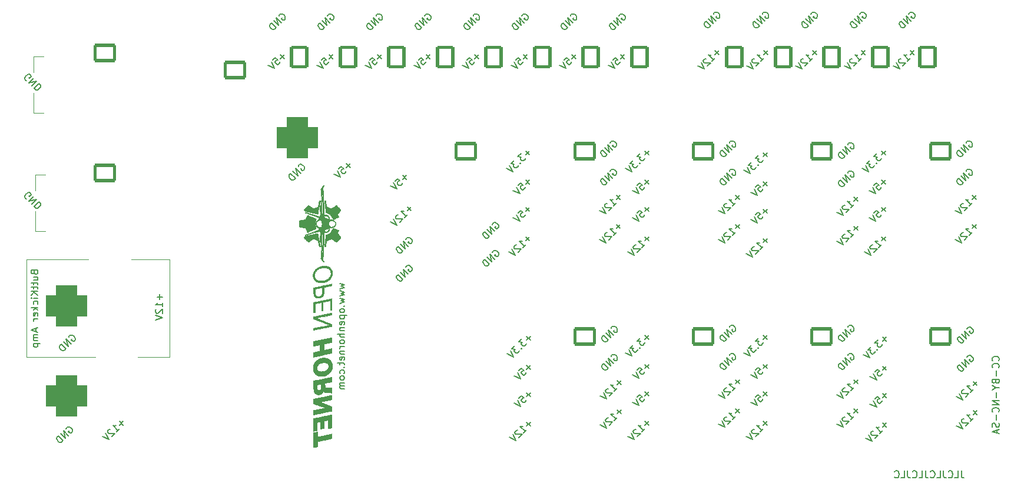
<source format=gbr>
%TF.GenerationSoftware,KiCad,Pcbnew,(6.0.9)*%
%TF.CreationDate,2023-04-01T15:55:58-08:00*%
%TF.ProjectId,ABSIS_ATX Power Supply Unit,41425349-535f-4415-9458-20506f776572,6*%
%TF.SameCoordinates,Original*%
%TF.FileFunction,Legend,Bot*%
%TF.FilePolarity,Positive*%
%FSLAX46Y46*%
G04 Gerber Fmt 4.6, Leading zero omitted, Abs format (unit mm)*
G04 Created by KiCad (PCBNEW (6.0.9)) date 2023-04-01 15:55:58*
%MOMM*%
%LPD*%
G01*
G04 APERTURE LIST*
G04 Aperture macros list*
%AMRoundRect*
0 Rectangle with rounded corners*
0 $1 Rounding radius*
0 $2 $3 $4 $5 $6 $7 $8 $9 X,Y pos of 4 corners*
0 Add a 4 corners polygon primitive as box body*
4,1,4,$2,$3,$4,$5,$6,$7,$8,$9,$2,$3,0*
0 Add four circle primitives for the rounded corners*
1,1,$1+$1,$2,$3*
1,1,$1+$1,$4,$5*
1,1,$1+$1,$6,$7*
1,1,$1+$1,$8,$9*
0 Add four rect primitives between the rounded corners*
20,1,$1+$1,$2,$3,$4,$5,0*
20,1,$1+$1,$4,$5,$6,$7,0*
20,1,$1+$1,$6,$7,$8,$9,0*
20,1,$1+$1,$8,$9,$2,$3,0*%
G04 Aperture macros list end*
%ADD10C,0.120000*%
%ADD11C,0.150000*%
%ADD12C,0.010000*%
%ADD13C,5.000000*%
%ADD14C,6.000000*%
%ADD15C,3.000000*%
%ADD16C,3.000000*%
%ADD17RoundRect,0.250001X-1.399999X1.099999X-1.399999X-1.099999X1.399999X-1.099999X1.399999X1.099999X0*%
%ADD18O,3.300000X2.700000*%
%ADD19C,4.064000*%
%ADD20RoundRect,1.500000X-1.500000X-1.500000X1.500000X-1.500000X1.500000X1.500000X-1.500000X1.500000X0*%
%ADD21C,6.000000*%
%ADD22RoundRect,0.250001X1.099999X1.399999X-1.099999X1.399999X-1.099999X-1.399999X1.099999X-1.399999X0*%
%ADD23O,2.700000X3.300000*%
%ADD24C,1.600000*%
%ADD25O,1.600000X1.600000*%
%ADD26R,1.800000X1.800000*%
%ADD27C,1.800000*%
%ADD28R,1.700000X1.700000*%
%ADD29O,1.700000X1.700000*%
G04 APERTURE END LIST*
D10*
X40342000Y-62975000D02*
X41742000Y-62975000D01*
X40342000Y-65275000D02*
X40342000Y-62975000D01*
X40342000Y-71175000D02*
X40342000Y-68275000D01*
X41742000Y-71175000D02*
X40342000Y-71175000D01*
X40596000Y-82293000D02*
X40596000Y-79993000D01*
X59900000Y-92185500D02*
X59902000Y-106282000D01*
X40596000Y-79993000D02*
X41996000Y-79993000D01*
X40596000Y-88193000D02*
X40596000Y-85293000D01*
X41996000Y-88193000D02*
X40596000Y-88193000D01*
X39310000Y-106282500D02*
X39310000Y-92185500D01*
X39310000Y-92185500D02*
X59900000Y-92185500D01*
X59872000Y-106282000D02*
X39310000Y-106282500D01*
D11*
X111769361Y-111409370D02*
X111230613Y-111948118D01*
X111769361Y-111948118D02*
X111230613Y-111409370D01*
X110119446Y-112183820D02*
X110456163Y-111847103D01*
X110826552Y-112150148D01*
X110759209Y-112150148D01*
X110658194Y-112183820D01*
X110489835Y-112352179D01*
X110456163Y-112453194D01*
X110456163Y-112520538D01*
X110489835Y-112621553D01*
X110658194Y-112789912D01*
X110759209Y-112823583D01*
X110826552Y-112823583D01*
X110927568Y-112789912D01*
X111095926Y-112621553D01*
X111129598Y-112520538D01*
X111129598Y-112453194D01*
X109883743Y-112419522D02*
X110355148Y-113362331D01*
X109412339Y-112890927D01*
X111769362Y-103284294D02*
X111230614Y-103823042D01*
X111769362Y-103823042D02*
X111230614Y-103284294D01*
X110523507Y-103654683D02*
X110085774Y-104092416D01*
X110590850Y-104126087D01*
X110489835Y-104227103D01*
X110456163Y-104328118D01*
X110456163Y-104395461D01*
X110489835Y-104496477D01*
X110658194Y-104664835D01*
X110759209Y-104698507D01*
X110826553Y-104698507D01*
X110927568Y-104664835D01*
X111129598Y-104462805D01*
X111163270Y-104361790D01*
X111163270Y-104294446D01*
X110422492Y-105035225D02*
X110422492Y-105102568D01*
X110489835Y-105102568D01*
X110489835Y-105035225D01*
X110422492Y-105035225D01*
X110489835Y-105102568D01*
X109513354Y-104664835D02*
X109075622Y-105102568D01*
X109580698Y-105136240D01*
X109479683Y-105237255D01*
X109446011Y-105338270D01*
X109446011Y-105405614D01*
X109479683Y-105506629D01*
X109648041Y-105674988D01*
X109749057Y-105708660D01*
X109816400Y-105708660D01*
X109917415Y-105674988D01*
X110119446Y-105472957D01*
X110153118Y-105371942D01*
X110153118Y-105304599D01*
X108873591Y-105304599D02*
X109344996Y-106247408D01*
X108402187Y-105776003D01*
X124806080Y-113866652D02*
X124267332Y-114405400D01*
X124806080Y-114405400D02*
X124267332Y-113866652D01*
X123829599Y-115381881D02*
X124233660Y-114977820D01*
X124031630Y-115179851D02*
X123324523Y-114472744D01*
X123492882Y-114506416D01*
X123627569Y-114506416D01*
X123728584Y-114472744D01*
X122920462Y-115011492D02*
X122853118Y-115011492D01*
X122752103Y-115045164D01*
X122583744Y-115213522D01*
X122550073Y-115314538D01*
X122550073Y-115381881D01*
X122583744Y-115482896D01*
X122651088Y-115550240D01*
X122785775Y-115617583D01*
X123593897Y-115617583D01*
X123156164Y-116055316D01*
X122247027Y-115550240D02*
X122718431Y-116493049D01*
X121775622Y-116021644D01*
X123358194Y-102104698D02*
X123391866Y-102003683D01*
X123492881Y-101902668D01*
X123627568Y-101835324D01*
X123762255Y-101835324D01*
X123863270Y-101868996D01*
X124031629Y-101970011D01*
X124132644Y-102071026D01*
X124233660Y-102239385D01*
X124267331Y-102340400D01*
X124267331Y-102475087D01*
X124199988Y-102609774D01*
X124132644Y-102677118D01*
X123997957Y-102744461D01*
X123930614Y-102744461D01*
X123694912Y-102508759D01*
X123829599Y-102374072D01*
X123694912Y-103114851D02*
X122987805Y-102407744D01*
X123290851Y-103518912D01*
X122583744Y-102811805D01*
X122954133Y-103855629D02*
X122247026Y-103148522D01*
X122078668Y-103316881D01*
X122011324Y-103451568D01*
X122011324Y-103586255D01*
X122044996Y-103687270D01*
X122146011Y-103855629D01*
X122247026Y-103956644D01*
X122415385Y-104057660D01*
X122516400Y-104091331D01*
X122651087Y-104091331D01*
X122785774Y-104023988D01*
X122954133Y-103855629D01*
X124806080Y-109675652D02*
X124267332Y-110214400D01*
X124806080Y-110214400D02*
X124267332Y-109675652D01*
X123829599Y-111190881D02*
X124233660Y-110786820D01*
X124031630Y-110988851D02*
X123324523Y-110281744D01*
X123492882Y-110315416D01*
X123627569Y-110315416D01*
X123728584Y-110281744D01*
X122920462Y-110820492D02*
X122853118Y-110820492D01*
X122752103Y-110854164D01*
X122583744Y-111022522D01*
X122550073Y-111123538D01*
X122550073Y-111190881D01*
X122583744Y-111291896D01*
X122651088Y-111359240D01*
X122785775Y-111426583D01*
X123593897Y-111426583D01*
X123156164Y-111864316D01*
X122247027Y-111359240D02*
X122718431Y-112302049D01*
X121775622Y-111830644D01*
X111769362Y-115644652D02*
X111230614Y-116183400D01*
X111769362Y-116183400D02*
X111230614Y-115644652D01*
X110792881Y-117159881D02*
X111196942Y-116755820D01*
X110994912Y-116957851D02*
X110287805Y-116250744D01*
X110456164Y-116284416D01*
X110590851Y-116284416D01*
X110691866Y-116250744D01*
X109883744Y-116789492D02*
X109816400Y-116789492D01*
X109715385Y-116823164D01*
X109547026Y-116991522D01*
X109513355Y-117092538D01*
X109513355Y-117159881D01*
X109547026Y-117260896D01*
X109614370Y-117328240D01*
X109749057Y-117395583D01*
X110557179Y-117395583D01*
X110119446Y-117833316D01*
X109210309Y-117328240D02*
X109681713Y-118271049D01*
X108738904Y-117799644D01*
X111769361Y-107472370D02*
X111230613Y-108011118D01*
X111769361Y-108011118D02*
X111230613Y-107472370D01*
X110119446Y-108246820D02*
X110456163Y-107910103D01*
X110826552Y-108213148D01*
X110759209Y-108213148D01*
X110658194Y-108246820D01*
X110489835Y-108415179D01*
X110456163Y-108516194D01*
X110456163Y-108583538D01*
X110489835Y-108684553D01*
X110658194Y-108852912D01*
X110759209Y-108886583D01*
X110826552Y-108886583D01*
X110927568Y-108852912D01*
X111095926Y-108684553D01*
X111129598Y-108583538D01*
X111129598Y-108516194D01*
X109883743Y-108482522D02*
X110355148Y-109425331D01*
X109412339Y-108953927D01*
X123358194Y-106168698D02*
X123391866Y-106067683D01*
X123492881Y-105966668D01*
X123627568Y-105899324D01*
X123762255Y-105899324D01*
X123863270Y-105932996D01*
X124031629Y-106034011D01*
X124132644Y-106135026D01*
X124233660Y-106303385D01*
X124267331Y-106404400D01*
X124267331Y-106539087D01*
X124199988Y-106673774D01*
X124132644Y-106741118D01*
X123997957Y-106808461D01*
X123930614Y-106808461D01*
X123694912Y-106572759D01*
X123829599Y-106438072D01*
X123694912Y-107178851D02*
X122987805Y-106471744D01*
X123290851Y-107582912D01*
X122583744Y-106875805D01*
X122954133Y-107919629D02*
X122247026Y-107212522D01*
X122078668Y-107380881D01*
X122011324Y-107515568D01*
X122011324Y-107650255D01*
X122044996Y-107751270D01*
X122146011Y-107919629D01*
X122247026Y-108020644D01*
X122415385Y-108121660D01*
X122516400Y-108155331D01*
X122651087Y-108155331D01*
X122785774Y-108087988D01*
X122954133Y-107919629D01*
X93959644Y-80141370D02*
X93420896Y-80680118D01*
X93959644Y-80680118D02*
X93420896Y-80141370D01*
X92309729Y-80915820D02*
X92646446Y-80579103D01*
X93016835Y-80882148D01*
X92949492Y-80882148D01*
X92848477Y-80915820D01*
X92680118Y-81084179D01*
X92646446Y-81185194D01*
X92646446Y-81252538D01*
X92680118Y-81353553D01*
X92848477Y-81521912D01*
X92949492Y-81555583D01*
X93016835Y-81555583D01*
X93117851Y-81521912D01*
X93286209Y-81353553D01*
X93319881Y-81252538D01*
X93319881Y-81185194D01*
X92074026Y-81151522D02*
X92545431Y-82094331D01*
X91602622Y-81622927D01*
X93849911Y-93341698D02*
X93883583Y-93240683D01*
X93984598Y-93139668D01*
X94119285Y-93072324D01*
X94253972Y-93072324D01*
X94354987Y-93105996D01*
X94523346Y-93207011D01*
X94624361Y-93308026D01*
X94725377Y-93476385D01*
X94759048Y-93577400D01*
X94759048Y-93712087D01*
X94691705Y-93846774D01*
X94624361Y-93914118D01*
X94489674Y-93981461D01*
X94422331Y-93981461D01*
X94186629Y-93745759D01*
X94321316Y-93611072D01*
X94186629Y-94351851D02*
X93479522Y-93644744D01*
X93782568Y-94755912D01*
X93075461Y-94048805D01*
X93445850Y-95092629D02*
X92738743Y-94385522D01*
X92570385Y-94553881D01*
X92503041Y-94688568D01*
X92503041Y-94823255D01*
X92536713Y-94924270D01*
X92637728Y-95092629D01*
X92738743Y-95193644D01*
X92907102Y-95294660D01*
X93008117Y-95328331D01*
X93142804Y-95328331D01*
X93277491Y-95260988D01*
X93445850Y-95092629D01*
X94624362Y-84656651D02*
X94085614Y-85195399D01*
X94624362Y-85195399D02*
X94085614Y-84656651D01*
X93647881Y-86171880D02*
X94051942Y-85767819D01*
X93849912Y-85969850D02*
X93142805Y-85262743D01*
X93311164Y-85296415D01*
X93445851Y-85296415D01*
X93546866Y-85262743D01*
X92738744Y-85801491D02*
X92671400Y-85801491D01*
X92570385Y-85835163D01*
X92402026Y-86003521D01*
X92368355Y-86104537D01*
X92368355Y-86171880D01*
X92402026Y-86272895D01*
X92469370Y-86340239D01*
X92604057Y-86407582D01*
X93412179Y-86407582D01*
X92974446Y-86845315D01*
X92065309Y-86340239D02*
X92536713Y-87283048D01*
X91593904Y-86811643D01*
X53222362Y-115517652D02*
X52683614Y-116056400D01*
X53222362Y-116056400D02*
X52683614Y-115517652D01*
X52245881Y-117032881D02*
X52649942Y-116628820D01*
X52447912Y-116830851D02*
X51740805Y-116123744D01*
X51909164Y-116157416D01*
X52043851Y-116157416D01*
X52144866Y-116123744D01*
X51336744Y-116662492D02*
X51269400Y-116662492D01*
X51168385Y-116696164D01*
X51000026Y-116864522D01*
X50966355Y-116965538D01*
X50966355Y-117032881D01*
X51000026Y-117133896D01*
X51067370Y-117201240D01*
X51202057Y-117268583D01*
X52010179Y-117268583D01*
X51572446Y-117706316D01*
X50663309Y-117201240D02*
X51134713Y-118144049D01*
X50191904Y-117672644D01*
X44999194Y-116582698D02*
X45032866Y-116481683D01*
X45133881Y-116380668D01*
X45268568Y-116313324D01*
X45403255Y-116313324D01*
X45504270Y-116346996D01*
X45672629Y-116448011D01*
X45773644Y-116549026D01*
X45874660Y-116717385D01*
X45908331Y-116818400D01*
X45908331Y-116953087D01*
X45840988Y-117087774D01*
X45773644Y-117155118D01*
X45638957Y-117222461D01*
X45571614Y-117222461D01*
X45335912Y-116986759D01*
X45470599Y-116852072D01*
X45335912Y-117592851D02*
X44628805Y-116885744D01*
X44931851Y-117996912D01*
X44224744Y-117289805D01*
X44595133Y-118333629D02*
X43888026Y-117626522D01*
X43719668Y-117794881D01*
X43652324Y-117929568D01*
X43652324Y-118064255D01*
X43685996Y-118165270D01*
X43787011Y-118333629D01*
X43888026Y-118434644D01*
X44056385Y-118535660D01*
X44157400Y-118569331D01*
X44292087Y-118569331D01*
X44426774Y-118501988D01*
X44595133Y-118333629D01*
X85859644Y-78441370D02*
X85320896Y-78980118D01*
X85859644Y-78980118D02*
X85320896Y-78441370D01*
X84209729Y-79215820D02*
X84546446Y-78879103D01*
X84916835Y-79182148D01*
X84849492Y-79182148D01*
X84748477Y-79215820D01*
X84580118Y-79384179D01*
X84546446Y-79485194D01*
X84546446Y-79552538D01*
X84580118Y-79653553D01*
X84748477Y-79821912D01*
X84849492Y-79855583D01*
X84916835Y-79855583D01*
X85017851Y-79821912D01*
X85186209Y-79653553D01*
X85219881Y-79552538D01*
X85219881Y-79485194D01*
X83974026Y-79451522D02*
X84445431Y-80394331D01*
X83502622Y-79922927D01*
X78385194Y-78807698D02*
X78418866Y-78706683D01*
X78519881Y-78605668D01*
X78654568Y-78538324D01*
X78789255Y-78538324D01*
X78890270Y-78571996D01*
X79058629Y-78673011D01*
X79159644Y-78774026D01*
X79260660Y-78942385D01*
X79294331Y-79043400D01*
X79294331Y-79178087D01*
X79226988Y-79312774D01*
X79159644Y-79380118D01*
X79024957Y-79447461D01*
X78957614Y-79447461D01*
X78721912Y-79211759D01*
X78856599Y-79077072D01*
X78721912Y-79817851D02*
X78014805Y-79110744D01*
X78317851Y-80221912D01*
X77610744Y-79514805D01*
X77981133Y-80558629D02*
X77274026Y-79851522D01*
X77105668Y-80019881D01*
X77038324Y-80154568D01*
X77038324Y-80289255D01*
X77071996Y-80390270D01*
X77173011Y-80558629D01*
X77274026Y-80659644D01*
X77442385Y-80760660D01*
X77543400Y-80794331D01*
X77678087Y-80794331D01*
X77812774Y-80726988D01*
X77981133Y-80558629D01*
X75606194Y-57146698D02*
X75639866Y-57045683D01*
X75740881Y-56944668D01*
X75875568Y-56877324D01*
X76010255Y-56877324D01*
X76111270Y-56910996D01*
X76279629Y-57012011D01*
X76380644Y-57113026D01*
X76481660Y-57281385D01*
X76515331Y-57382400D01*
X76515331Y-57517087D01*
X76447988Y-57651774D01*
X76380644Y-57719118D01*
X76245957Y-57786461D01*
X76178614Y-57786461D01*
X75942912Y-57550759D01*
X76077599Y-57416072D01*
X75942912Y-58156851D02*
X75235805Y-57449744D01*
X75538851Y-58560912D01*
X74831744Y-57853805D01*
X75202133Y-58897629D02*
X74495026Y-58190522D01*
X74326668Y-58358881D01*
X74259324Y-58493568D01*
X74259324Y-58628255D01*
X74292996Y-58729270D01*
X74394011Y-58897629D01*
X74495026Y-58998644D01*
X74663385Y-59099660D01*
X74764400Y-59133331D01*
X74899087Y-59133331D01*
X75033774Y-59065988D01*
X75202133Y-58897629D01*
X76380644Y-62768370D02*
X75841896Y-63307118D01*
X76380644Y-63307118D02*
X75841896Y-62768370D01*
X74730729Y-63542820D02*
X75067446Y-63206103D01*
X75437835Y-63509148D01*
X75370492Y-63509148D01*
X75269477Y-63542820D01*
X75101118Y-63711179D01*
X75067446Y-63812194D01*
X75067446Y-63879538D01*
X75101118Y-63980553D01*
X75269477Y-64148912D01*
X75370492Y-64182583D01*
X75437835Y-64182583D01*
X75538851Y-64148912D01*
X75707209Y-63980553D01*
X75740881Y-63879538D01*
X75740881Y-63812194D01*
X74495026Y-63778522D02*
X74966431Y-64721331D01*
X74023622Y-64249927D01*
X125275644Y-62768370D02*
X124736896Y-63307118D01*
X125275644Y-63307118D02*
X124736896Y-62768370D01*
X123625729Y-63542820D02*
X123962446Y-63206103D01*
X124332835Y-63509148D01*
X124265492Y-63509148D01*
X124164477Y-63542820D01*
X123996118Y-63711179D01*
X123962446Y-63812194D01*
X123962446Y-63879538D01*
X123996118Y-63980553D01*
X124164477Y-64148912D01*
X124265492Y-64182583D01*
X124332835Y-64182583D01*
X124433851Y-64148912D01*
X124602209Y-63980553D01*
X124635881Y-63879538D01*
X124635881Y-63812194D01*
X123390026Y-63778522D02*
X123861431Y-64721331D01*
X122918622Y-64249927D01*
X124501194Y-57146698D02*
X124534866Y-57045683D01*
X124635881Y-56944668D01*
X124770568Y-56877324D01*
X124905255Y-56877324D01*
X125006270Y-56910996D01*
X125174629Y-57012011D01*
X125275644Y-57113026D01*
X125376660Y-57281385D01*
X125410331Y-57382400D01*
X125410331Y-57517087D01*
X125342988Y-57651774D01*
X125275644Y-57719118D01*
X125140957Y-57786461D01*
X125073614Y-57786461D01*
X124837912Y-57550759D01*
X124972599Y-57416072D01*
X124837912Y-58156851D02*
X124130805Y-57449744D01*
X124433851Y-58560912D01*
X123726744Y-57853805D01*
X124097133Y-58897629D02*
X123390026Y-58190522D01*
X123221668Y-58358881D01*
X123154324Y-58493568D01*
X123154324Y-58628255D01*
X123187996Y-58729270D01*
X123289011Y-58897629D01*
X123390026Y-58998644D01*
X123558385Y-59099660D01*
X123659400Y-59133331D01*
X123794087Y-59133331D01*
X123928774Y-59065988D01*
X124097133Y-58897629D01*
X138864645Y-62177652D02*
X138325897Y-62716400D01*
X138864645Y-62716400D02*
X138325897Y-62177652D01*
X137888164Y-63692881D02*
X138292225Y-63288820D01*
X138090195Y-63490851D02*
X137383088Y-62783744D01*
X137551447Y-62817416D01*
X137686134Y-62817416D01*
X137787149Y-62783744D01*
X136979027Y-63322492D02*
X136911683Y-63322492D01*
X136810668Y-63356164D01*
X136642309Y-63524522D01*
X136608638Y-63625538D01*
X136608638Y-63692881D01*
X136642309Y-63793896D01*
X136709653Y-63861240D01*
X136844340Y-63928583D01*
X137652462Y-63928583D01*
X137214729Y-64366316D01*
X136305592Y-63861240D02*
X136776996Y-64804049D01*
X135834187Y-64332644D01*
X138090194Y-56892698D02*
X138123866Y-56791683D01*
X138224881Y-56690668D01*
X138359568Y-56623324D01*
X138494255Y-56623324D01*
X138595270Y-56656996D01*
X138763629Y-56758011D01*
X138864644Y-56859026D01*
X138965660Y-57027385D01*
X138999331Y-57128400D01*
X138999331Y-57263087D01*
X138931988Y-57397774D01*
X138864644Y-57465118D01*
X138729957Y-57532461D01*
X138662614Y-57532461D01*
X138426912Y-57296759D01*
X138561599Y-57162072D01*
X138426912Y-57902851D02*
X137719805Y-57195744D01*
X138022851Y-58306912D01*
X137315744Y-57599805D01*
X137686133Y-58643629D02*
X136979026Y-57936522D01*
X136810668Y-58104881D01*
X136743324Y-58239568D01*
X136743324Y-58374255D01*
X136776996Y-58475270D01*
X136878011Y-58643629D01*
X136979026Y-58744644D01*
X137147385Y-58845660D01*
X137248400Y-58879331D01*
X137383087Y-58879331D01*
X137517774Y-58811988D01*
X137686133Y-58643629D01*
X159140444Y-56892698D02*
X159174116Y-56791683D01*
X159275131Y-56690668D01*
X159409818Y-56623324D01*
X159544505Y-56623324D01*
X159645520Y-56656996D01*
X159813879Y-56758011D01*
X159914894Y-56859026D01*
X160015910Y-57027385D01*
X160049581Y-57128400D01*
X160049581Y-57263087D01*
X159982238Y-57397774D01*
X159914894Y-57465118D01*
X159780207Y-57532461D01*
X159712864Y-57532461D01*
X159477162Y-57296759D01*
X159611849Y-57162072D01*
X159477162Y-57902851D02*
X158770055Y-57195744D01*
X159073101Y-58306912D01*
X158365994Y-57599805D01*
X158736383Y-58643629D02*
X158029276Y-57936522D01*
X157860918Y-58104881D01*
X157793574Y-58239568D01*
X157793574Y-58374255D01*
X157827246Y-58475270D01*
X157928261Y-58643629D01*
X158029276Y-58744644D01*
X158197635Y-58845660D01*
X158298650Y-58879331D01*
X158433337Y-58879331D01*
X158568024Y-58811988D01*
X158736383Y-58643629D01*
X159914895Y-62177652D02*
X159376147Y-62716400D01*
X159914895Y-62716400D02*
X159376147Y-62177652D01*
X158938414Y-63692881D02*
X159342475Y-63288820D01*
X159140445Y-63490851D02*
X158433338Y-62783744D01*
X158601697Y-62817416D01*
X158736384Y-62817416D01*
X158837399Y-62783744D01*
X158029277Y-63322492D02*
X157961933Y-63322492D01*
X157860918Y-63356164D01*
X157692559Y-63524522D01*
X157658888Y-63625538D01*
X157658888Y-63692881D01*
X157692559Y-63793896D01*
X157759903Y-63861240D01*
X157894590Y-63928583D01*
X158702712Y-63928583D01*
X158264979Y-64366316D01*
X157355842Y-63861240D02*
X157827246Y-64804049D01*
X156884437Y-64332644D01*
X166931645Y-62177652D02*
X166392897Y-62716400D01*
X166931645Y-62716400D02*
X166392897Y-62177652D01*
X165955164Y-63692881D02*
X166359225Y-63288820D01*
X166157195Y-63490851D02*
X165450088Y-62783744D01*
X165618447Y-62817416D01*
X165753134Y-62817416D01*
X165854149Y-62783744D01*
X165046027Y-63322492D02*
X164978683Y-63322492D01*
X164877668Y-63356164D01*
X164709309Y-63524522D01*
X164675638Y-63625538D01*
X164675638Y-63692881D01*
X164709309Y-63793896D01*
X164776653Y-63861240D01*
X164911340Y-63928583D01*
X165719462Y-63928583D01*
X165281729Y-64366316D01*
X164372592Y-63861240D02*
X164843996Y-64804049D01*
X163901187Y-64332644D01*
X166157194Y-56892698D02*
X166190866Y-56791683D01*
X166291881Y-56690668D01*
X166426568Y-56623324D01*
X166561255Y-56623324D01*
X166662270Y-56656996D01*
X166830629Y-56758011D01*
X166931644Y-56859026D01*
X167032660Y-57027385D01*
X167066331Y-57128400D01*
X167066331Y-57263087D01*
X166998988Y-57397774D01*
X166931644Y-57465118D01*
X166796957Y-57532461D01*
X166729614Y-57532461D01*
X166493912Y-57296759D01*
X166628599Y-57162072D01*
X166493912Y-57902851D02*
X165786805Y-57195744D01*
X166089851Y-58306912D01*
X165382744Y-57599805D01*
X165753133Y-58643629D02*
X165046026Y-57936522D01*
X164877668Y-58104881D01*
X164810324Y-58239568D01*
X164810324Y-58374255D01*
X164843996Y-58475270D01*
X164945011Y-58643629D01*
X165046026Y-58744644D01*
X165214385Y-58845660D01*
X165315400Y-58879331D01*
X165450087Y-58879331D01*
X165584774Y-58811988D01*
X165753133Y-58643629D01*
X175860080Y-87196652D02*
X175321332Y-87735400D01*
X175860080Y-87735400D02*
X175321332Y-87196652D01*
X174883599Y-88711881D02*
X175287660Y-88307820D01*
X175085630Y-88509851D02*
X174378523Y-87802744D01*
X174546882Y-87836416D01*
X174681569Y-87836416D01*
X174782584Y-87802744D01*
X173974462Y-88341492D02*
X173907118Y-88341492D01*
X173806103Y-88375164D01*
X173637744Y-88543522D01*
X173604073Y-88644538D01*
X173604073Y-88711881D01*
X173637744Y-88812896D01*
X173705088Y-88880240D01*
X173839775Y-88947583D01*
X174647897Y-88947583D01*
X174210164Y-89385316D01*
X173301027Y-88880240D02*
X173772431Y-89823049D01*
X172829622Y-89351644D01*
X174412194Y-75434698D02*
X174445866Y-75333683D01*
X174546881Y-75232668D01*
X174681568Y-75165324D01*
X174816255Y-75165324D01*
X174917270Y-75198996D01*
X175085629Y-75300011D01*
X175186644Y-75401026D01*
X175287660Y-75569385D01*
X175321331Y-75670400D01*
X175321331Y-75805087D01*
X175253988Y-75939774D01*
X175186644Y-76007118D01*
X175051957Y-76074461D01*
X174984614Y-76074461D01*
X174748912Y-75838759D01*
X174883599Y-75704072D01*
X174748912Y-76444851D02*
X174041805Y-75737744D01*
X174344851Y-76848912D01*
X173637744Y-76141805D01*
X174008133Y-77185629D02*
X173301026Y-76478522D01*
X173132668Y-76646881D01*
X173065324Y-76781568D01*
X173065324Y-76916255D01*
X173098996Y-77017270D01*
X173200011Y-77185629D01*
X173301026Y-77286644D01*
X173469385Y-77387660D01*
X173570400Y-77421331D01*
X173705087Y-77421331D01*
X173839774Y-77353988D01*
X174008133Y-77185629D01*
X175860080Y-83005652D02*
X175321332Y-83544400D01*
X175860080Y-83544400D02*
X175321332Y-83005652D01*
X174883599Y-84520881D02*
X175287660Y-84116820D01*
X175085630Y-84318851D02*
X174378523Y-83611744D01*
X174546882Y-83645416D01*
X174681569Y-83645416D01*
X174782584Y-83611744D01*
X173974462Y-84150492D02*
X173907118Y-84150492D01*
X173806103Y-84184164D01*
X173637744Y-84352522D01*
X173604073Y-84453538D01*
X173604073Y-84520881D01*
X173637744Y-84621896D01*
X173705088Y-84689240D01*
X173839775Y-84756583D01*
X174647897Y-84756583D01*
X174210164Y-85194316D01*
X173301027Y-84689240D02*
X173772431Y-85632049D01*
X172829622Y-85160644D01*
X174412194Y-79498698D02*
X174445866Y-79397683D01*
X174546881Y-79296668D01*
X174681568Y-79229324D01*
X174816255Y-79229324D01*
X174917270Y-79262996D01*
X175085629Y-79364011D01*
X175186644Y-79465026D01*
X175287660Y-79633385D01*
X175321331Y-79734400D01*
X175321331Y-79869087D01*
X175253988Y-80003774D01*
X175186644Y-80071118D01*
X175051957Y-80138461D01*
X174984614Y-80138461D01*
X174748912Y-79902759D01*
X174883599Y-79768072D01*
X174748912Y-80508851D02*
X174041805Y-79801744D01*
X174344851Y-80912912D01*
X173637744Y-80205805D01*
X174008133Y-81249629D02*
X173301026Y-80542522D01*
X173132668Y-80710881D01*
X173065324Y-80845568D01*
X173065324Y-80980255D01*
X173098996Y-81081270D01*
X173200011Y-81249629D01*
X173301026Y-81350644D01*
X173469385Y-81451660D01*
X173570400Y-81485331D01*
X173705087Y-81485331D01*
X173839774Y-81417988D01*
X174008133Y-81249629D01*
X39349698Y-83507805D02*
X39248683Y-83474133D01*
X39147668Y-83373118D01*
X39080324Y-83238431D01*
X39080324Y-83103744D01*
X39113996Y-83002729D01*
X39215011Y-82834370D01*
X39316026Y-82733355D01*
X39484385Y-82632339D01*
X39585400Y-82598668D01*
X39720087Y-82598668D01*
X39854774Y-82666011D01*
X39922118Y-82733355D01*
X39989461Y-82868042D01*
X39989461Y-82935385D01*
X39753759Y-83171087D01*
X39619072Y-83036400D01*
X40359851Y-83171087D02*
X39652744Y-83878194D01*
X40763912Y-83575148D01*
X40056805Y-84282255D01*
X41100629Y-83911866D02*
X40393522Y-84618973D01*
X40561881Y-84787331D01*
X40696568Y-84854675D01*
X40831255Y-84854675D01*
X40932270Y-84821003D01*
X41100629Y-84719988D01*
X41201644Y-84618973D01*
X41302660Y-84450614D01*
X41336331Y-84349599D01*
X41336331Y-84214912D01*
X41268988Y-84080225D01*
X41100629Y-83911866D01*
X39349698Y-66489805D02*
X39248683Y-66456133D01*
X39147668Y-66355118D01*
X39080324Y-66220431D01*
X39080324Y-66085744D01*
X39113996Y-65984729D01*
X39215011Y-65816370D01*
X39316026Y-65715355D01*
X39484385Y-65614339D01*
X39585400Y-65580668D01*
X39720087Y-65580668D01*
X39854774Y-65648011D01*
X39922118Y-65715355D01*
X39989461Y-65850042D01*
X39989461Y-65917385D01*
X39753759Y-66153087D01*
X39619072Y-66018400D01*
X40359851Y-66153087D02*
X39652744Y-66860194D01*
X40763912Y-66557148D01*
X40056805Y-67264255D01*
X41100629Y-66893866D02*
X40393522Y-67600973D01*
X40561881Y-67769331D01*
X40696568Y-67836675D01*
X40831255Y-67836675D01*
X40932270Y-67803003D01*
X41100629Y-67701988D01*
X41201644Y-67600973D01*
X41302660Y-67432614D01*
X41336331Y-67331599D01*
X41336331Y-67196912D01*
X41268988Y-67062225D01*
X41100629Y-66893866D01*
X174539194Y-102231698D02*
X174572866Y-102130683D01*
X174673881Y-102029668D01*
X174808568Y-101962324D01*
X174943255Y-101962324D01*
X175044270Y-101995996D01*
X175212629Y-102097011D01*
X175313644Y-102198026D01*
X175414660Y-102366385D01*
X175448331Y-102467400D01*
X175448331Y-102602087D01*
X175380988Y-102736774D01*
X175313644Y-102804118D01*
X175178957Y-102871461D01*
X175111614Y-102871461D01*
X174875912Y-102635759D01*
X175010599Y-102501072D01*
X174875912Y-103241851D02*
X174168805Y-102534744D01*
X174471851Y-103645912D01*
X173764744Y-102938805D01*
X174135133Y-103982629D02*
X173428026Y-103275522D01*
X173259668Y-103443881D01*
X173192324Y-103578568D01*
X173192324Y-103713255D01*
X173225996Y-103814270D01*
X173327011Y-103982629D01*
X173428026Y-104083644D01*
X173596385Y-104184660D01*
X173697400Y-104218331D01*
X173832087Y-104218331D01*
X173966774Y-104150988D01*
X174135133Y-103982629D01*
X104320644Y-62768370D02*
X103781896Y-63307118D01*
X104320644Y-63307118D02*
X103781896Y-62768370D01*
X102670729Y-63542820D02*
X103007446Y-63206103D01*
X103377835Y-63509148D01*
X103310492Y-63509148D01*
X103209477Y-63542820D01*
X103041118Y-63711179D01*
X103007446Y-63812194D01*
X103007446Y-63879538D01*
X103041118Y-63980553D01*
X103209477Y-64148912D01*
X103310492Y-64182583D01*
X103377835Y-64182583D01*
X103478851Y-64148912D01*
X103647209Y-63980553D01*
X103680881Y-63879538D01*
X103680881Y-63812194D01*
X102435026Y-63778522D02*
X102906431Y-64721331D01*
X101963622Y-64249927D01*
X162823362Y-88974652D02*
X162284614Y-89513400D01*
X162823362Y-89513400D02*
X162284614Y-88974652D01*
X161846881Y-90489881D02*
X162250942Y-90085820D01*
X162048912Y-90287851D02*
X161341805Y-89580744D01*
X161510164Y-89614416D01*
X161644851Y-89614416D01*
X161745866Y-89580744D01*
X160937744Y-90119492D02*
X160870400Y-90119492D01*
X160769385Y-90153164D01*
X160601026Y-90321522D01*
X160567355Y-90422538D01*
X160567355Y-90489881D01*
X160601026Y-90590896D01*
X160668370Y-90658240D01*
X160803057Y-90725583D01*
X161611179Y-90725583D01*
X161173446Y-91163316D01*
X160264309Y-90658240D02*
X160735713Y-91601049D01*
X159792904Y-91129644D01*
X145805362Y-76868294D02*
X145266614Y-77407042D01*
X145805362Y-77407042D02*
X145266614Y-76868294D01*
X144559507Y-77238683D02*
X144121774Y-77676416D01*
X144626850Y-77710087D01*
X144525835Y-77811103D01*
X144492163Y-77912118D01*
X144492163Y-77979461D01*
X144525835Y-78080477D01*
X144694194Y-78248835D01*
X144795209Y-78282507D01*
X144862553Y-78282507D01*
X144963568Y-78248835D01*
X145165598Y-78046805D01*
X145199270Y-77945790D01*
X145199270Y-77878446D01*
X144458492Y-78619225D02*
X144458492Y-78686568D01*
X144525835Y-78686568D01*
X144525835Y-78619225D01*
X144458492Y-78619225D01*
X144525835Y-78686568D01*
X143549354Y-78248835D02*
X143111622Y-78686568D01*
X143616698Y-78720240D01*
X143515683Y-78821255D01*
X143482011Y-78922270D01*
X143482011Y-78989614D01*
X143515683Y-79090629D01*
X143684041Y-79258988D01*
X143785057Y-79292660D01*
X143852400Y-79292660D01*
X143953415Y-79258988D01*
X144155446Y-79056957D01*
X144189118Y-78955942D01*
X144189118Y-78888599D01*
X142909591Y-78888599D02*
X143380996Y-79831408D01*
X142438187Y-79360003D01*
X128787362Y-103157294D02*
X128248614Y-103696042D01*
X128787362Y-103696042D02*
X128248614Y-103157294D01*
X127541507Y-103527683D02*
X127103774Y-103965416D01*
X127608850Y-103999087D01*
X127507835Y-104100103D01*
X127474163Y-104201118D01*
X127474163Y-104268461D01*
X127507835Y-104369477D01*
X127676194Y-104537835D01*
X127777209Y-104571507D01*
X127844553Y-104571507D01*
X127945568Y-104537835D01*
X128147598Y-104335805D01*
X128181270Y-104234790D01*
X128181270Y-104167446D01*
X127440492Y-104908225D02*
X127440492Y-104975568D01*
X127507835Y-104975568D01*
X127507835Y-104908225D01*
X127440492Y-104908225D01*
X127507835Y-104975568D01*
X126531354Y-104537835D02*
X126093622Y-104975568D01*
X126598698Y-105009240D01*
X126497683Y-105110255D01*
X126464011Y-105211270D01*
X126464011Y-105278614D01*
X126497683Y-105379629D01*
X126666041Y-105547988D01*
X126767057Y-105581660D01*
X126834400Y-105581660D01*
X126935415Y-105547988D01*
X127137446Y-105345957D01*
X127171118Y-105244942D01*
X127171118Y-105177599D01*
X125891591Y-105177599D02*
X126362996Y-106120408D01*
X125420187Y-105649003D01*
X83365644Y-62768370D02*
X82826896Y-63307118D01*
X83365644Y-63307118D02*
X82826896Y-62768370D01*
X81715729Y-63542820D02*
X82052446Y-63206103D01*
X82422835Y-63509148D01*
X82355492Y-63509148D01*
X82254477Y-63542820D01*
X82086118Y-63711179D01*
X82052446Y-63812194D01*
X82052446Y-63879538D01*
X82086118Y-63980553D01*
X82254477Y-64148912D01*
X82355492Y-64182583D01*
X82422835Y-64182583D01*
X82523851Y-64148912D01*
X82692209Y-63980553D01*
X82725881Y-63879538D01*
X82725881Y-63812194D01*
X81480026Y-63778522D02*
X81951431Y-64721331D01*
X81008622Y-64249927D01*
X123231194Y-79498698D02*
X123264866Y-79397683D01*
X123365881Y-79296668D01*
X123500568Y-79229324D01*
X123635255Y-79229324D01*
X123736270Y-79262996D01*
X123904629Y-79364011D01*
X124005644Y-79465026D01*
X124106660Y-79633385D01*
X124140331Y-79734400D01*
X124140331Y-79869087D01*
X124072988Y-80003774D01*
X124005644Y-80071118D01*
X123870957Y-80138461D01*
X123803614Y-80138461D01*
X123567912Y-79902759D01*
X123702599Y-79768072D01*
X123567912Y-80508851D02*
X122860805Y-79801744D01*
X123163851Y-80912912D01*
X122456744Y-80205805D01*
X122827133Y-81249629D02*
X122120026Y-80542522D01*
X121951668Y-80710881D01*
X121884324Y-80845568D01*
X121884324Y-80980255D01*
X121917996Y-81081270D01*
X122019011Y-81249629D01*
X122120026Y-81350644D01*
X122288385Y-81451660D01*
X122389400Y-81485331D01*
X122524087Y-81485331D01*
X122658774Y-81417988D01*
X122827133Y-81249629D01*
X96561194Y-57146698D02*
X96594866Y-57045683D01*
X96695881Y-56944668D01*
X96830568Y-56877324D01*
X96965255Y-56877324D01*
X97066270Y-56910996D01*
X97234629Y-57012011D01*
X97335644Y-57113026D01*
X97436660Y-57281385D01*
X97470331Y-57382400D01*
X97470331Y-57517087D01*
X97402988Y-57651774D01*
X97335644Y-57719118D01*
X97200957Y-57786461D01*
X97133614Y-57786461D01*
X96897912Y-57550759D01*
X97032599Y-57416072D01*
X96897912Y-58156851D02*
X96190805Y-57449744D01*
X96493851Y-58560912D01*
X95786744Y-57853805D01*
X96157133Y-58897629D02*
X95450026Y-58190522D01*
X95281668Y-58358881D01*
X95214324Y-58493568D01*
X95214324Y-58628255D01*
X95247996Y-58729270D01*
X95349011Y-58897629D01*
X95450026Y-58998644D01*
X95618385Y-59099660D01*
X95719400Y-59133331D01*
X95854087Y-59133331D01*
X95988774Y-59065988D01*
X96157133Y-58897629D01*
X158842080Y-83259652D02*
X158303332Y-83798400D01*
X158842080Y-83798400D02*
X158303332Y-83259652D01*
X157865599Y-84774881D02*
X158269660Y-84370820D01*
X158067630Y-84572851D02*
X157360523Y-83865744D01*
X157528882Y-83899416D01*
X157663569Y-83899416D01*
X157764584Y-83865744D01*
X156956462Y-84404492D02*
X156889118Y-84404492D01*
X156788103Y-84438164D01*
X156619744Y-84606522D01*
X156586073Y-84707538D01*
X156586073Y-84774881D01*
X156619744Y-84875896D01*
X156687088Y-84943240D01*
X156821775Y-85010583D01*
X157629897Y-85010583D01*
X157192164Y-85448316D01*
X156283027Y-84943240D02*
X156754431Y-85886049D01*
X155811622Y-85414644D01*
X140376194Y-101977698D02*
X140409866Y-101876683D01*
X140510881Y-101775668D01*
X140645568Y-101708324D01*
X140780255Y-101708324D01*
X140881270Y-101741996D01*
X141049629Y-101843011D01*
X141150644Y-101944026D01*
X141251660Y-102112385D01*
X141285331Y-102213400D01*
X141285331Y-102348087D01*
X141217988Y-102482774D01*
X141150644Y-102550118D01*
X141015957Y-102617461D01*
X140948614Y-102617461D01*
X140712912Y-102381759D01*
X140847599Y-102247072D01*
X140712912Y-102987851D02*
X140005805Y-102280744D01*
X140308851Y-103391912D01*
X139601744Y-102684805D01*
X139972133Y-103728629D02*
X139265026Y-103021522D01*
X139096668Y-103189881D01*
X139029324Y-103324568D01*
X139029324Y-103459255D01*
X139062996Y-103560270D01*
X139164011Y-103728629D01*
X139265026Y-103829644D01*
X139433385Y-103930660D01*
X139534400Y-103964331D01*
X139669087Y-103964331D01*
X139803774Y-103896988D01*
X139972133Y-103728629D01*
X145805362Y-103157294D02*
X145266614Y-103696042D01*
X145805362Y-103696042D02*
X145266614Y-103157294D01*
X144559507Y-103527683D02*
X144121774Y-103965416D01*
X144626850Y-103999087D01*
X144525835Y-104100103D01*
X144492163Y-104201118D01*
X144492163Y-104268461D01*
X144525835Y-104369477D01*
X144694194Y-104537835D01*
X144795209Y-104571507D01*
X144862553Y-104571507D01*
X144963568Y-104537835D01*
X145165598Y-104335805D01*
X145199270Y-104234790D01*
X145199270Y-104167446D01*
X144458492Y-104908225D02*
X144458492Y-104975568D01*
X144525835Y-104975568D01*
X144525835Y-104908225D01*
X144458492Y-104908225D01*
X144525835Y-104975568D01*
X143549354Y-104537835D02*
X143111622Y-104975568D01*
X143616698Y-105009240D01*
X143515683Y-105110255D01*
X143482011Y-105211270D01*
X143482011Y-105278614D01*
X143515683Y-105379629D01*
X143684041Y-105547988D01*
X143785057Y-105581660D01*
X143852400Y-105581660D01*
X143953415Y-105547988D01*
X144155446Y-105345957D01*
X144189118Y-105244942D01*
X144189118Y-105177599D01*
X142909591Y-105177599D02*
X143380996Y-106120408D01*
X142438187Y-105649003D01*
X84350714Y-95682752D02*
X85017380Y-95873228D01*
X84541190Y-96063704D01*
X85017380Y-96254180D01*
X84350714Y-96444657D01*
X84350714Y-96730371D02*
X85017380Y-96920847D01*
X84541190Y-97111323D01*
X85017380Y-97301800D01*
X84350714Y-97492276D01*
X84350714Y-97777990D02*
X85017380Y-97968466D01*
X84541190Y-98158942D01*
X85017380Y-98349419D01*
X84350714Y-98539895D01*
X84922142Y-98920847D02*
X84969761Y-98968466D01*
X85017380Y-98920847D01*
X84969761Y-98873228D01*
X84922142Y-98920847D01*
X85017380Y-98920847D01*
X85017380Y-99539895D02*
X84969761Y-99444657D01*
X84922142Y-99397038D01*
X84826904Y-99349419D01*
X84541190Y-99349419D01*
X84445952Y-99397038D01*
X84398333Y-99444657D01*
X84350714Y-99539895D01*
X84350714Y-99682752D01*
X84398333Y-99777990D01*
X84445952Y-99825609D01*
X84541190Y-99873228D01*
X84826904Y-99873228D01*
X84922142Y-99825609D01*
X84969761Y-99777990D01*
X85017380Y-99682752D01*
X85017380Y-99539895D01*
X84350714Y-100301800D02*
X85350714Y-100301800D01*
X84398333Y-100301800D02*
X84350714Y-100397038D01*
X84350714Y-100587514D01*
X84398333Y-100682752D01*
X84445952Y-100730371D01*
X84541190Y-100777990D01*
X84826904Y-100777990D01*
X84922142Y-100730371D01*
X84969761Y-100682752D01*
X85017380Y-100587514D01*
X85017380Y-100397038D01*
X84969761Y-100301800D01*
X84969761Y-101587514D02*
X85017380Y-101492276D01*
X85017380Y-101301800D01*
X84969761Y-101206561D01*
X84874523Y-101158942D01*
X84493571Y-101158942D01*
X84398333Y-101206561D01*
X84350714Y-101301800D01*
X84350714Y-101492276D01*
X84398333Y-101587514D01*
X84493571Y-101635133D01*
X84588809Y-101635133D01*
X84684047Y-101158942D01*
X84350714Y-102063704D02*
X85017380Y-102063704D01*
X84445952Y-102063704D02*
X84398333Y-102111323D01*
X84350714Y-102206561D01*
X84350714Y-102349419D01*
X84398333Y-102444657D01*
X84493571Y-102492276D01*
X85017380Y-102492276D01*
X85017380Y-102968466D02*
X84017380Y-102968466D01*
X85017380Y-103397038D02*
X84493571Y-103397038D01*
X84398333Y-103349419D01*
X84350714Y-103254180D01*
X84350714Y-103111323D01*
X84398333Y-103016085D01*
X84445952Y-102968466D01*
X85017380Y-104016085D02*
X84969761Y-103920847D01*
X84922142Y-103873228D01*
X84826904Y-103825609D01*
X84541190Y-103825609D01*
X84445952Y-103873228D01*
X84398333Y-103920847D01*
X84350714Y-104016085D01*
X84350714Y-104158942D01*
X84398333Y-104254180D01*
X84445952Y-104301800D01*
X84541190Y-104349419D01*
X84826904Y-104349419D01*
X84922142Y-104301800D01*
X84969761Y-104254180D01*
X85017380Y-104158942D01*
X85017380Y-104016085D01*
X85017380Y-104777990D02*
X84350714Y-104777990D01*
X84541190Y-104777990D02*
X84445952Y-104825609D01*
X84398333Y-104873228D01*
X84350714Y-104968466D01*
X84350714Y-105063704D01*
X84350714Y-105397038D02*
X85017380Y-105397038D01*
X84445952Y-105397038D02*
X84398333Y-105444657D01*
X84350714Y-105539895D01*
X84350714Y-105682752D01*
X84398333Y-105777990D01*
X84493571Y-105825609D01*
X85017380Y-105825609D01*
X84969761Y-106682752D02*
X85017380Y-106587514D01*
X85017380Y-106397038D01*
X84969761Y-106301800D01*
X84874523Y-106254180D01*
X84493571Y-106254180D01*
X84398333Y-106301800D01*
X84350714Y-106397038D01*
X84350714Y-106587514D01*
X84398333Y-106682752D01*
X84493571Y-106730371D01*
X84588809Y-106730371D01*
X84684047Y-106254180D01*
X84350714Y-107016085D02*
X84350714Y-107397038D01*
X84017380Y-107158942D02*
X84874523Y-107158942D01*
X84969761Y-107206561D01*
X85017380Y-107301800D01*
X85017380Y-107397038D01*
X84922142Y-107730371D02*
X84969761Y-107777990D01*
X85017380Y-107730371D01*
X84969761Y-107682752D01*
X84922142Y-107730371D01*
X85017380Y-107730371D01*
X84969761Y-108635133D02*
X85017380Y-108539895D01*
X85017380Y-108349419D01*
X84969761Y-108254180D01*
X84922142Y-108206561D01*
X84826904Y-108158942D01*
X84541190Y-108158942D01*
X84445952Y-108206561D01*
X84398333Y-108254180D01*
X84350714Y-108349419D01*
X84350714Y-108539895D01*
X84398333Y-108635133D01*
X85017380Y-109206561D02*
X84969761Y-109111323D01*
X84922142Y-109063704D01*
X84826904Y-109016085D01*
X84541190Y-109016085D01*
X84445952Y-109063704D01*
X84398333Y-109111323D01*
X84350714Y-109206561D01*
X84350714Y-109349419D01*
X84398333Y-109444657D01*
X84445952Y-109492276D01*
X84541190Y-109539895D01*
X84826904Y-109539895D01*
X84922142Y-109492276D01*
X84969761Y-109444657D01*
X85017380Y-109349419D01*
X85017380Y-109206561D01*
X85017380Y-109968466D02*
X84350714Y-109968466D01*
X84445952Y-109968466D02*
X84398333Y-110016085D01*
X84350714Y-110111323D01*
X84350714Y-110254180D01*
X84398333Y-110349419D01*
X84493571Y-110397038D01*
X85017380Y-110397038D01*
X84493571Y-110397038D02*
X84398333Y-110444657D01*
X84350714Y-110539895D01*
X84350714Y-110682752D01*
X84398333Y-110777990D01*
X84493571Y-110825609D01*
X85017380Y-110825609D01*
X162950362Y-115771652D02*
X162411614Y-116310400D01*
X162950362Y-116310400D02*
X162411614Y-115771652D01*
X161973881Y-117286881D02*
X162377942Y-116882820D01*
X162175912Y-117084851D02*
X161468805Y-116377744D01*
X161637164Y-116411416D01*
X161771851Y-116411416D01*
X161872866Y-116377744D01*
X161064744Y-116916492D02*
X160997400Y-116916492D01*
X160896385Y-116950164D01*
X160728026Y-117118522D01*
X160694355Y-117219538D01*
X160694355Y-117286881D01*
X160728026Y-117387896D01*
X160795370Y-117455240D01*
X160930057Y-117522583D01*
X161738179Y-117522583D01*
X161300446Y-117960316D01*
X160391309Y-117455240D02*
X160862713Y-118398049D01*
X159919904Y-117926644D01*
X128787361Y-111282370D02*
X128248613Y-111821118D01*
X128787361Y-111821118D02*
X128248613Y-111282370D01*
X127137446Y-112056820D02*
X127474163Y-111720103D01*
X127844552Y-112023148D01*
X127777209Y-112023148D01*
X127676194Y-112056820D01*
X127507835Y-112225179D01*
X127474163Y-112326194D01*
X127474163Y-112393538D01*
X127507835Y-112494553D01*
X127676194Y-112662912D01*
X127777209Y-112696583D01*
X127844552Y-112696583D01*
X127945568Y-112662912D01*
X128113926Y-112494553D01*
X128147598Y-112393538D01*
X128147598Y-112326194D01*
X126901743Y-112292522D02*
X127373148Y-113235331D01*
X126430339Y-112763927D01*
X128787362Y-115517652D02*
X128248614Y-116056400D01*
X128787362Y-116056400D02*
X128248614Y-115517652D01*
X127810881Y-117032881D02*
X128214942Y-116628820D01*
X128012912Y-116830851D02*
X127305805Y-116123744D01*
X127474164Y-116157416D01*
X127608851Y-116157416D01*
X127709866Y-116123744D01*
X126901744Y-116662492D02*
X126834400Y-116662492D01*
X126733385Y-116696164D01*
X126565026Y-116864522D01*
X126531355Y-116965538D01*
X126531355Y-117032881D01*
X126565026Y-117133896D01*
X126632370Y-117201240D01*
X126767057Y-117268583D01*
X127575179Y-117268583D01*
X127137446Y-117706316D01*
X126228309Y-117201240D02*
X126699713Y-118144049D01*
X125756904Y-117672644D01*
X90350644Y-62768370D02*
X89811896Y-63307118D01*
X90350644Y-63307118D02*
X89811896Y-62768370D01*
X88700729Y-63542820D02*
X89037446Y-63206103D01*
X89407835Y-63509148D01*
X89340492Y-63509148D01*
X89239477Y-63542820D01*
X89071118Y-63711179D01*
X89037446Y-63812194D01*
X89037446Y-63879538D01*
X89071118Y-63980553D01*
X89239477Y-64148912D01*
X89340492Y-64182583D01*
X89407835Y-64182583D01*
X89508851Y-64148912D01*
X89677209Y-63980553D01*
X89710881Y-63879538D01*
X89710881Y-63812194D01*
X88465026Y-63778522D02*
X88936431Y-64721331D01*
X87993622Y-64249927D01*
X140376194Y-75434698D02*
X140409866Y-75333683D01*
X140510881Y-75232668D01*
X140645568Y-75165324D01*
X140780255Y-75165324D01*
X140881270Y-75198996D01*
X141049629Y-75300011D01*
X141150644Y-75401026D01*
X141251660Y-75569385D01*
X141285331Y-75670400D01*
X141285331Y-75805087D01*
X141217988Y-75939774D01*
X141150644Y-76007118D01*
X141015957Y-76074461D01*
X140948614Y-76074461D01*
X140712912Y-75838759D01*
X140847599Y-75704072D01*
X140712912Y-76444851D02*
X140005805Y-75737744D01*
X140308851Y-76848912D01*
X139601744Y-76141805D01*
X139972133Y-77185629D02*
X139265026Y-76478522D01*
X139096668Y-76646881D01*
X139029324Y-76781568D01*
X139029324Y-76916255D01*
X139062996Y-77017270D01*
X139164011Y-77185629D01*
X139265026Y-77286644D01*
X139433385Y-77387660D01*
X139534400Y-77421331D01*
X139669087Y-77421331D01*
X139803774Y-77353988D01*
X139972133Y-77185629D01*
X111642362Y-88974652D02*
X111103614Y-89513400D01*
X111642362Y-89513400D02*
X111103614Y-88974652D01*
X110665881Y-90489881D02*
X111069942Y-90085820D01*
X110867912Y-90287851D02*
X110160805Y-89580744D01*
X110329164Y-89614416D01*
X110463851Y-89614416D01*
X110564866Y-89580744D01*
X109756744Y-90119492D02*
X109689400Y-90119492D01*
X109588385Y-90153164D01*
X109420026Y-90321522D01*
X109386355Y-90422538D01*
X109386355Y-90489881D01*
X109420026Y-90590896D01*
X109487370Y-90658240D01*
X109622057Y-90725583D01*
X110430179Y-90725583D01*
X109992446Y-91163316D01*
X109083309Y-90658240D02*
X109554713Y-91601049D01*
X108611904Y-91129644D01*
X103546194Y-57146698D02*
X103579866Y-57045683D01*
X103680881Y-56944668D01*
X103815568Y-56877324D01*
X103950255Y-56877324D01*
X104051270Y-56910996D01*
X104219629Y-57012011D01*
X104320644Y-57113026D01*
X104421660Y-57281385D01*
X104455331Y-57382400D01*
X104455331Y-57517087D01*
X104387988Y-57651774D01*
X104320644Y-57719118D01*
X104185957Y-57786461D01*
X104118614Y-57786461D01*
X103882912Y-57550759D01*
X104017599Y-57416072D01*
X103882912Y-58156851D02*
X103175805Y-57449744D01*
X103478851Y-58560912D01*
X102771744Y-57853805D01*
X103142133Y-58897629D02*
X102435026Y-58190522D01*
X102266668Y-58358881D01*
X102199324Y-58493568D01*
X102199324Y-58628255D01*
X102232996Y-58729270D01*
X102334011Y-58897629D01*
X102435026Y-58998644D01*
X102603385Y-59099660D01*
X102704400Y-59133331D01*
X102839087Y-59133331D01*
X102973774Y-59065988D01*
X103142133Y-58897629D01*
X175987080Y-113993652D02*
X175448332Y-114532400D01*
X175987080Y-114532400D02*
X175448332Y-113993652D01*
X175010599Y-115508881D02*
X175414660Y-115104820D01*
X175212630Y-115306851D02*
X174505523Y-114599744D01*
X174673882Y-114633416D01*
X174808569Y-114633416D01*
X174909584Y-114599744D01*
X174101462Y-115138492D02*
X174034118Y-115138492D01*
X173933103Y-115172164D01*
X173764744Y-115340522D01*
X173731073Y-115441538D01*
X173731073Y-115508881D01*
X173764744Y-115609896D01*
X173832088Y-115677240D01*
X173966775Y-115744583D01*
X174774897Y-115744583D01*
X174337164Y-116182316D01*
X173428027Y-115677240D02*
X173899431Y-116620049D01*
X172956622Y-116148644D01*
X124679080Y-83005652D02*
X124140332Y-83544400D01*
X124679080Y-83544400D02*
X124140332Y-83005652D01*
X123702599Y-84520881D02*
X124106660Y-84116820D01*
X123904630Y-84318851D02*
X123197523Y-83611744D01*
X123365882Y-83645416D01*
X123500569Y-83645416D01*
X123601584Y-83611744D01*
X122793462Y-84150492D02*
X122726118Y-84150492D01*
X122625103Y-84184164D01*
X122456744Y-84352522D01*
X122423073Y-84453538D01*
X122423073Y-84520881D01*
X122456744Y-84621896D01*
X122524088Y-84689240D01*
X122658775Y-84756583D01*
X123466897Y-84756583D01*
X123029164Y-85194316D01*
X122120027Y-84689240D02*
X122591431Y-85632049D01*
X121648622Y-85160644D01*
X145106944Y-56892698D02*
X145140616Y-56791683D01*
X145241631Y-56690668D01*
X145376318Y-56623324D01*
X145511005Y-56623324D01*
X145612020Y-56656996D01*
X145780379Y-56758011D01*
X145881394Y-56859026D01*
X145982410Y-57027385D01*
X146016081Y-57128400D01*
X146016081Y-57263087D01*
X145948738Y-57397774D01*
X145881394Y-57465118D01*
X145746707Y-57532461D01*
X145679364Y-57532461D01*
X145443662Y-57296759D01*
X145578349Y-57162072D01*
X145443662Y-57902851D02*
X144736555Y-57195744D01*
X145039601Y-58306912D01*
X144332494Y-57599805D01*
X144702883Y-58643629D02*
X143995776Y-57936522D01*
X143827418Y-58104881D01*
X143760074Y-58239568D01*
X143760074Y-58374255D01*
X143793746Y-58475270D01*
X143894761Y-58643629D01*
X143995776Y-58744644D01*
X144164135Y-58845660D01*
X144265150Y-58879331D01*
X144399837Y-58879331D01*
X144534524Y-58811988D01*
X144702883Y-58643629D01*
X110531194Y-57146698D02*
X110564866Y-57045683D01*
X110665881Y-56944668D01*
X110800568Y-56877324D01*
X110935255Y-56877324D01*
X111036270Y-56910996D01*
X111204629Y-57012011D01*
X111305644Y-57113026D01*
X111406660Y-57281385D01*
X111440331Y-57382400D01*
X111440331Y-57517087D01*
X111372988Y-57651774D01*
X111305644Y-57719118D01*
X111170957Y-57786461D01*
X111103614Y-57786461D01*
X110867912Y-57550759D01*
X111002599Y-57416072D01*
X110867912Y-58156851D02*
X110160805Y-57449744D01*
X110463851Y-58560912D01*
X109756744Y-57853805D01*
X110127133Y-58897629D02*
X109420026Y-58190522D01*
X109251668Y-58358881D01*
X109184324Y-58493568D01*
X109184324Y-58628255D01*
X109217996Y-58729270D01*
X109319011Y-58897629D01*
X109420026Y-58998644D01*
X109588385Y-59099660D01*
X109689400Y-59133331D01*
X109824087Y-59133331D01*
X109958774Y-59065988D01*
X110127133Y-58897629D01*
X145805361Y-84993370D02*
X145266613Y-85532118D01*
X145805361Y-85532118D02*
X145266613Y-84993370D01*
X144155446Y-85767820D02*
X144492163Y-85431103D01*
X144862552Y-85734148D01*
X144795209Y-85734148D01*
X144694194Y-85767820D01*
X144525835Y-85936179D01*
X144492163Y-86037194D01*
X144492163Y-86104538D01*
X144525835Y-86205553D01*
X144694194Y-86373912D01*
X144795209Y-86407583D01*
X144862552Y-86407583D01*
X144963568Y-86373912D01*
X145131926Y-86205553D01*
X145165598Y-86104538D01*
X145165598Y-86037194D01*
X143919743Y-86003522D02*
X144391148Y-86946331D01*
X143448339Y-86474927D01*
X145805361Y-111282370D02*
X145266613Y-111821118D01*
X145805361Y-111821118D02*
X145266613Y-111282370D01*
X144155446Y-112056820D02*
X144492163Y-111720103D01*
X144862552Y-112023148D01*
X144795209Y-112023148D01*
X144694194Y-112056820D01*
X144525835Y-112225179D01*
X144492163Y-112326194D01*
X144492163Y-112393538D01*
X144525835Y-112494553D01*
X144694194Y-112662912D01*
X144795209Y-112696583D01*
X144862552Y-112696583D01*
X144963568Y-112662912D01*
X145131926Y-112494553D01*
X145165598Y-112393538D01*
X145165598Y-112326194D01*
X143919743Y-112292522D02*
X144391148Y-113235331D01*
X143448339Y-112763927D01*
X173719047Y-122652380D02*
X173719047Y-123366666D01*
X173766666Y-123509523D01*
X173861904Y-123604761D01*
X174004761Y-123652380D01*
X174100000Y-123652380D01*
X172766666Y-123652380D02*
X173242857Y-123652380D01*
X173242857Y-122652380D01*
X171861904Y-123557142D02*
X171909523Y-123604761D01*
X172052380Y-123652380D01*
X172147619Y-123652380D01*
X172290476Y-123604761D01*
X172385714Y-123509523D01*
X172433333Y-123414285D01*
X172480952Y-123223809D01*
X172480952Y-123080952D01*
X172433333Y-122890476D01*
X172385714Y-122795238D01*
X172290476Y-122700000D01*
X172147619Y-122652380D01*
X172052380Y-122652380D01*
X171909523Y-122700000D01*
X171861904Y-122747619D01*
X171147619Y-122652380D02*
X171147619Y-123366666D01*
X171195238Y-123509523D01*
X171290476Y-123604761D01*
X171433333Y-123652380D01*
X171528571Y-123652380D01*
X170195238Y-123652380D02*
X170671428Y-123652380D01*
X170671428Y-122652380D01*
X169290476Y-123557142D02*
X169338095Y-123604761D01*
X169480952Y-123652380D01*
X169576190Y-123652380D01*
X169719047Y-123604761D01*
X169814285Y-123509523D01*
X169861904Y-123414285D01*
X169909523Y-123223809D01*
X169909523Y-123080952D01*
X169861904Y-122890476D01*
X169814285Y-122795238D01*
X169719047Y-122700000D01*
X169576190Y-122652380D01*
X169480952Y-122652380D01*
X169338095Y-122700000D01*
X169290476Y-122747619D01*
X168576190Y-122652380D02*
X168576190Y-123366666D01*
X168623809Y-123509523D01*
X168719047Y-123604761D01*
X168861904Y-123652380D01*
X168957142Y-123652380D01*
X167623809Y-123652380D02*
X168100000Y-123652380D01*
X168100000Y-122652380D01*
X166719047Y-123557142D02*
X166766666Y-123604761D01*
X166909523Y-123652380D01*
X167004761Y-123652380D01*
X167147619Y-123604761D01*
X167242857Y-123509523D01*
X167290476Y-123414285D01*
X167338095Y-123223809D01*
X167338095Y-123080952D01*
X167290476Y-122890476D01*
X167242857Y-122795238D01*
X167147619Y-122700000D01*
X167004761Y-122652380D01*
X166909523Y-122652380D01*
X166766666Y-122700000D01*
X166719047Y-122747619D01*
X166004761Y-122652380D02*
X166004761Y-123366666D01*
X166052380Y-123509523D01*
X166147619Y-123604761D01*
X166290476Y-123652380D01*
X166385714Y-123652380D01*
X165052380Y-123652380D02*
X165528571Y-123652380D01*
X165528571Y-122652380D01*
X164147619Y-123557142D02*
X164195238Y-123604761D01*
X164338095Y-123652380D01*
X164433333Y-123652380D01*
X164576190Y-123604761D01*
X164671428Y-123509523D01*
X164719047Y-123414285D01*
X164766666Y-123223809D01*
X164766666Y-123080952D01*
X164719047Y-122890476D01*
X164671428Y-122795238D01*
X164576190Y-122700000D01*
X164433333Y-122652380D01*
X164338095Y-122652380D01*
X164195238Y-122700000D01*
X164147619Y-122747619D01*
X141824080Y-109548652D02*
X141285332Y-110087400D01*
X141824080Y-110087400D02*
X141285332Y-109548652D01*
X140847599Y-111063881D02*
X141251660Y-110659820D01*
X141049630Y-110861851D02*
X140342523Y-110154744D01*
X140510882Y-110188416D01*
X140645569Y-110188416D01*
X140746584Y-110154744D01*
X139938462Y-110693492D02*
X139871118Y-110693492D01*
X139770103Y-110727164D01*
X139601744Y-110895522D01*
X139568073Y-110996538D01*
X139568073Y-111063881D01*
X139601744Y-111164896D01*
X139669088Y-111232240D01*
X139803775Y-111299583D01*
X140611897Y-111299583D01*
X140174164Y-111737316D01*
X139265027Y-111232240D02*
X139736431Y-112175049D01*
X138793622Y-111703644D01*
X123231194Y-75434698D02*
X123264866Y-75333683D01*
X123365881Y-75232668D01*
X123500568Y-75165324D01*
X123635255Y-75165324D01*
X123736270Y-75198996D01*
X123904629Y-75300011D01*
X124005644Y-75401026D01*
X124106660Y-75569385D01*
X124140331Y-75670400D01*
X124140331Y-75805087D01*
X124072988Y-75939774D01*
X124005644Y-76007118D01*
X123870957Y-76074461D01*
X123803614Y-76074461D01*
X123567912Y-75838759D01*
X123702599Y-75704072D01*
X123567912Y-76444851D02*
X122860805Y-75737744D01*
X123163851Y-76848912D01*
X122456744Y-76141805D01*
X122827133Y-77185629D02*
X122120026Y-76478522D01*
X121951668Y-76646881D01*
X121884324Y-76781568D01*
X121884324Y-76916255D01*
X121917996Y-77017270D01*
X122019011Y-77185629D01*
X122120026Y-77286644D01*
X122288385Y-77387660D01*
X122389400Y-77421331D01*
X122524087Y-77421331D01*
X122658774Y-77353988D01*
X122827133Y-77185629D01*
X179057142Y-106795238D02*
X179104761Y-106747619D01*
X179152380Y-106604761D01*
X179152380Y-106509523D01*
X179104761Y-106366666D01*
X179009523Y-106271428D01*
X178914285Y-106223809D01*
X178723809Y-106176190D01*
X178580952Y-106176190D01*
X178390476Y-106223809D01*
X178295238Y-106271428D01*
X178200000Y-106366666D01*
X178152380Y-106509523D01*
X178152380Y-106604761D01*
X178200000Y-106747619D01*
X178247619Y-106795238D01*
X179057142Y-107795238D02*
X179104761Y-107747619D01*
X179152380Y-107604761D01*
X179152380Y-107509523D01*
X179104761Y-107366666D01*
X179009523Y-107271428D01*
X178914285Y-107223809D01*
X178723809Y-107176190D01*
X178580952Y-107176190D01*
X178390476Y-107223809D01*
X178295238Y-107271428D01*
X178200000Y-107366666D01*
X178152380Y-107509523D01*
X178152380Y-107604761D01*
X178200000Y-107747619D01*
X178247619Y-107795238D01*
X178771428Y-108223809D02*
X178771428Y-108985714D01*
X178628571Y-109795238D02*
X178676190Y-109938095D01*
X178723809Y-109985714D01*
X178819047Y-110033333D01*
X178961904Y-110033333D01*
X179057142Y-109985714D01*
X179104761Y-109938095D01*
X179152380Y-109842857D01*
X179152380Y-109461904D01*
X178152380Y-109461904D01*
X178152380Y-109795238D01*
X178200000Y-109890476D01*
X178247619Y-109938095D01*
X178342857Y-109985714D01*
X178438095Y-109985714D01*
X178533333Y-109938095D01*
X178580952Y-109890476D01*
X178628571Y-109795238D01*
X178628571Y-109461904D01*
X178676190Y-110652380D02*
X179152380Y-110652380D01*
X178152380Y-110319047D02*
X178676190Y-110652380D01*
X178152380Y-110985714D01*
X178771428Y-111319047D02*
X178771428Y-112080952D01*
X179152380Y-112557142D02*
X178152380Y-112557142D01*
X179152380Y-113128571D01*
X178152380Y-113128571D01*
X179057142Y-114176190D02*
X179104761Y-114128571D01*
X179152380Y-113985714D01*
X179152380Y-113890476D01*
X179104761Y-113747619D01*
X179009523Y-113652380D01*
X178914285Y-113604761D01*
X178723809Y-113557142D01*
X178580952Y-113557142D01*
X178390476Y-113604761D01*
X178295238Y-113652380D01*
X178200000Y-113747619D01*
X178152380Y-113890476D01*
X178152380Y-113985714D01*
X178200000Y-114128571D01*
X178247619Y-114176190D01*
X178771428Y-114604761D02*
X178771428Y-115366666D01*
X179104761Y-115795238D02*
X179152380Y-115938095D01*
X179152380Y-116176190D01*
X179104761Y-116271428D01*
X179057142Y-116319047D01*
X178961904Y-116366666D01*
X178866666Y-116366666D01*
X178771428Y-116319047D01*
X178723809Y-116271428D01*
X178676190Y-116176190D01*
X178628571Y-115985714D01*
X178580952Y-115890476D01*
X178533333Y-115842857D01*
X178438095Y-115795238D01*
X178342857Y-115795238D01*
X178247619Y-115842857D01*
X178200000Y-115890476D01*
X178152380Y-115985714D01*
X178152380Y-116223809D01*
X178200000Y-116366666D01*
X178866666Y-116747619D02*
X178866666Y-117223809D01*
X179152380Y-116652380D02*
X178152380Y-116985714D01*
X179152380Y-117319047D01*
X157394194Y-79752698D02*
X157427866Y-79651683D01*
X157528881Y-79550668D01*
X157663568Y-79483324D01*
X157798255Y-79483324D01*
X157899270Y-79516996D01*
X158067629Y-79618011D01*
X158168644Y-79719026D01*
X158269660Y-79887385D01*
X158303331Y-79988400D01*
X158303331Y-80123087D01*
X158235988Y-80257774D01*
X158168644Y-80325118D01*
X158033957Y-80392461D01*
X157966614Y-80392461D01*
X157730912Y-80156759D01*
X157865599Y-80022072D01*
X157730912Y-80762851D02*
X157023805Y-80055744D01*
X157326851Y-81166912D01*
X156619744Y-80459805D01*
X156990133Y-81503629D02*
X156283026Y-80796522D01*
X156114668Y-80964881D01*
X156047324Y-81099568D01*
X156047324Y-81234255D01*
X156080996Y-81335270D01*
X156182011Y-81503629D01*
X156283026Y-81604644D01*
X156451385Y-81705660D01*
X156552400Y-81739331D01*
X156687087Y-81739331D01*
X156821774Y-81671988D01*
X156990133Y-81503629D01*
X111642362Y-76614294D02*
X111103614Y-77153042D01*
X111642362Y-77153042D02*
X111103614Y-76614294D01*
X110396507Y-76984683D02*
X109958774Y-77422416D01*
X110463850Y-77456087D01*
X110362835Y-77557103D01*
X110329163Y-77658118D01*
X110329163Y-77725461D01*
X110362835Y-77826477D01*
X110531194Y-77994835D01*
X110632209Y-78028507D01*
X110699553Y-78028507D01*
X110800568Y-77994835D01*
X111002598Y-77792805D01*
X111036270Y-77691790D01*
X111036270Y-77624446D01*
X110295492Y-78365225D02*
X110295492Y-78432568D01*
X110362835Y-78432568D01*
X110362835Y-78365225D01*
X110295492Y-78365225D01*
X110362835Y-78432568D01*
X109386354Y-77994835D02*
X108948622Y-78432568D01*
X109453698Y-78466240D01*
X109352683Y-78567255D01*
X109319011Y-78668270D01*
X109319011Y-78735614D01*
X109352683Y-78836629D01*
X109521041Y-79004988D01*
X109622057Y-79038660D01*
X109689400Y-79038660D01*
X109790415Y-79004988D01*
X109992446Y-78802957D01*
X110026118Y-78701942D01*
X110026118Y-78634599D01*
X108746591Y-78634599D02*
X109217996Y-79577408D01*
X108275187Y-79106003D01*
X162823362Y-76614294D02*
X162284614Y-77153042D01*
X162823362Y-77153042D02*
X162284614Y-76614294D01*
X161577507Y-76984683D02*
X161139774Y-77422416D01*
X161644850Y-77456087D01*
X161543835Y-77557103D01*
X161510163Y-77658118D01*
X161510163Y-77725461D01*
X161543835Y-77826477D01*
X161712194Y-77994835D01*
X161813209Y-78028507D01*
X161880553Y-78028507D01*
X161981568Y-77994835D01*
X162183598Y-77792805D01*
X162217270Y-77691790D01*
X162217270Y-77624446D01*
X161476492Y-78365225D02*
X161476492Y-78432568D01*
X161543835Y-78432568D01*
X161543835Y-78365225D01*
X161476492Y-78365225D01*
X161543835Y-78432568D01*
X160567354Y-77994835D02*
X160129622Y-78432568D01*
X160634698Y-78466240D01*
X160533683Y-78567255D01*
X160500011Y-78668270D01*
X160500011Y-78735614D01*
X160533683Y-78836629D01*
X160702041Y-79004988D01*
X160803057Y-79038660D01*
X160870400Y-79038660D01*
X160971415Y-79004988D01*
X161173446Y-78802957D01*
X161207118Y-78701942D01*
X161207118Y-78634599D01*
X159927591Y-78634599D02*
X160398996Y-79577408D01*
X159456187Y-79106003D01*
X157394194Y-101977698D02*
X157427866Y-101876683D01*
X157528881Y-101775668D01*
X157663568Y-101708324D01*
X157798255Y-101708324D01*
X157899270Y-101741996D01*
X158067629Y-101843011D01*
X158168644Y-101944026D01*
X158269660Y-102112385D01*
X158303331Y-102213400D01*
X158303331Y-102348087D01*
X158235988Y-102482774D01*
X158168644Y-102550118D01*
X158033957Y-102617461D01*
X157966614Y-102617461D01*
X157730912Y-102381759D01*
X157865599Y-102247072D01*
X157730912Y-102987851D02*
X157023805Y-102280744D01*
X157326851Y-103391912D01*
X156619744Y-102684805D01*
X156990133Y-103728629D02*
X156283026Y-103021522D01*
X156114668Y-103189881D01*
X156047324Y-103324568D01*
X156047324Y-103459255D01*
X156080996Y-103560270D01*
X156182011Y-103728629D01*
X156283026Y-103829644D01*
X156451385Y-103930660D01*
X156552400Y-103964331D01*
X156687087Y-103964331D01*
X156821774Y-103896988D01*
X156990133Y-103728629D01*
X162823361Y-84739370D02*
X162284613Y-85278118D01*
X162823361Y-85278118D02*
X162284613Y-84739370D01*
X161173446Y-85513820D02*
X161510163Y-85177103D01*
X161880552Y-85480148D01*
X161813209Y-85480148D01*
X161712194Y-85513820D01*
X161543835Y-85682179D01*
X161510163Y-85783194D01*
X161510163Y-85850538D01*
X161543835Y-85951553D01*
X161712194Y-86119912D01*
X161813209Y-86153583D01*
X161880552Y-86153583D01*
X161981568Y-86119912D01*
X162149926Y-85951553D01*
X162183598Y-85850538D01*
X162183598Y-85783194D01*
X160937743Y-85749522D02*
X161409148Y-86692331D01*
X160466339Y-86220927D01*
X111305644Y-62768370D02*
X110766896Y-63307118D01*
X111305644Y-63307118D02*
X110766896Y-62768370D01*
X109655729Y-63542820D02*
X109992446Y-63206103D01*
X110362835Y-63509148D01*
X110295492Y-63509148D01*
X110194477Y-63542820D01*
X110026118Y-63711179D01*
X109992446Y-63812194D01*
X109992446Y-63879538D01*
X110026118Y-63980553D01*
X110194477Y-64148912D01*
X110295492Y-64182583D01*
X110362835Y-64182583D01*
X110463851Y-64148912D01*
X110632209Y-63980553D01*
X110665881Y-63879538D01*
X110665881Y-63812194D01*
X109420026Y-63778522D02*
X109891431Y-64721331D01*
X108948622Y-64249927D01*
X162823361Y-80802370D02*
X162284613Y-81341118D01*
X162823361Y-81341118D02*
X162284613Y-80802370D01*
X161173446Y-81576820D02*
X161510163Y-81240103D01*
X161880552Y-81543148D01*
X161813209Y-81543148D01*
X161712194Y-81576820D01*
X161543835Y-81745179D01*
X161510163Y-81846194D01*
X161510163Y-81913538D01*
X161543835Y-82014553D01*
X161712194Y-82182912D01*
X161813209Y-82216583D01*
X161880552Y-82216583D01*
X161981568Y-82182912D01*
X162149926Y-82014553D01*
X162183598Y-81913538D01*
X162183598Y-81846194D01*
X160937743Y-81812522D02*
X161409148Y-82755331D01*
X160466339Y-82283927D01*
X158842080Y-87450652D02*
X158303332Y-87989400D01*
X158842080Y-87989400D02*
X158303332Y-87450652D01*
X157865599Y-88965881D02*
X158269660Y-88561820D01*
X158067630Y-88763851D02*
X157360523Y-88056744D01*
X157528882Y-88090416D01*
X157663569Y-88090416D01*
X157764584Y-88056744D01*
X156956462Y-88595492D02*
X156889118Y-88595492D01*
X156788103Y-88629164D01*
X156619744Y-88797522D01*
X156586073Y-88898538D01*
X156586073Y-88965881D01*
X156619744Y-89066896D01*
X156687088Y-89134240D01*
X156821775Y-89201583D01*
X157629897Y-89201583D01*
X157192164Y-89639316D01*
X156283027Y-89134240D02*
X156754431Y-90077049D01*
X155811622Y-89605644D01*
X141824080Y-113739652D02*
X141285332Y-114278400D01*
X141824080Y-114278400D02*
X141285332Y-113739652D01*
X140847599Y-115254881D02*
X141251660Y-114850820D01*
X141049630Y-115052851D02*
X140342523Y-114345744D01*
X140510882Y-114379416D01*
X140645569Y-114379416D01*
X140746584Y-114345744D01*
X139938462Y-114884492D02*
X139871118Y-114884492D01*
X139770103Y-114918164D01*
X139601744Y-115086522D01*
X139568073Y-115187538D01*
X139568073Y-115254881D01*
X139601744Y-115355896D01*
X139669088Y-115423240D01*
X139803775Y-115490583D01*
X140611897Y-115490583D01*
X140174164Y-115928316D01*
X139265027Y-115423240D02*
X139736431Y-116366049D01*
X138793622Y-115894644D01*
X93849911Y-89319056D02*
X93883583Y-89218041D01*
X93984598Y-89117026D01*
X94119285Y-89049682D01*
X94253972Y-89049682D01*
X94354987Y-89083354D01*
X94523346Y-89184369D01*
X94624361Y-89285384D01*
X94725377Y-89453743D01*
X94759048Y-89554758D01*
X94759048Y-89689445D01*
X94691705Y-89824132D01*
X94624361Y-89891476D01*
X94489674Y-89958819D01*
X94422331Y-89958819D01*
X94186629Y-89723117D01*
X94321316Y-89588430D01*
X94186629Y-90329209D02*
X93479522Y-89622102D01*
X93782568Y-90733270D01*
X93075461Y-90026163D01*
X93445850Y-91069987D02*
X92738743Y-90362880D01*
X92570385Y-90531239D01*
X92503041Y-90665926D01*
X92503041Y-90800613D01*
X92536713Y-90901628D01*
X92637728Y-91069987D01*
X92738743Y-91171002D01*
X92907102Y-91272018D01*
X93008117Y-91305689D01*
X93142804Y-91305689D01*
X93277491Y-91238346D01*
X93445850Y-91069987D01*
X157394194Y-106041698D02*
X157427866Y-105940683D01*
X157528881Y-105839668D01*
X157663568Y-105772324D01*
X157798255Y-105772324D01*
X157899270Y-105805996D01*
X158067629Y-105907011D01*
X158168644Y-106008026D01*
X158269660Y-106176385D01*
X158303331Y-106277400D01*
X158303331Y-106412087D01*
X158235988Y-106546774D01*
X158168644Y-106614118D01*
X158033957Y-106681461D01*
X157966614Y-106681461D01*
X157730912Y-106445759D01*
X157865599Y-106311072D01*
X157730912Y-107051851D02*
X157023805Y-106344744D01*
X157326851Y-107455912D01*
X156619744Y-106748805D01*
X156990133Y-107792629D02*
X156283026Y-107085522D01*
X156114668Y-107253881D01*
X156047324Y-107388568D01*
X156047324Y-107523255D01*
X156080996Y-107624270D01*
X156182011Y-107792629D01*
X156283026Y-107893644D01*
X156451385Y-107994660D01*
X156552400Y-108028331D01*
X156687087Y-108028331D01*
X156821774Y-107960988D01*
X156990133Y-107792629D01*
X175987080Y-109802652D02*
X175448332Y-110341400D01*
X175987080Y-110341400D02*
X175448332Y-109802652D01*
X175010599Y-111317881D02*
X175414660Y-110913820D01*
X175212630Y-111115851D02*
X174505523Y-110408744D01*
X174673882Y-110442416D01*
X174808569Y-110442416D01*
X174909584Y-110408744D01*
X174101462Y-110947492D02*
X174034118Y-110947492D01*
X173933103Y-110981164D01*
X173764744Y-111149522D01*
X173731073Y-111250538D01*
X173731073Y-111317881D01*
X173764744Y-111418896D01*
X173832088Y-111486240D01*
X173966775Y-111553583D01*
X174774897Y-111553583D01*
X174337164Y-111991316D01*
X173428027Y-111486240D02*
X173899431Y-112429049D01*
X172956622Y-111957644D01*
X140376194Y-106041698D02*
X140409866Y-105940683D01*
X140510881Y-105839668D01*
X140645568Y-105772324D01*
X140780255Y-105772324D01*
X140881270Y-105805996D01*
X141049629Y-105907011D01*
X141150644Y-106008026D01*
X141251660Y-106176385D01*
X141285331Y-106277400D01*
X141285331Y-106412087D01*
X141217988Y-106546774D01*
X141150644Y-106614118D01*
X141015957Y-106681461D01*
X140948614Y-106681461D01*
X140712912Y-106445759D01*
X140847599Y-106311072D01*
X140712912Y-107051851D02*
X140005805Y-106344744D01*
X140308851Y-107455912D01*
X139601744Y-106748805D01*
X139972133Y-107792629D02*
X139265026Y-107085522D01*
X139096668Y-107253881D01*
X139029324Y-107388568D01*
X139029324Y-107523255D01*
X139062996Y-107624270D01*
X139164011Y-107792629D01*
X139265026Y-107893644D01*
X139433385Y-107994660D01*
X139534400Y-108028331D01*
X139669087Y-108028331D01*
X139803774Y-107960988D01*
X139972133Y-107792629D01*
X141824080Y-87196652D02*
X141285332Y-87735400D01*
X141824080Y-87735400D02*
X141285332Y-87196652D01*
X140847599Y-88711881D02*
X141251660Y-88307820D01*
X141049630Y-88509851D02*
X140342523Y-87802744D01*
X140510882Y-87836416D01*
X140645569Y-87836416D01*
X140746584Y-87802744D01*
X139938462Y-88341492D02*
X139871118Y-88341492D01*
X139770103Y-88375164D01*
X139601744Y-88543522D01*
X139568073Y-88644538D01*
X139568073Y-88711881D01*
X139601744Y-88812896D01*
X139669088Y-88880240D01*
X139803775Y-88947583D01*
X140611897Y-88947583D01*
X140174164Y-89385316D01*
X139265027Y-88880240D02*
X139736431Y-89823049D01*
X138793622Y-89351644D01*
X162950361Y-107599370D02*
X162411613Y-108138118D01*
X162950361Y-108138118D02*
X162411613Y-107599370D01*
X161300446Y-108373820D02*
X161637163Y-108037103D01*
X162007552Y-108340148D01*
X161940209Y-108340148D01*
X161839194Y-108373820D01*
X161670835Y-108542179D01*
X161637163Y-108643194D01*
X161637163Y-108710538D01*
X161670835Y-108811553D01*
X161839194Y-108979912D01*
X161940209Y-109013583D01*
X162007552Y-109013583D01*
X162108568Y-108979912D01*
X162276926Y-108811553D01*
X162310598Y-108710538D01*
X162310598Y-108643194D01*
X161064743Y-108609522D02*
X161536148Y-109552331D01*
X160593339Y-109080927D01*
X162950361Y-111536370D02*
X162411613Y-112075118D01*
X162950361Y-112075118D02*
X162411613Y-111536370D01*
X161300446Y-112310820D02*
X161637163Y-111974103D01*
X162007552Y-112277148D01*
X161940209Y-112277148D01*
X161839194Y-112310820D01*
X161670835Y-112479179D01*
X161637163Y-112580194D01*
X161637163Y-112647538D01*
X161670835Y-112748553D01*
X161839194Y-112916912D01*
X161940209Y-112950583D01*
X162007552Y-112950583D01*
X162108568Y-112916912D01*
X162276926Y-112748553D01*
X162310598Y-112647538D01*
X162310598Y-112580194D01*
X161064743Y-112546522D02*
X161536148Y-113489331D01*
X160593339Y-113017927D01*
X106295911Y-87182198D02*
X106329583Y-87081183D01*
X106430598Y-86980168D01*
X106565285Y-86912824D01*
X106699972Y-86912824D01*
X106800987Y-86946496D01*
X106969346Y-87047511D01*
X107070361Y-87148526D01*
X107171377Y-87316885D01*
X107205048Y-87417900D01*
X107205048Y-87552587D01*
X107137705Y-87687274D01*
X107070361Y-87754618D01*
X106935674Y-87821961D01*
X106868331Y-87821961D01*
X106632629Y-87586259D01*
X106767316Y-87451572D01*
X106632629Y-88192351D02*
X105925522Y-87485244D01*
X106228568Y-88596412D01*
X105521461Y-87889305D01*
X105891850Y-88933129D02*
X105184743Y-88226022D01*
X105016385Y-88394381D01*
X104949041Y-88529068D01*
X104949041Y-88663755D01*
X104982713Y-88764770D01*
X105083728Y-88933129D01*
X105184743Y-89034144D01*
X105353102Y-89135160D01*
X105454117Y-89168831D01*
X105588804Y-89168831D01*
X105723491Y-89101488D01*
X105891850Y-88933129D01*
X40428571Y-94075023D02*
X40476190Y-94217880D01*
X40523809Y-94265500D01*
X40619047Y-94313119D01*
X40761904Y-94313119D01*
X40857142Y-94265500D01*
X40904761Y-94217880D01*
X40952380Y-94122642D01*
X40952380Y-93741690D01*
X39952380Y-93741690D01*
X39952380Y-94075023D01*
X40000000Y-94170261D01*
X40047619Y-94217880D01*
X40142857Y-94265500D01*
X40238095Y-94265500D01*
X40333333Y-94217880D01*
X40380952Y-94170261D01*
X40428571Y-94075023D01*
X40428571Y-93741690D01*
X40285714Y-95170261D02*
X40952380Y-95170261D01*
X40285714Y-94741690D02*
X40809523Y-94741690D01*
X40904761Y-94789309D01*
X40952380Y-94884547D01*
X40952380Y-95027404D01*
X40904761Y-95122642D01*
X40857142Y-95170261D01*
X40285714Y-95503595D02*
X40285714Y-95884547D01*
X39952380Y-95646452D02*
X40809523Y-95646452D01*
X40904761Y-95694071D01*
X40952380Y-95789309D01*
X40952380Y-95884547D01*
X40285714Y-96075023D02*
X40285714Y-96455976D01*
X39952380Y-96217880D02*
X40809523Y-96217880D01*
X40904761Y-96265500D01*
X40952380Y-96360738D01*
X40952380Y-96455976D01*
X40952380Y-96789309D02*
X39952380Y-96789309D01*
X40952380Y-97360738D02*
X40380952Y-96932166D01*
X39952380Y-97360738D02*
X40523809Y-96789309D01*
X40952380Y-97789309D02*
X40285714Y-97789309D01*
X39952380Y-97789309D02*
X40000000Y-97741690D01*
X40047619Y-97789309D01*
X40000000Y-97836928D01*
X39952380Y-97789309D01*
X40047619Y-97789309D01*
X40904761Y-98694071D02*
X40952380Y-98598833D01*
X40952380Y-98408357D01*
X40904761Y-98313119D01*
X40857142Y-98265500D01*
X40761904Y-98217880D01*
X40476190Y-98217880D01*
X40380952Y-98265500D01*
X40333333Y-98313119D01*
X40285714Y-98408357D01*
X40285714Y-98598833D01*
X40333333Y-98694071D01*
X40952380Y-99122642D02*
X39952380Y-99122642D01*
X40571428Y-99217880D02*
X40952380Y-99503595D01*
X40285714Y-99503595D02*
X40666666Y-99122642D01*
X40904761Y-100313119D02*
X40952380Y-100217880D01*
X40952380Y-100027404D01*
X40904761Y-99932166D01*
X40809523Y-99884547D01*
X40428571Y-99884547D01*
X40333333Y-99932166D01*
X40285714Y-100027404D01*
X40285714Y-100217880D01*
X40333333Y-100313119D01*
X40428571Y-100360738D01*
X40523809Y-100360738D01*
X40619047Y-99884547D01*
X40952380Y-100789309D02*
X40285714Y-100789309D01*
X40476190Y-100789309D02*
X40380952Y-100836928D01*
X40333333Y-100884547D01*
X40285714Y-100979785D01*
X40285714Y-101075023D01*
X40666666Y-102122642D02*
X40666666Y-102598833D01*
X40952380Y-102027404D02*
X39952380Y-102360738D01*
X40952380Y-102694071D01*
X40952380Y-103027404D02*
X40285714Y-103027404D01*
X40380952Y-103027404D02*
X40333333Y-103075023D01*
X40285714Y-103170261D01*
X40285714Y-103313119D01*
X40333333Y-103408357D01*
X40428571Y-103455976D01*
X40952380Y-103455976D01*
X40428571Y-103455976D02*
X40333333Y-103503595D01*
X40285714Y-103598833D01*
X40285714Y-103741690D01*
X40333333Y-103836928D01*
X40428571Y-103884547D01*
X40952380Y-103884547D01*
X40285714Y-104360738D02*
X41285714Y-104360738D01*
X40333333Y-104360738D02*
X40285714Y-104455976D01*
X40285714Y-104646452D01*
X40333333Y-104741690D01*
X40380952Y-104789309D01*
X40476190Y-104836928D01*
X40761904Y-104836928D01*
X40857142Y-104789309D01*
X40904761Y-104741690D01*
X40952380Y-104646452D01*
X40952380Y-104455976D01*
X40904761Y-104360738D01*
X128787362Y-88974652D02*
X128248614Y-89513400D01*
X128787362Y-89513400D02*
X128248614Y-88974652D01*
X127810881Y-90489881D02*
X128214942Y-90085820D01*
X128012912Y-90287851D02*
X127305805Y-89580744D01*
X127474164Y-89614416D01*
X127608851Y-89614416D01*
X127709866Y-89580744D01*
X126901744Y-90119492D02*
X126834400Y-90119492D01*
X126733385Y-90153164D01*
X126565026Y-90321522D01*
X126531355Y-90422538D01*
X126531355Y-90489881D01*
X126565026Y-90590896D01*
X126632370Y-90658240D01*
X126767057Y-90725583D01*
X127575179Y-90725583D01*
X127137446Y-91163316D01*
X126228309Y-90658240D02*
X126699713Y-91601049D01*
X125756904Y-91129644D01*
X162950362Y-103411294D02*
X162411614Y-103950042D01*
X162950362Y-103950042D02*
X162411614Y-103411294D01*
X161704507Y-103781683D02*
X161266774Y-104219416D01*
X161771850Y-104253087D01*
X161670835Y-104354103D01*
X161637163Y-104455118D01*
X161637163Y-104522461D01*
X161670835Y-104623477D01*
X161839194Y-104791835D01*
X161940209Y-104825507D01*
X162007553Y-104825507D01*
X162108568Y-104791835D01*
X162310598Y-104589805D01*
X162344270Y-104488790D01*
X162344270Y-104421446D01*
X161603492Y-105162225D02*
X161603492Y-105229568D01*
X161670835Y-105229568D01*
X161670835Y-105162225D01*
X161603492Y-105162225D01*
X161670835Y-105229568D01*
X160694354Y-104791835D02*
X160256622Y-105229568D01*
X160761698Y-105263240D01*
X160660683Y-105364255D01*
X160627011Y-105465270D01*
X160627011Y-105532614D01*
X160660683Y-105633629D01*
X160829041Y-105801988D01*
X160930057Y-105835660D01*
X160997400Y-105835660D01*
X161098415Y-105801988D01*
X161300446Y-105599957D01*
X161334118Y-105498942D01*
X161334118Y-105431599D01*
X160054591Y-105431599D02*
X160525996Y-106374408D01*
X159583187Y-105903003D01*
X128787361Y-84739370D02*
X128248613Y-85278118D01*
X128787361Y-85278118D02*
X128248613Y-84739370D01*
X127137446Y-85513820D02*
X127474163Y-85177103D01*
X127844552Y-85480148D01*
X127777209Y-85480148D01*
X127676194Y-85513820D01*
X127507835Y-85682179D01*
X127474163Y-85783194D01*
X127474163Y-85850538D01*
X127507835Y-85951553D01*
X127676194Y-86119912D01*
X127777209Y-86153583D01*
X127844552Y-86153583D01*
X127945568Y-86119912D01*
X128113926Y-85951553D01*
X128147598Y-85850538D01*
X128147598Y-85783194D01*
X126901743Y-85749522D02*
X127373148Y-86692331D01*
X126430339Y-86220927D01*
X45385194Y-103374698D02*
X45418866Y-103273683D01*
X45519881Y-103172668D01*
X45654568Y-103105324D01*
X45789255Y-103105324D01*
X45890270Y-103138996D01*
X46058629Y-103240011D01*
X46159644Y-103341026D01*
X46260660Y-103509385D01*
X46294331Y-103610400D01*
X46294331Y-103745087D01*
X46226988Y-103879774D01*
X46159644Y-103947118D01*
X46024957Y-104014461D01*
X45957614Y-104014461D01*
X45721912Y-103778759D01*
X45856599Y-103644072D01*
X45721912Y-104384851D02*
X45014805Y-103677744D01*
X45317851Y-104788912D01*
X44610744Y-104081805D01*
X44981133Y-105125629D02*
X44274026Y-104418522D01*
X44105668Y-104586881D01*
X44038324Y-104721568D01*
X44038324Y-104856255D01*
X44071996Y-104957270D01*
X44173011Y-105125629D01*
X44274026Y-105226644D01*
X44442385Y-105327660D01*
X44543400Y-105361331D01*
X44678087Y-105361331D01*
X44812774Y-105293988D01*
X44981133Y-105125629D01*
X117516194Y-57146698D02*
X117549866Y-57045683D01*
X117650881Y-56944668D01*
X117785568Y-56877324D01*
X117920255Y-56877324D01*
X118021270Y-56910996D01*
X118189629Y-57012011D01*
X118290644Y-57113026D01*
X118391660Y-57281385D01*
X118425331Y-57382400D01*
X118425331Y-57517087D01*
X118357988Y-57651774D01*
X118290644Y-57719118D01*
X118155957Y-57786461D01*
X118088614Y-57786461D01*
X117852912Y-57550759D01*
X117987599Y-57416072D01*
X117852912Y-58156851D02*
X117145805Y-57449744D01*
X117448851Y-58560912D01*
X116741744Y-57853805D01*
X117112133Y-58897629D02*
X116405026Y-58190522D01*
X116236668Y-58358881D01*
X116169324Y-58493568D01*
X116169324Y-58628255D01*
X116202996Y-58729270D01*
X116304011Y-58897629D01*
X116405026Y-58998644D01*
X116573385Y-59099660D01*
X116674400Y-59133331D01*
X116809087Y-59133331D01*
X116943774Y-59065988D01*
X117112133Y-58897629D01*
X124679080Y-87196652D02*
X124140332Y-87735400D01*
X124679080Y-87735400D02*
X124140332Y-87196652D01*
X123702599Y-88711881D02*
X124106660Y-88307820D01*
X123904630Y-88509851D02*
X123197523Y-87802744D01*
X123365882Y-87836416D01*
X123500569Y-87836416D01*
X123601584Y-87802744D01*
X122793462Y-88341492D02*
X122726118Y-88341492D01*
X122625103Y-88375164D01*
X122456744Y-88543522D01*
X122423073Y-88644538D01*
X122423073Y-88711881D01*
X122456744Y-88812896D01*
X122524088Y-88880240D01*
X122658775Y-88947583D01*
X123466897Y-88947583D01*
X123029164Y-89385316D01*
X122120027Y-88880240D02*
X122591431Y-89823049D01*
X121648622Y-89351644D01*
X141824080Y-83005652D02*
X141285332Y-83544400D01*
X141824080Y-83544400D02*
X141285332Y-83005652D01*
X140847599Y-84520881D02*
X141251660Y-84116820D01*
X141049630Y-84318851D02*
X140342523Y-83611744D01*
X140510882Y-83645416D01*
X140645569Y-83645416D01*
X140746584Y-83611744D01*
X139938462Y-84150492D02*
X139871118Y-84150492D01*
X139770103Y-84184164D01*
X139601744Y-84352522D01*
X139568073Y-84453538D01*
X139568073Y-84520881D01*
X139601744Y-84621896D01*
X139669088Y-84689240D01*
X139803775Y-84756583D01*
X140611897Y-84756583D01*
X140174164Y-85194316D01*
X139265027Y-84689240D02*
X139736431Y-85632049D01*
X138793622Y-85160644D01*
X111642361Y-80802370D02*
X111103613Y-81341118D01*
X111642361Y-81341118D02*
X111103613Y-80802370D01*
X109992446Y-81576820D02*
X110329163Y-81240103D01*
X110699552Y-81543148D01*
X110632209Y-81543148D01*
X110531194Y-81576820D01*
X110362835Y-81745179D01*
X110329163Y-81846194D01*
X110329163Y-81913538D01*
X110362835Y-82014553D01*
X110531194Y-82182912D01*
X110632209Y-82216583D01*
X110699552Y-82216583D01*
X110800568Y-82182912D01*
X110968926Y-82014553D01*
X111002598Y-81913538D01*
X111002598Y-81846194D01*
X109756743Y-81812522D02*
X110228148Y-82755331D01*
X109285339Y-82283927D01*
X106295911Y-91182698D02*
X106329583Y-91081683D01*
X106430598Y-90980668D01*
X106565285Y-90913324D01*
X106699972Y-90913324D01*
X106800987Y-90946996D01*
X106969346Y-91048011D01*
X107070361Y-91149026D01*
X107171377Y-91317385D01*
X107205048Y-91418400D01*
X107205048Y-91553087D01*
X107137705Y-91687774D01*
X107070361Y-91755118D01*
X106935674Y-91822461D01*
X106868331Y-91822461D01*
X106632629Y-91586759D01*
X106767316Y-91452072D01*
X106632629Y-92192851D02*
X105925522Y-91485744D01*
X106228568Y-92596912D01*
X105521461Y-91889805D01*
X105891850Y-92933629D02*
X105184743Y-92226522D01*
X105016385Y-92394881D01*
X104949041Y-92529568D01*
X104949041Y-92664255D01*
X104982713Y-92765270D01*
X105083728Y-92933629D01*
X105184743Y-93034644D01*
X105353102Y-93135660D01*
X105454117Y-93169331D01*
X105588804Y-93169331D01*
X105723491Y-93101988D01*
X105891850Y-92933629D01*
X158842080Y-113739652D02*
X158303332Y-114278400D01*
X158842080Y-114278400D02*
X158303332Y-113739652D01*
X157865599Y-115254881D02*
X158269660Y-114850820D01*
X158067630Y-115052851D02*
X157360523Y-114345744D01*
X157528882Y-114379416D01*
X157663569Y-114379416D01*
X157764584Y-114345744D01*
X156956462Y-114884492D02*
X156889118Y-114884492D01*
X156788103Y-114918164D01*
X156619744Y-115086522D01*
X156586073Y-115187538D01*
X156586073Y-115254881D01*
X156619744Y-115355896D01*
X156687088Y-115423240D01*
X156821775Y-115490583D01*
X157629897Y-115490583D01*
X157192164Y-115928316D01*
X156283027Y-115423240D02*
X156754431Y-116366049D01*
X155811622Y-115894644D01*
X158842080Y-109548652D02*
X158303332Y-110087400D01*
X158842080Y-110087400D02*
X158303332Y-109548652D01*
X157865599Y-111063881D02*
X158269660Y-110659820D01*
X158067630Y-110861851D02*
X157360523Y-110154744D01*
X157528882Y-110188416D01*
X157663569Y-110188416D01*
X157764584Y-110154744D01*
X156956462Y-110693492D02*
X156889118Y-110693492D01*
X156788103Y-110727164D01*
X156619744Y-110895522D01*
X156586073Y-110996538D01*
X156586073Y-111063881D01*
X156619744Y-111164896D01*
X156687088Y-111232240D01*
X156821775Y-111299583D01*
X157629897Y-111299583D01*
X157192164Y-111737316D01*
X156283027Y-111232240D02*
X156754431Y-112175049D01*
X155811622Y-111703644D01*
X97335644Y-62768370D02*
X96796896Y-63307118D01*
X97335644Y-63307118D02*
X96796896Y-62768370D01*
X95685729Y-63542820D02*
X96022446Y-63206103D01*
X96392835Y-63509148D01*
X96325492Y-63509148D01*
X96224477Y-63542820D01*
X96056118Y-63711179D01*
X96022446Y-63812194D01*
X96022446Y-63879538D01*
X96056118Y-63980553D01*
X96224477Y-64148912D01*
X96325492Y-64182583D01*
X96392835Y-64182583D01*
X96493851Y-64148912D01*
X96662209Y-63980553D01*
X96695881Y-63879538D01*
X96695881Y-63812194D01*
X95450026Y-63778522D02*
X95921431Y-64721331D01*
X94978622Y-64249927D01*
X145805362Y-115517652D02*
X145266614Y-116056400D01*
X145805362Y-116056400D02*
X145266614Y-115517652D01*
X144828881Y-117032881D02*
X145232942Y-116628820D01*
X145030912Y-116830851D02*
X144323805Y-116123744D01*
X144492164Y-116157416D01*
X144626851Y-116157416D01*
X144727866Y-116123744D01*
X143919744Y-116662492D02*
X143852400Y-116662492D01*
X143751385Y-116696164D01*
X143583026Y-116864522D01*
X143549355Y-116965538D01*
X143549355Y-117032881D01*
X143583026Y-117133896D01*
X143650370Y-117201240D01*
X143785057Y-117268583D01*
X144593179Y-117268583D01*
X144155446Y-117706316D01*
X143246309Y-117201240D02*
X143717713Y-118144049D01*
X142774904Y-117672644D01*
X145805361Y-107345370D02*
X145266613Y-107884118D01*
X145805361Y-107884118D02*
X145266613Y-107345370D01*
X144155446Y-108119820D02*
X144492163Y-107783103D01*
X144862552Y-108086148D01*
X144795209Y-108086148D01*
X144694194Y-108119820D01*
X144525835Y-108288179D01*
X144492163Y-108389194D01*
X144492163Y-108456538D01*
X144525835Y-108557553D01*
X144694194Y-108725912D01*
X144795209Y-108759583D01*
X144862552Y-108759583D01*
X144963568Y-108725912D01*
X145131926Y-108557553D01*
X145165598Y-108456538D01*
X145165598Y-108389194D01*
X143919743Y-108355522D02*
X144391148Y-109298331D01*
X143448339Y-108826927D01*
X157394194Y-75688698D02*
X157427866Y-75587683D01*
X157528881Y-75486668D01*
X157663568Y-75419324D01*
X157798255Y-75419324D01*
X157899270Y-75452996D01*
X158067629Y-75554011D01*
X158168644Y-75655026D01*
X158269660Y-75823385D01*
X158303331Y-75924400D01*
X158303331Y-76059087D01*
X158235988Y-76193774D01*
X158168644Y-76261118D01*
X158033957Y-76328461D01*
X157966614Y-76328461D01*
X157730912Y-76092759D01*
X157865599Y-75958072D01*
X157730912Y-76698851D02*
X157023805Y-75991744D01*
X157326851Y-77102912D01*
X156619744Y-76395805D01*
X156990133Y-77439629D02*
X156283026Y-76732522D01*
X156114668Y-76900881D01*
X156047324Y-77035568D01*
X156047324Y-77170255D01*
X156080996Y-77271270D01*
X156182011Y-77439629D01*
X156283026Y-77540644D01*
X156451385Y-77641660D01*
X156552400Y-77675331D01*
X156687087Y-77675331D01*
X156821774Y-77607988D01*
X156990133Y-77439629D01*
X152898145Y-62177652D02*
X152359397Y-62716400D01*
X152898145Y-62716400D02*
X152359397Y-62177652D01*
X151921664Y-63692881D02*
X152325725Y-63288820D01*
X152123695Y-63490851D02*
X151416588Y-62783744D01*
X151584947Y-62817416D01*
X151719634Y-62817416D01*
X151820649Y-62783744D01*
X151012527Y-63322492D02*
X150945183Y-63322492D01*
X150844168Y-63356164D01*
X150675809Y-63524522D01*
X150642138Y-63625538D01*
X150642138Y-63692881D01*
X150675809Y-63793896D01*
X150743153Y-63861240D01*
X150877840Y-63928583D01*
X151685962Y-63928583D01*
X151248229Y-64366316D01*
X150339092Y-63861240D02*
X150810496Y-64804049D01*
X149867687Y-64332644D01*
X145805361Y-81056370D02*
X145266613Y-81595118D01*
X145805361Y-81595118D02*
X145266613Y-81056370D01*
X144155446Y-81830820D02*
X144492163Y-81494103D01*
X144862552Y-81797148D01*
X144795209Y-81797148D01*
X144694194Y-81830820D01*
X144525835Y-81999179D01*
X144492163Y-82100194D01*
X144492163Y-82167538D01*
X144525835Y-82268553D01*
X144694194Y-82436912D01*
X144795209Y-82470583D01*
X144862552Y-82470583D01*
X144963568Y-82436912D01*
X145131926Y-82268553D01*
X145165598Y-82167538D01*
X145165598Y-82100194D01*
X143919743Y-82066522D02*
X144391148Y-83009331D01*
X143448339Y-82537927D01*
X174539194Y-106295698D02*
X174572866Y-106194683D01*
X174673881Y-106093668D01*
X174808568Y-106026324D01*
X174943255Y-106026324D01*
X175044270Y-106059996D01*
X175212629Y-106161011D01*
X175313644Y-106262026D01*
X175414660Y-106430385D01*
X175448331Y-106531400D01*
X175448331Y-106666087D01*
X175380988Y-106800774D01*
X175313644Y-106868118D01*
X175178957Y-106935461D01*
X175111614Y-106935461D01*
X174875912Y-106699759D01*
X175010599Y-106565072D01*
X174875912Y-107305851D02*
X174168805Y-106598744D01*
X174471851Y-107709912D01*
X173764744Y-107002805D01*
X174135133Y-108046629D02*
X173428026Y-107339522D01*
X173259668Y-107507881D01*
X173192324Y-107642568D01*
X173192324Y-107777255D01*
X173225996Y-107878270D01*
X173327011Y-108046629D01*
X173428026Y-108147644D01*
X173596385Y-108248660D01*
X173697400Y-108282331D01*
X173832087Y-108282331D01*
X173966774Y-108214988D01*
X174135133Y-108046629D01*
X140376194Y-79498698D02*
X140409866Y-79397683D01*
X140510881Y-79296668D01*
X140645568Y-79229324D01*
X140780255Y-79229324D01*
X140881270Y-79262996D01*
X141049629Y-79364011D01*
X141150644Y-79465026D01*
X141251660Y-79633385D01*
X141285331Y-79734400D01*
X141285331Y-79869087D01*
X141217988Y-80003774D01*
X141150644Y-80071118D01*
X141015957Y-80138461D01*
X140948614Y-80138461D01*
X140712912Y-79902759D01*
X140847599Y-79768072D01*
X140712912Y-80508851D02*
X140005805Y-79801744D01*
X140308851Y-80912912D01*
X139601744Y-80205805D01*
X139972133Y-81249629D02*
X139265026Y-80542522D01*
X139096668Y-80710881D01*
X139029324Y-80845568D01*
X139029324Y-80980255D01*
X139062996Y-81081270D01*
X139164011Y-81249629D01*
X139265026Y-81350644D01*
X139433385Y-81451660D01*
X139534400Y-81485331D01*
X139669087Y-81485331D01*
X139803774Y-81417988D01*
X139972133Y-81249629D01*
X152123694Y-56892698D02*
X152157366Y-56791683D01*
X152258381Y-56690668D01*
X152393068Y-56623324D01*
X152527755Y-56623324D01*
X152628770Y-56656996D01*
X152797129Y-56758011D01*
X152898144Y-56859026D01*
X152999160Y-57027385D01*
X153032831Y-57128400D01*
X153032831Y-57263087D01*
X152965488Y-57397774D01*
X152898144Y-57465118D01*
X152763457Y-57532461D01*
X152696114Y-57532461D01*
X152460412Y-57296759D01*
X152595099Y-57162072D01*
X152460412Y-57902851D02*
X151753305Y-57195744D01*
X152056351Y-58306912D01*
X151349244Y-57599805D01*
X151719633Y-58643629D02*
X151012526Y-57936522D01*
X150844168Y-58104881D01*
X150776824Y-58239568D01*
X150776824Y-58374255D01*
X150810496Y-58475270D01*
X150911511Y-58643629D01*
X151012526Y-58744644D01*
X151180885Y-58845660D01*
X151281900Y-58879331D01*
X151416587Y-58879331D01*
X151551274Y-58811988D01*
X151719633Y-58643629D01*
X58471428Y-97253595D02*
X58471428Y-98015500D01*
X58852380Y-97634547D02*
X58090476Y-97634547D01*
X58852380Y-99015500D02*
X58852380Y-98444071D01*
X58852380Y-98729785D02*
X57852380Y-98729785D01*
X57995238Y-98634547D01*
X58090476Y-98539309D01*
X58138095Y-98444071D01*
X57947619Y-99396452D02*
X57900000Y-99444071D01*
X57852380Y-99539309D01*
X57852380Y-99777404D01*
X57900000Y-99872642D01*
X57947619Y-99920261D01*
X58042857Y-99967880D01*
X58138095Y-99967880D01*
X58280952Y-99920261D01*
X58852380Y-99348833D01*
X58852380Y-99967880D01*
X57852380Y-100253595D02*
X58852380Y-100586928D01*
X57852380Y-100920261D01*
X145881395Y-62177652D02*
X145342647Y-62716400D01*
X145881395Y-62716400D02*
X145342647Y-62177652D01*
X144904914Y-63692881D02*
X145308975Y-63288820D01*
X145106945Y-63490851D02*
X144399838Y-62783744D01*
X144568197Y-62817416D01*
X144702884Y-62817416D01*
X144803899Y-62783744D01*
X143995777Y-63322492D02*
X143928433Y-63322492D01*
X143827418Y-63356164D01*
X143659059Y-63524522D01*
X143625388Y-63625538D01*
X143625388Y-63692881D01*
X143659059Y-63793896D01*
X143726403Y-63861240D01*
X143861090Y-63928583D01*
X144669212Y-63928583D01*
X144231479Y-64366316D01*
X143322342Y-63861240D02*
X143793746Y-64804049D01*
X142850937Y-64332644D01*
X111642361Y-84739370D02*
X111103613Y-85278118D01*
X111642361Y-85278118D02*
X111103613Y-84739370D01*
X109992446Y-85513820D02*
X110329163Y-85177103D01*
X110699552Y-85480148D01*
X110632209Y-85480148D01*
X110531194Y-85513820D01*
X110362835Y-85682179D01*
X110329163Y-85783194D01*
X110329163Y-85850538D01*
X110362835Y-85951553D01*
X110531194Y-86119912D01*
X110632209Y-86153583D01*
X110699552Y-86153583D01*
X110800568Y-86119912D01*
X110968926Y-85951553D01*
X111002598Y-85850538D01*
X111002598Y-85783194D01*
X109756743Y-85749522D02*
X110228148Y-86692331D01*
X109285339Y-86220927D01*
X145805362Y-89228652D02*
X145266614Y-89767400D01*
X145805362Y-89767400D02*
X145266614Y-89228652D01*
X144828881Y-90743881D02*
X145232942Y-90339820D01*
X145030912Y-90541851D02*
X144323805Y-89834744D01*
X144492164Y-89868416D01*
X144626851Y-89868416D01*
X144727866Y-89834744D01*
X143919744Y-90373492D02*
X143852400Y-90373492D01*
X143751385Y-90407164D01*
X143583026Y-90575522D01*
X143549355Y-90676538D01*
X143549355Y-90743881D01*
X143583026Y-90844896D01*
X143650370Y-90912240D01*
X143785057Y-90979583D01*
X144593179Y-90979583D01*
X144155446Y-91417316D01*
X143246309Y-90912240D02*
X143717713Y-91855049D01*
X142774904Y-91383644D01*
X128787361Y-107345370D02*
X128248613Y-107884118D01*
X128787361Y-107884118D02*
X128248613Y-107345370D01*
X127137446Y-108119820D02*
X127474163Y-107783103D01*
X127844552Y-108086148D01*
X127777209Y-108086148D01*
X127676194Y-108119820D01*
X127507835Y-108288179D01*
X127474163Y-108389194D01*
X127474163Y-108456538D01*
X127507835Y-108557553D01*
X127676194Y-108725912D01*
X127777209Y-108759583D01*
X127844552Y-108759583D01*
X127945568Y-108725912D01*
X128113926Y-108557553D01*
X128147598Y-108456538D01*
X128147598Y-108389194D01*
X126901743Y-108355522D02*
X127373148Y-109298331D01*
X126430339Y-108826927D01*
X82591194Y-57146698D02*
X82624866Y-57045683D01*
X82725881Y-56944668D01*
X82860568Y-56877324D01*
X82995255Y-56877324D01*
X83096270Y-56910996D01*
X83264629Y-57012011D01*
X83365644Y-57113026D01*
X83466660Y-57281385D01*
X83500331Y-57382400D01*
X83500331Y-57517087D01*
X83432988Y-57651774D01*
X83365644Y-57719118D01*
X83230957Y-57786461D01*
X83163614Y-57786461D01*
X82927912Y-57550759D01*
X83062599Y-57416072D01*
X82927912Y-58156851D02*
X82220805Y-57449744D01*
X82523851Y-58560912D01*
X81816744Y-57853805D01*
X82187133Y-58897629D02*
X81480026Y-58190522D01*
X81311668Y-58358881D01*
X81244324Y-58493568D01*
X81244324Y-58628255D01*
X81277996Y-58729270D01*
X81379011Y-58897629D01*
X81480026Y-58998644D01*
X81648385Y-59099660D01*
X81749400Y-59133331D01*
X81884087Y-59133331D01*
X82018774Y-59065988D01*
X82187133Y-58897629D01*
X118290644Y-62768370D02*
X117751896Y-63307118D01*
X118290644Y-63307118D02*
X117751896Y-62768370D01*
X116640729Y-63542820D02*
X116977446Y-63206103D01*
X117347835Y-63509148D01*
X117280492Y-63509148D01*
X117179477Y-63542820D01*
X117011118Y-63711179D01*
X116977446Y-63812194D01*
X116977446Y-63879538D01*
X117011118Y-63980553D01*
X117179477Y-64148912D01*
X117280492Y-64182583D01*
X117347835Y-64182583D01*
X117448851Y-64148912D01*
X117617209Y-63980553D01*
X117650881Y-63879538D01*
X117650881Y-63812194D01*
X116405026Y-63778522D02*
X116876431Y-64721331D01*
X115933622Y-64249927D01*
X128787361Y-80802370D02*
X128248613Y-81341118D01*
X128787361Y-81341118D02*
X128248613Y-80802370D01*
X127137446Y-81576820D02*
X127474163Y-81240103D01*
X127844552Y-81543148D01*
X127777209Y-81543148D01*
X127676194Y-81576820D01*
X127507835Y-81745179D01*
X127474163Y-81846194D01*
X127474163Y-81913538D01*
X127507835Y-82014553D01*
X127676194Y-82182912D01*
X127777209Y-82216583D01*
X127844552Y-82216583D01*
X127945568Y-82182912D01*
X128113926Y-82014553D01*
X128147598Y-81913538D01*
X128147598Y-81846194D01*
X126901743Y-81812522D02*
X127373148Y-82755331D01*
X126430339Y-82283927D01*
X128787362Y-76614294D02*
X128248614Y-77153042D01*
X128787362Y-77153042D02*
X128248614Y-76614294D01*
X127541507Y-76984683D02*
X127103774Y-77422416D01*
X127608850Y-77456087D01*
X127507835Y-77557103D01*
X127474163Y-77658118D01*
X127474163Y-77725461D01*
X127507835Y-77826477D01*
X127676194Y-77994835D01*
X127777209Y-78028507D01*
X127844553Y-78028507D01*
X127945568Y-77994835D01*
X128147598Y-77792805D01*
X128181270Y-77691790D01*
X128181270Y-77624446D01*
X127440492Y-78365225D02*
X127440492Y-78432568D01*
X127507835Y-78432568D01*
X127507835Y-78365225D01*
X127440492Y-78365225D01*
X127507835Y-78432568D01*
X126531354Y-77994835D02*
X126093622Y-78432568D01*
X126598698Y-78466240D01*
X126497683Y-78567255D01*
X126464011Y-78668270D01*
X126464011Y-78735614D01*
X126497683Y-78836629D01*
X126666041Y-79004988D01*
X126767057Y-79038660D01*
X126834400Y-79038660D01*
X126935415Y-79004988D01*
X127137446Y-78802957D01*
X127171118Y-78701942D01*
X127171118Y-78634599D01*
X125891591Y-78634599D02*
X126362996Y-79577408D01*
X125420187Y-79106003D01*
X89576194Y-57146698D02*
X89609866Y-57045683D01*
X89710881Y-56944668D01*
X89845568Y-56877324D01*
X89980255Y-56877324D01*
X90081270Y-56910996D01*
X90249629Y-57012011D01*
X90350644Y-57113026D01*
X90451660Y-57281385D01*
X90485331Y-57382400D01*
X90485331Y-57517087D01*
X90417988Y-57651774D01*
X90350644Y-57719118D01*
X90215957Y-57786461D01*
X90148614Y-57786461D01*
X89912912Y-57550759D01*
X90047599Y-57416072D01*
X89912912Y-58156851D02*
X89205805Y-57449744D01*
X89508851Y-58560912D01*
X88801744Y-57853805D01*
X89172133Y-58897629D02*
X88465026Y-58190522D01*
X88296668Y-58358881D01*
X88229324Y-58493568D01*
X88229324Y-58628255D01*
X88262996Y-58729270D01*
X88364011Y-58897629D01*
X88465026Y-58998644D01*
X88633385Y-59099660D01*
X88734400Y-59133331D01*
X88869087Y-59133331D01*
X89003774Y-59065988D01*
X89172133Y-58897629D01*
%TO.C,G\u002A\u002A\u002A*%
G36*
X83176400Y-104124416D02*
G01*
X83166875Y-104126770D01*
X83166581Y-104126839D01*
X83160059Y-104128257D01*
X83145833Y-104131300D01*
X83124402Y-104135861D01*
X83096268Y-104141834D01*
X83061930Y-104149113D01*
X83021889Y-104157593D01*
X82976645Y-104167168D01*
X82926699Y-104177731D01*
X82872551Y-104189178D01*
X82814702Y-104201401D01*
X82753652Y-104214295D01*
X82689901Y-104227754D01*
X82623949Y-104241672D01*
X82612989Y-104243985D01*
X82547414Y-104257829D01*
X82484150Y-104271195D01*
X82423694Y-104283977D01*
X82366546Y-104296071D01*
X82313201Y-104307370D01*
X82264159Y-104317770D01*
X82219917Y-104327163D01*
X82180972Y-104335444D01*
X82147823Y-104342508D01*
X82120968Y-104348250D01*
X82100904Y-104352562D01*
X82088129Y-104355341D01*
X82083141Y-104356479D01*
X82082143Y-104357017D01*
X82081076Y-104358498D01*
X82080134Y-104361339D01*
X82079310Y-104366016D01*
X82078595Y-104373000D01*
X82077981Y-104382767D01*
X82077462Y-104395790D01*
X82077029Y-104412542D01*
X82076674Y-104433497D01*
X82076390Y-104459129D01*
X82076169Y-104489912D01*
X82076004Y-104526320D01*
X82075885Y-104568825D01*
X82075807Y-104617902D01*
X82075761Y-104674025D01*
X82075738Y-104737667D01*
X82075733Y-104809302D01*
X82075742Y-104857013D01*
X82075796Y-104928080D01*
X82075901Y-104991219D01*
X82076063Y-105046762D01*
X82076284Y-105095043D01*
X82076567Y-105136396D01*
X82076917Y-105171153D01*
X82077338Y-105199649D01*
X82077831Y-105222216D01*
X82078403Y-105239188D01*
X82079055Y-105250899D01*
X82079792Y-105257680D01*
X82080616Y-105259867D01*
X82081071Y-105259805D01*
X82087864Y-105258495D01*
X82102318Y-105255562D01*
X82123943Y-105251109D01*
X82152246Y-105245238D01*
X82186738Y-105238052D01*
X82226928Y-105229654D01*
X82272323Y-105220147D01*
X82322434Y-105209633D01*
X82376769Y-105198216D01*
X82434838Y-105185998D01*
X82496149Y-105173082D01*
X82560211Y-105159571D01*
X82626534Y-105145567D01*
X82644489Y-105141774D01*
X82710244Y-105127893D01*
X82773601Y-105114533D01*
X82834070Y-105101794D01*
X82891161Y-105089782D01*
X82944382Y-105078597D01*
X82993244Y-105068343D01*
X83037255Y-105059123D01*
X83075927Y-105051040D01*
X83108767Y-105044196D01*
X83135286Y-105038693D01*
X83154993Y-105034636D01*
X83167398Y-105032126D01*
X83172010Y-105031267D01*
X83172509Y-105032254D01*
X83173337Y-105039428D01*
X83174033Y-105053690D01*
X83174599Y-105075211D01*
X83175037Y-105104164D01*
X83175349Y-105140722D01*
X83175536Y-105185057D01*
X83175600Y-105237340D01*
X83175543Y-105297745D01*
X83175367Y-105366443D01*
X83174283Y-105701620D01*
X81887349Y-105973683D01*
X81840496Y-105983588D01*
X81738496Y-106005148D01*
X81638703Y-106026237D01*
X81541439Y-106046787D01*
X81447021Y-106066733D01*
X81355771Y-106086006D01*
X81268008Y-106104538D01*
X81184051Y-106122262D01*
X81104221Y-106139112D01*
X81028837Y-106155018D01*
X80958219Y-106169915D01*
X80892686Y-106183733D01*
X80832560Y-106196407D01*
X80778158Y-106207869D01*
X80729802Y-106218050D01*
X80687810Y-106226884D01*
X80652503Y-106234303D01*
X80624200Y-106240240D01*
X80603222Y-106244628D01*
X80589887Y-106247398D01*
X80584516Y-106248483D01*
X80568615Y-106251220D01*
X80570783Y-105580246D01*
X81035189Y-105481970D01*
X81052808Y-105478241D01*
X81113648Y-105465351D01*
X81172074Y-105452953D01*
X81227552Y-105441162D01*
X81279549Y-105430092D01*
X81327530Y-105419856D01*
X81370962Y-105410570D01*
X81409312Y-105402347D01*
X81442045Y-105395302D01*
X81468629Y-105389548D01*
X81488530Y-105385201D01*
X81501214Y-105382373D01*
X81506147Y-105381180D01*
X81507066Y-105380345D01*
X81508011Y-105377965D01*
X81508846Y-105373624D01*
X81509577Y-105366855D01*
X81510211Y-105357196D01*
X81510754Y-105344180D01*
X81511214Y-105327343D01*
X81511598Y-105306221D01*
X81511911Y-105280349D01*
X81512160Y-105249263D01*
X81512353Y-105212498D01*
X81512496Y-105169589D01*
X81512595Y-105120071D01*
X81512657Y-105063481D01*
X81512690Y-104999354D01*
X81512700Y-104927224D01*
X81512700Y-104475782D01*
X81502973Y-104478224D01*
X81499488Y-104479000D01*
X81488217Y-104481431D01*
X81469886Y-104485352D01*
X81445134Y-104490628D01*
X81414601Y-104497123D01*
X81378925Y-104504703D01*
X81338747Y-104513232D01*
X81294704Y-104522575D01*
X81247438Y-104532596D01*
X81197586Y-104543161D01*
X81145788Y-104554133D01*
X81092683Y-104565378D01*
X81038911Y-104576760D01*
X80985111Y-104588144D01*
X80931922Y-104599395D01*
X80879983Y-104610378D01*
X80829934Y-104620956D01*
X80782414Y-104630996D01*
X80738063Y-104640361D01*
X80697518Y-104648916D01*
X80661421Y-104656526D01*
X80630410Y-104663056D01*
X80605124Y-104668370D01*
X80586202Y-104672334D01*
X80574285Y-104674811D01*
X80570010Y-104675667D01*
X80569937Y-104675167D01*
X80569730Y-104668267D01*
X80569534Y-104653755D01*
X80569351Y-104632270D01*
X80569185Y-104604448D01*
X80569037Y-104570924D01*
X80568910Y-104532337D01*
X80568807Y-104489321D01*
X80568731Y-104442515D01*
X80568683Y-104392554D01*
X80568666Y-104340075D01*
X80568666Y-104004483D01*
X81807974Y-103742503D01*
X81907703Y-103721422D01*
X82007536Y-103700318D01*
X82105262Y-103679660D01*
X82200539Y-103659520D01*
X82293025Y-103639971D01*
X82382374Y-103621084D01*
X82468245Y-103602933D01*
X82550294Y-103585590D01*
X82628177Y-103569128D01*
X82701553Y-103553619D01*
X82770076Y-103539136D01*
X82833405Y-103525751D01*
X82891196Y-103513537D01*
X82943106Y-103502566D01*
X82988792Y-103492911D01*
X83027910Y-103484645D01*
X83060117Y-103477840D01*
X83085070Y-103472568D01*
X83102426Y-103468902D01*
X83111841Y-103466915D01*
X83176400Y-103453305D01*
X83176400Y-104124416D01*
G37*
D12*
X83176400Y-104124416D02*
X83166875Y-104126770D01*
X83166581Y-104126839D01*
X83160059Y-104128257D01*
X83145833Y-104131300D01*
X83124402Y-104135861D01*
X83096268Y-104141834D01*
X83061930Y-104149113D01*
X83021889Y-104157593D01*
X82976645Y-104167168D01*
X82926699Y-104177731D01*
X82872551Y-104189178D01*
X82814702Y-104201401D01*
X82753652Y-104214295D01*
X82689901Y-104227754D01*
X82623949Y-104241672D01*
X82612989Y-104243985D01*
X82547414Y-104257829D01*
X82484150Y-104271195D01*
X82423694Y-104283977D01*
X82366546Y-104296071D01*
X82313201Y-104307370D01*
X82264159Y-104317770D01*
X82219917Y-104327163D01*
X82180972Y-104335444D01*
X82147823Y-104342508D01*
X82120968Y-104348250D01*
X82100904Y-104352562D01*
X82088129Y-104355341D01*
X82083141Y-104356479D01*
X82082143Y-104357017D01*
X82081076Y-104358498D01*
X82080134Y-104361339D01*
X82079310Y-104366016D01*
X82078595Y-104373000D01*
X82077981Y-104382767D01*
X82077462Y-104395790D01*
X82077029Y-104412542D01*
X82076674Y-104433497D01*
X82076390Y-104459129D01*
X82076169Y-104489912D01*
X82076004Y-104526320D01*
X82075885Y-104568825D01*
X82075807Y-104617902D01*
X82075761Y-104674025D01*
X82075738Y-104737667D01*
X82075733Y-104809302D01*
X82075742Y-104857013D01*
X82075796Y-104928080D01*
X82075901Y-104991219D01*
X82076063Y-105046762D01*
X82076284Y-105095043D01*
X82076567Y-105136396D01*
X82076917Y-105171153D01*
X82077338Y-105199649D01*
X82077831Y-105222216D01*
X82078403Y-105239188D01*
X82079055Y-105250899D01*
X82079792Y-105257680D01*
X82080616Y-105259867D01*
X82081071Y-105259805D01*
X82087864Y-105258495D01*
X82102318Y-105255562D01*
X82123943Y-105251109D01*
X82152246Y-105245238D01*
X82186738Y-105238052D01*
X82226928Y-105229654D01*
X82272323Y-105220147D01*
X82322434Y-105209633D01*
X82376769Y-105198216D01*
X82434838Y-105185998D01*
X82496149Y-105173082D01*
X82560211Y-105159571D01*
X82626534Y-105145567D01*
X82644489Y-105141774D01*
X82710244Y-105127893D01*
X82773601Y-105114533D01*
X82834070Y-105101794D01*
X82891161Y-105089782D01*
X82944382Y-105078597D01*
X82993244Y-105068343D01*
X83037255Y-105059123D01*
X83075927Y-105051040D01*
X83108767Y-105044196D01*
X83135286Y-105038693D01*
X83154993Y-105034636D01*
X83167398Y-105032126D01*
X83172010Y-105031267D01*
X83172509Y-105032254D01*
X83173337Y-105039428D01*
X83174033Y-105053690D01*
X83174599Y-105075211D01*
X83175037Y-105104164D01*
X83175349Y-105140722D01*
X83175536Y-105185057D01*
X83175600Y-105237340D01*
X83175543Y-105297745D01*
X83175367Y-105366443D01*
X83174283Y-105701620D01*
X81887349Y-105973683D01*
X81840496Y-105983588D01*
X81738496Y-106005148D01*
X81638703Y-106026237D01*
X81541439Y-106046787D01*
X81447021Y-106066733D01*
X81355771Y-106086006D01*
X81268008Y-106104538D01*
X81184051Y-106122262D01*
X81104221Y-106139112D01*
X81028837Y-106155018D01*
X80958219Y-106169915D01*
X80892686Y-106183733D01*
X80832560Y-106196407D01*
X80778158Y-106207869D01*
X80729802Y-106218050D01*
X80687810Y-106226884D01*
X80652503Y-106234303D01*
X80624200Y-106240240D01*
X80603222Y-106244628D01*
X80589887Y-106247398D01*
X80584516Y-106248483D01*
X80568615Y-106251220D01*
X80570783Y-105580246D01*
X81035189Y-105481970D01*
X81052808Y-105478241D01*
X81113648Y-105465351D01*
X81172074Y-105452953D01*
X81227552Y-105441162D01*
X81279549Y-105430092D01*
X81327530Y-105419856D01*
X81370962Y-105410570D01*
X81409312Y-105402347D01*
X81442045Y-105395302D01*
X81468629Y-105389548D01*
X81488530Y-105385201D01*
X81501214Y-105382373D01*
X81506147Y-105381180D01*
X81507066Y-105380345D01*
X81508011Y-105377965D01*
X81508846Y-105373624D01*
X81509577Y-105366855D01*
X81510211Y-105357196D01*
X81510754Y-105344180D01*
X81511214Y-105327343D01*
X81511598Y-105306221D01*
X81511911Y-105280349D01*
X81512160Y-105249263D01*
X81512353Y-105212498D01*
X81512496Y-105169589D01*
X81512595Y-105120071D01*
X81512657Y-105063481D01*
X81512690Y-104999354D01*
X81512700Y-104927224D01*
X81512700Y-104475782D01*
X81502973Y-104478224D01*
X81499488Y-104479000D01*
X81488217Y-104481431D01*
X81469886Y-104485352D01*
X81445134Y-104490628D01*
X81414601Y-104497123D01*
X81378925Y-104504703D01*
X81338747Y-104513232D01*
X81294704Y-104522575D01*
X81247438Y-104532596D01*
X81197586Y-104543161D01*
X81145788Y-104554133D01*
X81092683Y-104565378D01*
X81038911Y-104576760D01*
X80985111Y-104588144D01*
X80931922Y-104599395D01*
X80879983Y-104610378D01*
X80829934Y-104620956D01*
X80782414Y-104630996D01*
X80738063Y-104640361D01*
X80697518Y-104648916D01*
X80661421Y-104656526D01*
X80630410Y-104663056D01*
X80605124Y-104668370D01*
X80586202Y-104672334D01*
X80574285Y-104674811D01*
X80570010Y-104675667D01*
X80569937Y-104675167D01*
X80569730Y-104668267D01*
X80569534Y-104653755D01*
X80569351Y-104632270D01*
X80569185Y-104604448D01*
X80569037Y-104570924D01*
X80568910Y-104532337D01*
X80568807Y-104489321D01*
X80568731Y-104442515D01*
X80568683Y-104392554D01*
X80568666Y-104340075D01*
X80568666Y-104004483D01*
X81807974Y-103742503D01*
X81907703Y-103721422D01*
X82007536Y-103700318D01*
X82105262Y-103679660D01*
X82200539Y-103659520D01*
X82293025Y-103639971D01*
X82382374Y-103621084D01*
X82468245Y-103602933D01*
X82550294Y-103585590D01*
X82628177Y-103569128D01*
X82701553Y-103553619D01*
X82770076Y-103539136D01*
X82833405Y-103525751D01*
X82891196Y-103513537D01*
X82943106Y-103502566D01*
X82988792Y-103492911D01*
X83027910Y-103484645D01*
X83060117Y-103477840D01*
X83085070Y-103472568D01*
X83102426Y-103468902D01*
X83111841Y-103466915D01*
X83176400Y-103453305D01*
X83176400Y-104124416D01*
G36*
X82341023Y-93165324D02*
G01*
X82352022Y-93166778D01*
X82450700Y-93183701D01*
X82545024Y-93206969D01*
X82634672Y-93236434D01*
X82719325Y-93271947D01*
X82798661Y-93313360D01*
X82872361Y-93360524D01*
X82940103Y-93413290D01*
X83001568Y-93471511D01*
X83016761Y-93487794D01*
X83071476Y-93554004D01*
X83119107Y-93624699D01*
X83159684Y-93699948D01*
X83193237Y-93779822D01*
X83219797Y-93864389D01*
X83239393Y-93953719D01*
X83252057Y-94047884D01*
X83253556Y-94067301D01*
X83255127Y-94101100D01*
X83255999Y-94139676D01*
X83256185Y-94180865D01*
X83255699Y-94222503D01*
X83254554Y-94262424D01*
X83252763Y-94298466D01*
X83250340Y-94328462D01*
X83239960Y-94406112D01*
X83219637Y-94505070D01*
X83191751Y-94600230D01*
X83156294Y-94691608D01*
X83113259Y-94779224D01*
X83062640Y-94863093D01*
X83004429Y-94943233D01*
X82987090Y-94963919D01*
X82963351Y-94990127D01*
X82935808Y-95018968D01*
X82905894Y-95049033D01*
X82875040Y-95078911D01*
X82844679Y-95107190D01*
X82816244Y-95132459D01*
X82791166Y-95153308D01*
X82759907Y-95177564D01*
X82659754Y-95248516D01*
X82556413Y-95311650D01*
X82449736Y-95367031D01*
X82339579Y-95414723D01*
X82225795Y-95454793D01*
X82108240Y-95487304D01*
X81986768Y-95512323D01*
X81912356Y-95523729D01*
X81809663Y-95535010D01*
X81706705Y-95541370D01*
X81604689Y-95542828D01*
X81504820Y-95539405D01*
X81408304Y-95531119D01*
X81316348Y-95517990D01*
X81230158Y-95500038D01*
X81149588Y-95477659D01*
X81072323Y-95450341D01*
X80999783Y-95418132D01*
X80930470Y-95380362D01*
X80862883Y-95336364D01*
X80860868Y-95334928D01*
X80839590Y-95318281D01*
X80814679Y-95296655D01*
X80787601Y-95271515D01*
X80759818Y-95244327D01*
X80732798Y-95216557D01*
X80708004Y-95189668D01*
X80686901Y-95165126D01*
X80670954Y-95144396D01*
X80636844Y-95092171D01*
X80599830Y-95024509D01*
X80568413Y-94952913D01*
X80542274Y-94876549D01*
X80521097Y-94794579D01*
X80504563Y-94706167D01*
X80503635Y-94700129D01*
X80501085Y-94682271D01*
X80499079Y-94665296D01*
X80497551Y-94647869D01*
X80496436Y-94628654D01*
X80495669Y-94606315D01*
X80495183Y-94579517D01*
X80494913Y-94546924D01*
X80494793Y-94507200D01*
X80494809Y-94492384D01*
X80699184Y-94492384D01*
X80700218Y-94546890D01*
X80706549Y-94631521D01*
X80718738Y-94710554D01*
X80736897Y-94784415D01*
X80761139Y-94853529D01*
X80791577Y-94918321D01*
X80828324Y-94979217D01*
X80842480Y-94998620D01*
X80867771Y-95028849D01*
X80896964Y-95059870D01*
X80928024Y-95089661D01*
X80958916Y-95116200D01*
X80987605Y-95137467D01*
X81033965Y-95166051D01*
X81098858Y-95199032D01*
X81168558Y-95226876D01*
X81243388Y-95249649D01*
X81323671Y-95267420D01*
X81409732Y-95280259D01*
X81501892Y-95288234D01*
X81600476Y-95291413D01*
X81705807Y-95289865D01*
X81793057Y-95285102D01*
X81910597Y-95273029D01*
X82023039Y-95254571D01*
X82130752Y-95229640D01*
X82234106Y-95198145D01*
X82333471Y-95159999D01*
X82429216Y-95115111D01*
X82465867Y-95095792D01*
X82533162Y-95057127D01*
X82594778Y-95016908D01*
X82652561Y-94973803D01*
X82708357Y-94926481D01*
X82764011Y-94873611D01*
X82792226Y-94844994D01*
X82819772Y-94815669D01*
X82843535Y-94788432D01*
X82864984Y-94761514D01*
X82885585Y-94733148D01*
X82906804Y-94701567D01*
X82940744Y-94644548D01*
X82976719Y-94570124D01*
X83006036Y-94491984D01*
X83028189Y-94411506D01*
X83042675Y-94330070D01*
X83043554Y-94322703D01*
X83046269Y-94290494D01*
X83048027Y-94253066D01*
X83048831Y-94212689D01*
X83048682Y-94171638D01*
X83047581Y-94132183D01*
X83045528Y-94096597D01*
X83042527Y-94067153D01*
X83038407Y-94040002D01*
X83021237Y-93961487D01*
X82996912Y-93887473D01*
X82965505Y-93818062D01*
X82927087Y-93753352D01*
X82881734Y-93693445D01*
X82829517Y-93638441D01*
X82770509Y-93588440D01*
X82704785Y-93543544D01*
X82632416Y-93503851D01*
X82582384Y-93481044D01*
X82518619Y-93456806D01*
X82452367Y-93437015D01*
X82382759Y-93421513D01*
X82308925Y-93410144D01*
X82229994Y-93402749D01*
X82145095Y-93399172D01*
X82053359Y-93399255D01*
X82027942Y-93399823D01*
X81977178Y-93401530D01*
X81931698Y-93404030D01*
X81889325Y-93407519D01*
X81847883Y-93412195D01*
X81805193Y-93418254D01*
X81759080Y-93425895D01*
X81740396Y-93429276D01*
X81631087Y-93453670D01*
X81525328Y-93485233D01*
X81423478Y-93523784D01*
X81325899Y-93569142D01*
X81232950Y-93621124D01*
X81144993Y-93679550D01*
X81062387Y-93744239D01*
X80985493Y-93815009D01*
X80984173Y-93816329D01*
X80926629Y-93877842D01*
X80876671Y-93939847D01*
X80833464Y-94003468D01*
X80796171Y-94069832D01*
X80768384Y-94129078D01*
X80742599Y-94196858D01*
X80723124Y-94265604D01*
X80709623Y-94336791D01*
X80701755Y-94411893D01*
X80699184Y-94492384D01*
X80494809Y-94492384D01*
X80494836Y-94466662D01*
X80495217Y-94428235D01*
X80496074Y-94395454D01*
X80497536Y-94366832D01*
X80499730Y-94340886D01*
X80502785Y-94316129D01*
X80506829Y-94291078D01*
X80511991Y-94264246D01*
X80518399Y-94234150D01*
X80532581Y-94176500D01*
X80561719Y-94085101D01*
X80598393Y-93996850D01*
X80642720Y-93911552D01*
X80694815Y-93829013D01*
X80754793Y-93749039D01*
X80822772Y-93671435D01*
X80898866Y-93596008D01*
X80954591Y-93547144D01*
X81037596Y-93483255D01*
X81126788Y-93423990D01*
X81221449Y-93369667D01*
X81320861Y-93320609D01*
X81424306Y-93277134D01*
X81531067Y-93239563D01*
X81640426Y-93208217D01*
X81751665Y-93183415D01*
X81864066Y-93165477D01*
X81908793Y-93160365D01*
X82016744Y-93152616D01*
X82126495Y-93150859D01*
X82145095Y-93151583D01*
X82235452Y-93155095D01*
X82341023Y-93165324D01*
G37*
X82341023Y-93165324D02*
X82352022Y-93166778D01*
X82450700Y-93183701D01*
X82545024Y-93206969D01*
X82634672Y-93236434D01*
X82719325Y-93271947D01*
X82798661Y-93313360D01*
X82872361Y-93360524D01*
X82940103Y-93413290D01*
X83001568Y-93471511D01*
X83016761Y-93487794D01*
X83071476Y-93554004D01*
X83119107Y-93624699D01*
X83159684Y-93699948D01*
X83193237Y-93779822D01*
X83219797Y-93864389D01*
X83239393Y-93953719D01*
X83252057Y-94047884D01*
X83253556Y-94067301D01*
X83255127Y-94101100D01*
X83255999Y-94139676D01*
X83256185Y-94180865D01*
X83255699Y-94222503D01*
X83254554Y-94262424D01*
X83252763Y-94298466D01*
X83250340Y-94328462D01*
X83239960Y-94406112D01*
X83219637Y-94505070D01*
X83191751Y-94600230D01*
X83156294Y-94691608D01*
X83113259Y-94779224D01*
X83062640Y-94863093D01*
X83004429Y-94943233D01*
X82987090Y-94963919D01*
X82963351Y-94990127D01*
X82935808Y-95018968D01*
X82905894Y-95049033D01*
X82875040Y-95078911D01*
X82844679Y-95107190D01*
X82816244Y-95132459D01*
X82791166Y-95153308D01*
X82759907Y-95177564D01*
X82659754Y-95248516D01*
X82556413Y-95311650D01*
X82449736Y-95367031D01*
X82339579Y-95414723D01*
X82225795Y-95454793D01*
X82108240Y-95487304D01*
X81986768Y-95512323D01*
X81912356Y-95523729D01*
X81809663Y-95535010D01*
X81706705Y-95541370D01*
X81604689Y-95542828D01*
X81504820Y-95539405D01*
X81408304Y-95531119D01*
X81316348Y-95517990D01*
X81230158Y-95500038D01*
X81149588Y-95477659D01*
X81072323Y-95450341D01*
X80999783Y-95418132D01*
X80930470Y-95380362D01*
X80862883Y-95336364D01*
X80860868Y-95334928D01*
X80839590Y-95318281D01*
X80814679Y-95296655D01*
X80787601Y-95271515D01*
X80759818Y-95244327D01*
X80732798Y-95216557D01*
X80708004Y-95189668D01*
X80686901Y-95165126D01*
X80670954Y-95144396D01*
X80636844Y-95092171D01*
X80599830Y-95024509D01*
X80568413Y-94952913D01*
X80542274Y-94876549D01*
X80521097Y-94794579D01*
X80504563Y-94706167D01*
X80503635Y-94700129D01*
X80501085Y-94682271D01*
X80499079Y-94665296D01*
X80497551Y-94647869D01*
X80496436Y-94628654D01*
X80495669Y-94606315D01*
X80495183Y-94579517D01*
X80494913Y-94546924D01*
X80494793Y-94507200D01*
X80494809Y-94492384D01*
X80699184Y-94492384D01*
X80700218Y-94546890D01*
X80706549Y-94631521D01*
X80718738Y-94710554D01*
X80736897Y-94784415D01*
X80761139Y-94853529D01*
X80791577Y-94918321D01*
X80828324Y-94979217D01*
X80842480Y-94998620D01*
X80867771Y-95028849D01*
X80896964Y-95059870D01*
X80928024Y-95089661D01*
X80958916Y-95116200D01*
X80987605Y-95137467D01*
X81033965Y-95166051D01*
X81098858Y-95199032D01*
X81168558Y-95226876D01*
X81243388Y-95249649D01*
X81323671Y-95267420D01*
X81409732Y-95280259D01*
X81501892Y-95288234D01*
X81600476Y-95291413D01*
X81705807Y-95289865D01*
X81793057Y-95285102D01*
X81910597Y-95273029D01*
X82023039Y-95254571D01*
X82130752Y-95229640D01*
X82234106Y-95198145D01*
X82333471Y-95159999D01*
X82429216Y-95115111D01*
X82465867Y-95095792D01*
X82533162Y-95057127D01*
X82594778Y-95016908D01*
X82652561Y-94973803D01*
X82708357Y-94926481D01*
X82764011Y-94873611D01*
X82792226Y-94844994D01*
X82819772Y-94815669D01*
X82843535Y-94788432D01*
X82864984Y-94761514D01*
X82885585Y-94733148D01*
X82906804Y-94701567D01*
X82940744Y-94644548D01*
X82976719Y-94570124D01*
X83006036Y-94491984D01*
X83028189Y-94411506D01*
X83042675Y-94330070D01*
X83043554Y-94322703D01*
X83046269Y-94290494D01*
X83048027Y-94253066D01*
X83048831Y-94212689D01*
X83048682Y-94171638D01*
X83047581Y-94132183D01*
X83045528Y-94096597D01*
X83042527Y-94067153D01*
X83038407Y-94040002D01*
X83021237Y-93961487D01*
X82996912Y-93887473D01*
X82965505Y-93818062D01*
X82927087Y-93753352D01*
X82881734Y-93693445D01*
X82829517Y-93638441D01*
X82770509Y-93588440D01*
X82704785Y-93543544D01*
X82632416Y-93503851D01*
X82582384Y-93481044D01*
X82518619Y-93456806D01*
X82452367Y-93437015D01*
X82382759Y-93421513D01*
X82308925Y-93410144D01*
X82229994Y-93402749D01*
X82145095Y-93399172D01*
X82053359Y-93399255D01*
X82027942Y-93399823D01*
X81977178Y-93401530D01*
X81931698Y-93404030D01*
X81889325Y-93407519D01*
X81847883Y-93412195D01*
X81805193Y-93418254D01*
X81759080Y-93425895D01*
X81740396Y-93429276D01*
X81631087Y-93453670D01*
X81525328Y-93485233D01*
X81423478Y-93523784D01*
X81325899Y-93569142D01*
X81232950Y-93621124D01*
X81144993Y-93679550D01*
X81062387Y-93744239D01*
X80985493Y-93815009D01*
X80984173Y-93816329D01*
X80926629Y-93877842D01*
X80876671Y-93939847D01*
X80833464Y-94003468D01*
X80796171Y-94069832D01*
X80768384Y-94129078D01*
X80742599Y-94196858D01*
X80723124Y-94265604D01*
X80709623Y-94336791D01*
X80701755Y-94411893D01*
X80699184Y-94492384D01*
X80494809Y-94492384D01*
X80494836Y-94466662D01*
X80495217Y-94428235D01*
X80496074Y-94395454D01*
X80497536Y-94366832D01*
X80499730Y-94340886D01*
X80502785Y-94316129D01*
X80506829Y-94291078D01*
X80511991Y-94264246D01*
X80518399Y-94234150D01*
X80532581Y-94176500D01*
X80561719Y-94085101D01*
X80598393Y-93996850D01*
X80642720Y-93911552D01*
X80694815Y-93829013D01*
X80754793Y-93749039D01*
X80822772Y-93671435D01*
X80898866Y-93596008D01*
X80954591Y-93547144D01*
X81037596Y-93483255D01*
X81126788Y-93423990D01*
X81221449Y-93369667D01*
X81320861Y-93320609D01*
X81424306Y-93277134D01*
X81531067Y-93239563D01*
X81640426Y-93208217D01*
X81751665Y-93183415D01*
X81864066Y-93165477D01*
X81908793Y-93160365D01*
X82016744Y-93152616D01*
X82126495Y-93150859D01*
X82145095Y-93151583D01*
X82235452Y-93155095D01*
X82341023Y-93165324D01*
G36*
X81904589Y-109412707D02*
G01*
X82006588Y-109391139D01*
X82106379Y-109370041D01*
X82203643Y-109349481D01*
X82298059Y-109329527D01*
X82389308Y-109310247D01*
X82477070Y-109291707D01*
X82561025Y-109273975D01*
X82640854Y-109257119D01*
X82716237Y-109241206D01*
X82786854Y-109226304D01*
X82852385Y-109212479D01*
X82912511Y-109199801D01*
X82966911Y-109188335D01*
X83015267Y-109178149D01*
X83057258Y-109169312D01*
X83092565Y-109161890D01*
X83120867Y-109155951D01*
X83141845Y-109151563D01*
X83155180Y-109148792D01*
X83160551Y-109147707D01*
X83176453Y-109144976D01*
X83174283Y-109787184D01*
X82683216Y-109891989D01*
X82641983Y-109900788D01*
X82580380Y-109913932D01*
X82521437Y-109926504D01*
X82465665Y-109938396D01*
X82413574Y-109949500D01*
X82365676Y-109959706D01*
X82322481Y-109968906D01*
X82284501Y-109976991D01*
X82252246Y-109983852D01*
X82226228Y-109989380D01*
X82206957Y-109993467D01*
X82194944Y-109996003D01*
X82190700Y-109996880D01*
X82190623Y-109997207D01*
X82190401Y-110003530D01*
X82190265Y-110017302D01*
X82190213Y-110037729D01*
X82190243Y-110064013D01*
X82190353Y-110095359D01*
X82190542Y-110130971D01*
X82190808Y-110170052D01*
X82191150Y-110211808D01*
X82191573Y-110255894D01*
X82192153Y-110303202D01*
X82192861Y-110343634D01*
X82193762Y-110378067D01*
X82194920Y-110407379D01*
X82196400Y-110432447D01*
X82198269Y-110454149D01*
X82200590Y-110473361D01*
X82203428Y-110490963D01*
X82206850Y-110507831D01*
X82210920Y-110524843D01*
X82215703Y-110542876D01*
X82224097Y-110569004D01*
X82243020Y-110609088D01*
X82267564Y-110642841D01*
X82297727Y-110670261D01*
X82333509Y-110691348D01*
X82374911Y-110706102D01*
X82388867Y-110709388D01*
X82406949Y-110712513D01*
X82426743Y-110714583D01*
X82449083Y-110715576D01*
X82474800Y-110715468D01*
X82504730Y-110714236D01*
X82539703Y-110711859D01*
X82580553Y-110708312D01*
X82628113Y-110703574D01*
X82683216Y-110697620D01*
X82729416Y-110692652D01*
X82795722Y-110686239D01*
X82855184Y-110681520D01*
X82908687Y-110678491D01*
X82957117Y-110677148D01*
X83001360Y-110677487D01*
X83042301Y-110679505D01*
X83080827Y-110683197D01*
X83117823Y-110688561D01*
X83154175Y-110695591D01*
X83176400Y-110700402D01*
X83176400Y-111440533D01*
X83083673Y-111440533D01*
X83071289Y-111422542D01*
X83049661Y-111395864D01*
X83018902Y-111369666D01*
X82983519Y-111350536D01*
X82943751Y-111338632D01*
X82926473Y-111336463D01*
X82899708Y-111335361D01*
X82865098Y-111335600D01*
X82822912Y-111337169D01*
X82773419Y-111340058D01*
X82716886Y-111344257D01*
X82653583Y-111349756D01*
X82618395Y-111352828D01*
X82563963Y-111356902D01*
X82511301Y-111360047D01*
X82461356Y-111362242D01*
X82415074Y-111363465D01*
X82373403Y-111363694D01*
X82337288Y-111362907D01*
X82307678Y-111361083D01*
X82285518Y-111358199D01*
X82241167Y-111347710D01*
X82187713Y-111328315D01*
X82139466Y-111302350D01*
X82096102Y-111269599D01*
X82057295Y-111229846D01*
X82022722Y-111182874D01*
X82014297Y-111169901D01*
X82005647Y-111156913D01*
X81999616Y-111148256D01*
X81997163Y-111145339D01*
X81996188Y-111147490D01*
X81992634Y-111156096D01*
X81987157Y-111169678D01*
X81980450Y-111186533D01*
X81973611Y-111203359D01*
X81937067Y-111281021D01*
X81894513Y-111353411D01*
X81846354Y-111419822D01*
X81805703Y-111465836D01*
X81752227Y-111514914D01*
X81693676Y-111557230D01*
X81630035Y-111592791D01*
X81561291Y-111621605D01*
X81487429Y-111643680D01*
X81408437Y-111659022D01*
X81402957Y-111659780D01*
X81371996Y-111662831D01*
X81335542Y-111664837D01*
X81295910Y-111665799D01*
X81255417Y-111665714D01*
X81216378Y-111664580D01*
X81181108Y-111662398D01*
X81151924Y-111659165D01*
X81144261Y-111657997D01*
X81072552Y-111643563D01*
X81007081Y-111623692D01*
X80947550Y-111598292D01*
X80935747Y-111592243D01*
X80881537Y-111559420D01*
X80831858Y-111520493D01*
X80786635Y-111475313D01*
X80745794Y-111423735D01*
X80709258Y-111365610D01*
X80676953Y-111300791D01*
X80648803Y-111229132D01*
X80624734Y-111150486D01*
X80604671Y-111064705D01*
X80588538Y-110971642D01*
X80576260Y-110871150D01*
X80576157Y-110870094D01*
X80575322Y-110859154D01*
X80574570Y-110844652D01*
X80573898Y-110826211D01*
X80573301Y-110803453D01*
X80572777Y-110776001D01*
X80572323Y-110743478D01*
X80571935Y-110705507D01*
X80571609Y-110661710D01*
X80571342Y-110611710D01*
X80571132Y-110555129D01*
X80570974Y-110491592D01*
X80570866Y-110420719D01*
X80570803Y-110342134D01*
X80570783Y-110255460D01*
X80570783Y-110236507D01*
X81061850Y-110236507D01*
X81062098Y-110479745D01*
X81062159Y-110517872D01*
X81062360Y-110571891D01*
X81062737Y-110618718D01*
X81063340Y-110659132D01*
X81064221Y-110693913D01*
X81065431Y-110723843D01*
X81067023Y-110749701D01*
X81069048Y-110772269D01*
X81071558Y-110792326D01*
X81074604Y-110810654D01*
X81078239Y-110828033D01*
X81082513Y-110845243D01*
X81087479Y-110863065D01*
X81097674Y-110894024D01*
X81109829Y-110920916D01*
X81124525Y-110943732D01*
X81143000Y-110964736D01*
X81165876Y-110984093D01*
X81200260Y-111003537D01*
X81239827Y-111016721D01*
X81284146Y-111023510D01*
X81332783Y-111023769D01*
X81341529Y-111023180D01*
X81394743Y-111016473D01*
X81442027Y-111004530D01*
X81484274Y-110986992D01*
X81522375Y-110963502D01*
X81557224Y-110933703D01*
X81576144Y-110913305D01*
X81602728Y-110877056D01*
X81625326Y-110835486D01*
X81644231Y-110787927D01*
X81659735Y-110733715D01*
X81672131Y-110672183D01*
X81673581Y-110659800D01*
X81674968Y-110640555D01*
X81676253Y-110615478D01*
X81677430Y-110585410D01*
X81678491Y-110551192D01*
X81679429Y-110513666D01*
X81680236Y-110473670D01*
X81680904Y-110432048D01*
X81681428Y-110389639D01*
X81681798Y-110347285D01*
X81682009Y-110305827D01*
X81682052Y-110266104D01*
X81681921Y-110228959D01*
X81681607Y-110195232D01*
X81681105Y-110165765D01*
X81680405Y-110141397D01*
X81679502Y-110122970D01*
X81678387Y-110111325D01*
X81677053Y-110107303D01*
X81672547Y-110108115D01*
X81660348Y-110110553D01*
X81641157Y-110114480D01*
X81615635Y-110119757D01*
X81584445Y-110126246D01*
X81548250Y-110133809D01*
X81507710Y-110142308D01*
X81463489Y-110151605D01*
X81416248Y-110161561D01*
X81366650Y-110172039D01*
X81061850Y-110236507D01*
X80570783Y-110236507D01*
X80570783Y-109694804D01*
X81677053Y-109460830D01*
X81857716Y-109422621D01*
X81904589Y-109412707D01*
G37*
X81904589Y-109412707D02*
X82006588Y-109391139D01*
X82106379Y-109370041D01*
X82203643Y-109349481D01*
X82298059Y-109329527D01*
X82389308Y-109310247D01*
X82477070Y-109291707D01*
X82561025Y-109273975D01*
X82640854Y-109257119D01*
X82716237Y-109241206D01*
X82786854Y-109226304D01*
X82852385Y-109212479D01*
X82912511Y-109199801D01*
X82966911Y-109188335D01*
X83015267Y-109178149D01*
X83057258Y-109169312D01*
X83092565Y-109161890D01*
X83120867Y-109155951D01*
X83141845Y-109151563D01*
X83155180Y-109148792D01*
X83160551Y-109147707D01*
X83176453Y-109144976D01*
X83174283Y-109787184D01*
X82683216Y-109891989D01*
X82641983Y-109900788D01*
X82580380Y-109913932D01*
X82521437Y-109926504D01*
X82465665Y-109938396D01*
X82413574Y-109949500D01*
X82365676Y-109959706D01*
X82322481Y-109968906D01*
X82284501Y-109976991D01*
X82252246Y-109983852D01*
X82226228Y-109989380D01*
X82206957Y-109993467D01*
X82194944Y-109996003D01*
X82190700Y-109996880D01*
X82190623Y-109997207D01*
X82190401Y-110003530D01*
X82190265Y-110017302D01*
X82190213Y-110037729D01*
X82190243Y-110064013D01*
X82190353Y-110095359D01*
X82190542Y-110130971D01*
X82190808Y-110170052D01*
X82191150Y-110211808D01*
X82191573Y-110255894D01*
X82192153Y-110303202D01*
X82192861Y-110343634D01*
X82193762Y-110378067D01*
X82194920Y-110407379D01*
X82196400Y-110432447D01*
X82198269Y-110454149D01*
X82200590Y-110473361D01*
X82203428Y-110490963D01*
X82206850Y-110507831D01*
X82210920Y-110524843D01*
X82215703Y-110542876D01*
X82224097Y-110569004D01*
X82243020Y-110609088D01*
X82267564Y-110642841D01*
X82297727Y-110670261D01*
X82333509Y-110691348D01*
X82374911Y-110706102D01*
X82388867Y-110709388D01*
X82406949Y-110712513D01*
X82426743Y-110714583D01*
X82449083Y-110715576D01*
X82474800Y-110715468D01*
X82504730Y-110714236D01*
X82539703Y-110711859D01*
X82580553Y-110708312D01*
X82628113Y-110703574D01*
X82683216Y-110697620D01*
X82729416Y-110692652D01*
X82795722Y-110686239D01*
X82855184Y-110681520D01*
X82908687Y-110678491D01*
X82957117Y-110677148D01*
X83001360Y-110677487D01*
X83042301Y-110679505D01*
X83080827Y-110683197D01*
X83117823Y-110688561D01*
X83154175Y-110695591D01*
X83176400Y-110700402D01*
X83176400Y-111440533D01*
X83083673Y-111440533D01*
X83071289Y-111422542D01*
X83049661Y-111395864D01*
X83018902Y-111369666D01*
X82983519Y-111350536D01*
X82943751Y-111338632D01*
X82926473Y-111336463D01*
X82899708Y-111335361D01*
X82865098Y-111335600D01*
X82822912Y-111337169D01*
X82773419Y-111340058D01*
X82716886Y-111344257D01*
X82653583Y-111349756D01*
X82618395Y-111352828D01*
X82563963Y-111356902D01*
X82511301Y-111360047D01*
X82461356Y-111362242D01*
X82415074Y-111363465D01*
X82373403Y-111363694D01*
X82337288Y-111362907D01*
X82307678Y-111361083D01*
X82285518Y-111358199D01*
X82241167Y-111347710D01*
X82187713Y-111328315D01*
X82139466Y-111302350D01*
X82096102Y-111269599D01*
X82057295Y-111229846D01*
X82022722Y-111182874D01*
X82014297Y-111169901D01*
X82005647Y-111156913D01*
X81999616Y-111148256D01*
X81997163Y-111145339D01*
X81996188Y-111147490D01*
X81992634Y-111156096D01*
X81987157Y-111169678D01*
X81980450Y-111186533D01*
X81973611Y-111203359D01*
X81937067Y-111281021D01*
X81894513Y-111353411D01*
X81846354Y-111419822D01*
X81805703Y-111465836D01*
X81752227Y-111514914D01*
X81693676Y-111557230D01*
X81630035Y-111592791D01*
X81561291Y-111621605D01*
X81487429Y-111643680D01*
X81408437Y-111659022D01*
X81402957Y-111659780D01*
X81371996Y-111662831D01*
X81335542Y-111664837D01*
X81295910Y-111665799D01*
X81255417Y-111665714D01*
X81216378Y-111664580D01*
X81181108Y-111662398D01*
X81151924Y-111659165D01*
X81144261Y-111657997D01*
X81072552Y-111643563D01*
X81007081Y-111623692D01*
X80947550Y-111598292D01*
X80935747Y-111592243D01*
X80881537Y-111559420D01*
X80831858Y-111520493D01*
X80786635Y-111475313D01*
X80745794Y-111423735D01*
X80709258Y-111365610D01*
X80676953Y-111300791D01*
X80648803Y-111229132D01*
X80624734Y-111150486D01*
X80604671Y-111064705D01*
X80588538Y-110971642D01*
X80576260Y-110871150D01*
X80576157Y-110870094D01*
X80575322Y-110859154D01*
X80574570Y-110844652D01*
X80573898Y-110826211D01*
X80573301Y-110803453D01*
X80572777Y-110776001D01*
X80572323Y-110743478D01*
X80571935Y-110705507D01*
X80571609Y-110661710D01*
X80571342Y-110611710D01*
X80571132Y-110555129D01*
X80570974Y-110491592D01*
X80570866Y-110420719D01*
X80570803Y-110342134D01*
X80570783Y-110255460D01*
X80570783Y-110236507D01*
X81061850Y-110236507D01*
X81062098Y-110479745D01*
X81062159Y-110517872D01*
X81062360Y-110571891D01*
X81062737Y-110618718D01*
X81063340Y-110659132D01*
X81064221Y-110693913D01*
X81065431Y-110723843D01*
X81067023Y-110749701D01*
X81069048Y-110772269D01*
X81071558Y-110792326D01*
X81074604Y-110810654D01*
X81078239Y-110828033D01*
X81082513Y-110845243D01*
X81087479Y-110863065D01*
X81097674Y-110894024D01*
X81109829Y-110920916D01*
X81124525Y-110943732D01*
X81143000Y-110964736D01*
X81165876Y-110984093D01*
X81200260Y-111003537D01*
X81239827Y-111016721D01*
X81284146Y-111023510D01*
X81332783Y-111023769D01*
X81341529Y-111023180D01*
X81394743Y-111016473D01*
X81442027Y-111004530D01*
X81484274Y-110986992D01*
X81522375Y-110963502D01*
X81557224Y-110933703D01*
X81576144Y-110913305D01*
X81602728Y-110877056D01*
X81625326Y-110835486D01*
X81644231Y-110787927D01*
X81659735Y-110733715D01*
X81672131Y-110672183D01*
X81673581Y-110659800D01*
X81674968Y-110640555D01*
X81676253Y-110615478D01*
X81677430Y-110585410D01*
X81678491Y-110551192D01*
X81679429Y-110513666D01*
X81680236Y-110473670D01*
X81680904Y-110432048D01*
X81681428Y-110389639D01*
X81681798Y-110347285D01*
X81682009Y-110305827D01*
X81682052Y-110266104D01*
X81681921Y-110228959D01*
X81681607Y-110195232D01*
X81681105Y-110165765D01*
X81680405Y-110141397D01*
X81679502Y-110122970D01*
X81678387Y-110111325D01*
X81677053Y-110107303D01*
X81672547Y-110108115D01*
X81660348Y-110110553D01*
X81641157Y-110114480D01*
X81615635Y-110119757D01*
X81584445Y-110126246D01*
X81548250Y-110133809D01*
X81507710Y-110142308D01*
X81463489Y-110151605D01*
X81416248Y-110161561D01*
X81366650Y-110172039D01*
X81061850Y-110236507D01*
X80570783Y-110236507D01*
X80570783Y-109694804D01*
X81677053Y-109460830D01*
X81857716Y-109422621D01*
X81904589Y-109412707D01*
G36*
X82202188Y-106389828D02*
G01*
X82306884Y-106401565D01*
X82406501Y-106419984D01*
X82501111Y-106445111D01*
X82590789Y-106476971D01*
X82675607Y-106515591D01*
X82755640Y-106560996D01*
X82830959Y-106613214D01*
X82901639Y-106672268D01*
X82967753Y-106738187D01*
X82987824Y-106760829D01*
X83032471Y-106817245D01*
X83074420Y-106878490D01*
X83112010Y-106942041D01*
X83143582Y-107005376D01*
X83163630Y-107053604D01*
X83188732Y-107125749D01*
X83210383Y-107202478D01*
X83228090Y-107281778D01*
X83241361Y-107361635D01*
X83249706Y-107440034D01*
X83250324Y-107449900D01*
X83251316Y-107476010D01*
X83251896Y-107507752D01*
X83252084Y-107543366D01*
X83251902Y-107581088D01*
X83251371Y-107619157D01*
X83250510Y-107655811D01*
X83249341Y-107689288D01*
X83247885Y-107717826D01*
X83246163Y-107739662D01*
X83235837Y-107819811D01*
X83215371Y-107926074D01*
X83187587Y-108028105D01*
X83152451Y-108125980D01*
X83109927Y-108219773D01*
X83059981Y-108309560D01*
X83002576Y-108395416D01*
X82937680Y-108477415D01*
X82865255Y-108555633D01*
X82784046Y-108631609D01*
X82697585Y-108701641D01*
X82607079Y-108764446D01*
X82512398Y-108820081D01*
X82413409Y-108868605D01*
X82309982Y-108910076D01*
X82201983Y-108944552D01*
X82089283Y-108972093D01*
X81971749Y-108992756D01*
X81849249Y-109006600D01*
X81846644Y-109006814D01*
X81811057Y-109009001D01*
X81769736Y-109010447D01*
X81724707Y-109011164D01*
X81677995Y-109011167D01*
X81631625Y-109010469D01*
X81587622Y-109009084D01*
X81548010Y-109007027D01*
X81514816Y-109004310D01*
X81457725Y-108997355D01*
X81357340Y-108979744D01*
X81262159Y-108955840D01*
X81172328Y-108925696D01*
X81087998Y-108889364D01*
X81009314Y-108846897D01*
X80936427Y-108798348D01*
X80883353Y-108756646D01*
X80815786Y-108694805D01*
X80754880Y-108627995D01*
X80700587Y-108556127D01*
X80652858Y-108479111D01*
X80611644Y-108396856D01*
X80576895Y-108309272D01*
X80548564Y-108216270D01*
X80526602Y-108117760D01*
X80510959Y-108013650D01*
X80508582Y-107989457D01*
X80506010Y-107950427D01*
X80504257Y-107906542D01*
X80503322Y-107859701D01*
X80503205Y-107811800D01*
X80503572Y-107787167D01*
X81044248Y-107787167D01*
X81044599Y-107857427D01*
X81051245Y-107928268D01*
X81064332Y-107994119D01*
X81083811Y-108054822D01*
X81109629Y-108110219D01*
X81141734Y-108160150D01*
X81180076Y-108204457D01*
X81180710Y-108205090D01*
X81222705Y-108241567D01*
X81270160Y-108272688D01*
X81323392Y-108298585D01*
X81382717Y-108319390D01*
X81448454Y-108335234D01*
X81520917Y-108346250D01*
X81539103Y-108347765D01*
X81567088Y-108348981D01*
X81600476Y-108349595D01*
X81637622Y-108349642D01*
X81676877Y-108349152D01*
X81716594Y-108348159D01*
X81755126Y-108346696D01*
X81790824Y-108344795D01*
X81822042Y-108342487D01*
X81847133Y-108339807D01*
X81929656Y-108326708D01*
X82029507Y-108304553D01*
X82124003Y-108276137D01*
X82213449Y-108241350D01*
X82298151Y-108200086D01*
X82378416Y-108152234D01*
X82401100Y-108136972D01*
X82467284Y-108087014D01*
X82525621Y-108034049D01*
X82576211Y-107977943D01*
X82619154Y-107918562D01*
X82654552Y-107855773D01*
X82682503Y-107789441D01*
X82703110Y-107719433D01*
X82705355Y-107709129D01*
X82707967Y-107693543D01*
X82709901Y-107675892D01*
X82711280Y-107654577D01*
X82712231Y-107627996D01*
X82712878Y-107594550D01*
X82712968Y-107587861D01*
X82713216Y-107560847D01*
X82713262Y-107536366D01*
X82713116Y-107515901D01*
X82712785Y-107500935D01*
X82712280Y-107492950D01*
X82704108Y-107447049D01*
X82688687Y-107388528D01*
X82668191Y-107335702D01*
X82642170Y-107287642D01*
X82610175Y-107243416D01*
X82571757Y-107202096D01*
X82564355Y-107195108D01*
X82518471Y-107157245D01*
X82468952Y-107125590D01*
X82414907Y-107099705D01*
X82355446Y-107079151D01*
X82289676Y-107063492D01*
X82278236Y-107061398D01*
X82220265Y-107053715D01*
X82156408Y-107049520D01*
X82088134Y-107048737D01*
X82016915Y-107051286D01*
X81944221Y-107057089D01*
X81871522Y-107066068D01*
X81800290Y-107078144D01*
X81731995Y-107093238D01*
X81721472Y-107095916D01*
X81638195Y-107120591D01*
X81558085Y-107150481D01*
X81481775Y-107185181D01*
X81409900Y-107224289D01*
X81343091Y-107267399D01*
X81281982Y-107314108D01*
X81227205Y-107364011D01*
X81179394Y-107416704D01*
X81139182Y-107471784D01*
X81131262Y-107484351D01*
X81100805Y-107539835D01*
X81077283Y-107596506D01*
X81060287Y-107655716D01*
X81049411Y-107718819D01*
X81044248Y-107787167D01*
X80503572Y-107787167D01*
X80503907Y-107764737D01*
X80505428Y-107720409D01*
X80507768Y-107680713D01*
X80510927Y-107647547D01*
X80523579Y-107560207D01*
X80543278Y-107461959D01*
X80568296Y-107369163D01*
X80598929Y-107280982D01*
X80635474Y-107196577D01*
X80678227Y-107115113D01*
X80727485Y-107035750D01*
X80743304Y-107012715D01*
X80802434Y-106935250D01*
X80868598Y-106860522D01*
X80940793Y-106789473D01*
X81018017Y-106723042D01*
X81099268Y-106662170D01*
X81183543Y-106607797D01*
X81223641Y-106584756D01*
X81319744Y-106535812D01*
X81419074Y-106493911D01*
X81522016Y-106458946D01*
X81628959Y-106430808D01*
X81740289Y-106409388D01*
X81856393Y-106394581D01*
X81977658Y-106386276D01*
X82088134Y-106384801D01*
X82092339Y-106384745D01*
X82202188Y-106389828D01*
G37*
X82202188Y-106389828D02*
X82306884Y-106401565D01*
X82406501Y-106419984D01*
X82501111Y-106445111D01*
X82590789Y-106476971D01*
X82675607Y-106515591D01*
X82755640Y-106560996D01*
X82830959Y-106613214D01*
X82901639Y-106672268D01*
X82967753Y-106738187D01*
X82987824Y-106760829D01*
X83032471Y-106817245D01*
X83074420Y-106878490D01*
X83112010Y-106942041D01*
X83143582Y-107005376D01*
X83163630Y-107053604D01*
X83188732Y-107125749D01*
X83210383Y-107202478D01*
X83228090Y-107281778D01*
X83241361Y-107361635D01*
X83249706Y-107440034D01*
X83250324Y-107449900D01*
X83251316Y-107476010D01*
X83251896Y-107507752D01*
X83252084Y-107543366D01*
X83251902Y-107581088D01*
X83251371Y-107619157D01*
X83250510Y-107655811D01*
X83249341Y-107689288D01*
X83247885Y-107717826D01*
X83246163Y-107739662D01*
X83235837Y-107819811D01*
X83215371Y-107926074D01*
X83187587Y-108028105D01*
X83152451Y-108125980D01*
X83109927Y-108219773D01*
X83059981Y-108309560D01*
X83002576Y-108395416D01*
X82937680Y-108477415D01*
X82865255Y-108555633D01*
X82784046Y-108631609D01*
X82697585Y-108701641D01*
X82607079Y-108764446D01*
X82512398Y-108820081D01*
X82413409Y-108868605D01*
X82309982Y-108910076D01*
X82201983Y-108944552D01*
X82089283Y-108972093D01*
X81971749Y-108992756D01*
X81849249Y-109006600D01*
X81846644Y-109006814D01*
X81811057Y-109009001D01*
X81769736Y-109010447D01*
X81724707Y-109011164D01*
X81677995Y-109011167D01*
X81631625Y-109010469D01*
X81587622Y-109009084D01*
X81548010Y-109007027D01*
X81514816Y-109004310D01*
X81457725Y-108997355D01*
X81357340Y-108979744D01*
X81262159Y-108955840D01*
X81172328Y-108925696D01*
X81087998Y-108889364D01*
X81009314Y-108846897D01*
X80936427Y-108798348D01*
X80883353Y-108756646D01*
X80815786Y-108694805D01*
X80754880Y-108627995D01*
X80700587Y-108556127D01*
X80652858Y-108479111D01*
X80611644Y-108396856D01*
X80576895Y-108309272D01*
X80548564Y-108216270D01*
X80526602Y-108117760D01*
X80510959Y-108013650D01*
X80508582Y-107989457D01*
X80506010Y-107950427D01*
X80504257Y-107906542D01*
X80503322Y-107859701D01*
X80503205Y-107811800D01*
X80503572Y-107787167D01*
X81044248Y-107787167D01*
X81044599Y-107857427D01*
X81051245Y-107928268D01*
X81064332Y-107994119D01*
X81083811Y-108054822D01*
X81109629Y-108110219D01*
X81141734Y-108160150D01*
X81180076Y-108204457D01*
X81180710Y-108205090D01*
X81222705Y-108241567D01*
X81270160Y-108272688D01*
X81323392Y-108298585D01*
X81382717Y-108319390D01*
X81448454Y-108335234D01*
X81520917Y-108346250D01*
X81539103Y-108347765D01*
X81567088Y-108348981D01*
X81600476Y-108349595D01*
X81637622Y-108349642D01*
X81676877Y-108349152D01*
X81716594Y-108348159D01*
X81755126Y-108346696D01*
X81790824Y-108344795D01*
X81822042Y-108342487D01*
X81847133Y-108339807D01*
X81929656Y-108326708D01*
X82029507Y-108304553D01*
X82124003Y-108276137D01*
X82213449Y-108241350D01*
X82298151Y-108200086D01*
X82378416Y-108152234D01*
X82401100Y-108136972D01*
X82467284Y-108087014D01*
X82525621Y-108034049D01*
X82576211Y-107977943D01*
X82619154Y-107918562D01*
X82654552Y-107855773D01*
X82682503Y-107789441D01*
X82703110Y-107719433D01*
X82705355Y-107709129D01*
X82707967Y-107693543D01*
X82709901Y-107675892D01*
X82711280Y-107654577D01*
X82712231Y-107627996D01*
X82712878Y-107594550D01*
X82712968Y-107587861D01*
X82713216Y-107560847D01*
X82713262Y-107536366D01*
X82713116Y-107515901D01*
X82712785Y-107500935D01*
X82712280Y-107492950D01*
X82704108Y-107447049D01*
X82688687Y-107388528D01*
X82668191Y-107335702D01*
X82642170Y-107287642D01*
X82610175Y-107243416D01*
X82571757Y-107202096D01*
X82564355Y-107195108D01*
X82518471Y-107157245D01*
X82468952Y-107125590D01*
X82414907Y-107099705D01*
X82355446Y-107079151D01*
X82289676Y-107063492D01*
X82278236Y-107061398D01*
X82220265Y-107053715D01*
X82156408Y-107049520D01*
X82088134Y-107048737D01*
X82016915Y-107051286D01*
X81944221Y-107057089D01*
X81871522Y-107066068D01*
X81800290Y-107078144D01*
X81731995Y-107093238D01*
X81721472Y-107095916D01*
X81638195Y-107120591D01*
X81558085Y-107150481D01*
X81481775Y-107185181D01*
X81409900Y-107224289D01*
X81343091Y-107267399D01*
X81281982Y-107314108D01*
X81227205Y-107364011D01*
X81179394Y-107416704D01*
X81139182Y-107471784D01*
X81131262Y-107484351D01*
X81100805Y-107539835D01*
X81077283Y-107596506D01*
X81060287Y-107655716D01*
X81049411Y-107718819D01*
X81044248Y-107787167D01*
X80503572Y-107787167D01*
X80503907Y-107764737D01*
X80505428Y-107720409D01*
X80507768Y-107680713D01*
X80510927Y-107647547D01*
X80523579Y-107560207D01*
X80543278Y-107461959D01*
X80568296Y-107369163D01*
X80598929Y-107280982D01*
X80635474Y-107196577D01*
X80678227Y-107115113D01*
X80727485Y-107035750D01*
X80743304Y-107012715D01*
X80802434Y-106935250D01*
X80868598Y-106860522D01*
X80940793Y-106789473D01*
X81018017Y-106723042D01*
X81099268Y-106662170D01*
X81183543Y-106607797D01*
X81223641Y-106584756D01*
X81319744Y-106535812D01*
X81419074Y-106493911D01*
X81522016Y-106458946D01*
X81628959Y-106430808D01*
X81740289Y-106409388D01*
X81856393Y-106394581D01*
X81977658Y-106386276D01*
X82088134Y-106384801D01*
X82092339Y-106384745D01*
X82202188Y-106389828D01*
G36*
X81160243Y-88461803D02*
G01*
X81164166Y-88469534D01*
X81169171Y-88483854D01*
X81169503Y-88484994D01*
X81171685Y-88494657D01*
X81175123Y-88511965D01*
X81179719Y-88536351D01*
X81185372Y-88567247D01*
X81191982Y-88604084D01*
X81199449Y-88646294D01*
X81207673Y-88693309D01*
X81216555Y-88744562D01*
X81225993Y-88799483D01*
X81235889Y-88857506D01*
X81246141Y-88918062D01*
X81256651Y-88980583D01*
X81257671Y-88986676D01*
X81268354Y-89050350D01*
X81278864Y-89112830D01*
X81289092Y-89173465D01*
X81298927Y-89231605D01*
X81308257Y-89286598D01*
X81316971Y-89337794D01*
X81324959Y-89384543D01*
X81332109Y-89426193D01*
X81338312Y-89462095D01*
X81343455Y-89491597D01*
X81347427Y-89514049D01*
X81350119Y-89528800D01*
X81353661Y-89547292D01*
X81363058Y-89594134D01*
X81374143Y-89646626D01*
X81386997Y-89705126D01*
X81401702Y-89769993D01*
X81418339Y-89841586D01*
X81436992Y-89920262D01*
X81457742Y-90006381D01*
X81480670Y-90100300D01*
X81491378Y-90144046D01*
X81501700Y-90186460D01*
X81511232Y-90225881D01*
X81519797Y-90261562D01*
X81527217Y-90292758D01*
X81533315Y-90318721D01*
X81537914Y-90338705D01*
X81540835Y-90351963D01*
X81541901Y-90357748D01*
X81542333Y-90367546D01*
X81394307Y-90364884D01*
X81381705Y-90352184D01*
X81381568Y-90352045D01*
X81379488Y-90349831D01*
X81377535Y-90347254D01*
X81375604Y-90343819D01*
X81373591Y-90339027D01*
X81371390Y-90332381D01*
X81368899Y-90323382D01*
X81366011Y-90311534D01*
X81362622Y-90296338D01*
X81358628Y-90277297D01*
X81353924Y-90253914D01*
X81348406Y-90225689D01*
X81341969Y-90192127D01*
X81334509Y-90152729D01*
X81325921Y-90106997D01*
X81316100Y-90054434D01*
X81304942Y-89994542D01*
X81292342Y-89926824D01*
X81286535Y-89895660D01*
X81275851Y-89838633D01*
X81265568Y-89784127D01*
X81255799Y-89732722D01*
X81246656Y-89684999D01*
X81238253Y-89641539D01*
X81230703Y-89602922D01*
X81224119Y-89569729D01*
X81218615Y-89542540D01*
X81214303Y-89521936D01*
X81211296Y-89508498D01*
X81209709Y-89502806D01*
X81203055Y-89493071D01*
X81193221Y-89483099D01*
X81193133Y-89483033D01*
X81187469Y-89480088D01*
X81174784Y-89474173D01*
X81155813Y-89465604D01*
X81131293Y-89454697D01*
X81101958Y-89441769D01*
X81068546Y-89427138D01*
X81031791Y-89411118D01*
X80992429Y-89394028D01*
X80951196Y-89376184D01*
X80908828Y-89357902D01*
X80866061Y-89339499D01*
X80823630Y-89321291D01*
X80782271Y-89303596D01*
X80742721Y-89286730D01*
X80705714Y-89271009D01*
X80671986Y-89256750D01*
X80642274Y-89244270D01*
X80617313Y-89233886D01*
X80597838Y-89225913D01*
X80584586Y-89220670D01*
X80578293Y-89218471D01*
X80577930Y-89218395D01*
X80567028Y-89217982D01*
X80554195Y-89219689D01*
X80550312Y-89221504D01*
X80539324Y-89227997D01*
X80521936Y-89238967D01*
X80498459Y-89254206D01*
X80469203Y-89273506D01*
X80434479Y-89296661D01*
X80394596Y-89323463D01*
X80349866Y-89353706D01*
X80300598Y-89387181D01*
X80247103Y-89423683D01*
X80189691Y-89463003D01*
X80124115Y-89507920D01*
X80064566Y-89548553D01*
X80011497Y-89584594D01*
X79964963Y-89616007D01*
X79925017Y-89642755D01*
X79891715Y-89664802D01*
X79865111Y-89682112D01*
X79845260Y-89694647D01*
X79832217Y-89702373D01*
X79826036Y-89705252D01*
X79815912Y-89705521D01*
X79799913Y-89700982D01*
X79799608Y-89700804D01*
X79793657Y-89695953D01*
X79782410Y-89685674D01*
X79766359Y-89670461D01*
X79745994Y-89650811D01*
X79721809Y-89627217D01*
X79694295Y-89600175D01*
X79663945Y-89570180D01*
X79631249Y-89537726D01*
X79596701Y-89503309D01*
X79560791Y-89467423D01*
X79524013Y-89430563D01*
X79486857Y-89393225D01*
X79449816Y-89355903D01*
X79413382Y-89319092D01*
X79378047Y-89283288D01*
X79344302Y-89248984D01*
X79312639Y-89216677D01*
X79283551Y-89186860D01*
X79257530Y-89160029D01*
X79235067Y-89136679D01*
X79216654Y-89117305D01*
X79202783Y-89102402D01*
X79193947Y-89092464D01*
X79190636Y-89087987D01*
X79189276Y-89078722D01*
X79189327Y-89065306D01*
X79189398Y-89064919D01*
X79192602Y-89057802D01*
X79199971Y-89044879D01*
X79210872Y-89027163D01*
X79224670Y-89005662D01*
X79240730Y-88981385D01*
X79258419Y-88955344D01*
X79326121Y-88856933D01*
X80196102Y-88669513D01*
X80199214Y-88668843D01*
X80303581Y-88646354D01*
X80400001Y-88625568D01*
X80488797Y-88606412D01*
X80570292Y-88588817D01*
X80644809Y-88572711D01*
X80712669Y-88558023D01*
X80774197Y-88544682D01*
X80829715Y-88532618D01*
X80879545Y-88521760D01*
X80924010Y-88512037D01*
X80963432Y-88503378D01*
X80998136Y-88495712D01*
X81028443Y-88488968D01*
X81054675Y-88483075D01*
X81077157Y-88477963D01*
X81096209Y-88473560D01*
X81112156Y-88469796D01*
X81125320Y-88466600D01*
X81136023Y-88463901D01*
X81144589Y-88461627D01*
X81151339Y-88459709D01*
X81156239Y-88459088D01*
X81160243Y-88461803D01*
G37*
X81160243Y-88461803D02*
X81164166Y-88469534D01*
X81169171Y-88483854D01*
X81169503Y-88484994D01*
X81171685Y-88494657D01*
X81175123Y-88511965D01*
X81179719Y-88536351D01*
X81185372Y-88567247D01*
X81191982Y-88604084D01*
X81199449Y-88646294D01*
X81207673Y-88693309D01*
X81216555Y-88744562D01*
X81225993Y-88799483D01*
X81235889Y-88857506D01*
X81246141Y-88918062D01*
X81256651Y-88980583D01*
X81257671Y-88986676D01*
X81268354Y-89050350D01*
X81278864Y-89112830D01*
X81289092Y-89173465D01*
X81298927Y-89231605D01*
X81308257Y-89286598D01*
X81316971Y-89337794D01*
X81324959Y-89384543D01*
X81332109Y-89426193D01*
X81338312Y-89462095D01*
X81343455Y-89491597D01*
X81347427Y-89514049D01*
X81350119Y-89528800D01*
X81353661Y-89547292D01*
X81363058Y-89594134D01*
X81374143Y-89646626D01*
X81386997Y-89705126D01*
X81401702Y-89769993D01*
X81418339Y-89841586D01*
X81436992Y-89920262D01*
X81457742Y-90006381D01*
X81480670Y-90100300D01*
X81491378Y-90144046D01*
X81501700Y-90186460D01*
X81511232Y-90225881D01*
X81519797Y-90261562D01*
X81527217Y-90292758D01*
X81533315Y-90318721D01*
X81537914Y-90338705D01*
X81540835Y-90351963D01*
X81541901Y-90357748D01*
X81542333Y-90367546D01*
X81394307Y-90364884D01*
X81381705Y-90352184D01*
X81381568Y-90352045D01*
X81379488Y-90349831D01*
X81377535Y-90347254D01*
X81375604Y-90343819D01*
X81373591Y-90339027D01*
X81371390Y-90332381D01*
X81368899Y-90323382D01*
X81366011Y-90311534D01*
X81362622Y-90296338D01*
X81358628Y-90277297D01*
X81353924Y-90253914D01*
X81348406Y-90225689D01*
X81341969Y-90192127D01*
X81334509Y-90152729D01*
X81325921Y-90106997D01*
X81316100Y-90054434D01*
X81304942Y-89994542D01*
X81292342Y-89926824D01*
X81286535Y-89895660D01*
X81275851Y-89838633D01*
X81265568Y-89784127D01*
X81255799Y-89732722D01*
X81246656Y-89684999D01*
X81238253Y-89641539D01*
X81230703Y-89602922D01*
X81224119Y-89569729D01*
X81218615Y-89542540D01*
X81214303Y-89521936D01*
X81211296Y-89508498D01*
X81209709Y-89502806D01*
X81203055Y-89493071D01*
X81193221Y-89483099D01*
X81193133Y-89483033D01*
X81187469Y-89480088D01*
X81174784Y-89474173D01*
X81155813Y-89465604D01*
X81131293Y-89454697D01*
X81101958Y-89441769D01*
X81068546Y-89427138D01*
X81031791Y-89411118D01*
X80992429Y-89394028D01*
X80951196Y-89376184D01*
X80908828Y-89357902D01*
X80866061Y-89339499D01*
X80823630Y-89321291D01*
X80782271Y-89303596D01*
X80742721Y-89286730D01*
X80705714Y-89271009D01*
X80671986Y-89256750D01*
X80642274Y-89244270D01*
X80617313Y-89233886D01*
X80597838Y-89225913D01*
X80584586Y-89220670D01*
X80578293Y-89218471D01*
X80577930Y-89218395D01*
X80567028Y-89217982D01*
X80554195Y-89219689D01*
X80550312Y-89221504D01*
X80539324Y-89227997D01*
X80521936Y-89238967D01*
X80498459Y-89254206D01*
X80469203Y-89273506D01*
X80434479Y-89296661D01*
X80394596Y-89323463D01*
X80349866Y-89353706D01*
X80300598Y-89387181D01*
X80247103Y-89423683D01*
X80189691Y-89463003D01*
X80124115Y-89507920D01*
X80064566Y-89548553D01*
X80011497Y-89584594D01*
X79964963Y-89616007D01*
X79925017Y-89642755D01*
X79891715Y-89664802D01*
X79865111Y-89682112D01*
X79845260Y-89694647D01*
X79832217Y-89702373D01*
X79826036Y-89705252D01*
X79815912Y-89705521D01*
X79799913Y-89700982D01*
X79799608Y-89700804D01*
X79793657Y-89695953D01*
X79782410Y-89685674D01*
X79766359Y-89670461D01*
X79745994Y-89650811D01*
X79721809Y-89627217D01*
X79694295Y-89600175D01*
X79663945Y-89570180D01*
X79631249Y-89537726D01*
X79596701Y-89503309D01*
X79560791Y-89467423D01*
X79524013Y-89430563D01*
X79486857Y-89393225D01*
X79449816Y-89355903D01*
X79413382Y-89319092D01*
X79378047Y-89283288D01*
X79344302Y-89248984D01*
X79312639Y-89216677D01*
X79283551Y-89186860D01*
X79257530Y-89160029D01*
X79235067Y-89136679D01*
X79216654Y-89117305D01*
X79202783Y-89102402D01*
X79193947Y-89092464D01*
X79190636Y-89087987D01*
X79189276Y-89078722D01*
X79189327Y-89065306D01*
X79189398Y-89064919D01*
X79192602Y-89057802D01*
X79199971Y-89044879D01*
X79210872Y-89027163D01*
X79224670Y-89005662D01*
X79240730Y-88981385D01*
X79258419Y-88955344D01*
X79326121Y-88856933D01*
X80196102Y-88669513D01*
X80199214Y-88668843D01*
X80303581Y-88646354D01*
X80400001Y-88625568D01*
X80488797Y-88606412D01*
X80570292Y-88588817D01*
X80644809Y-88572711D01*
X80712669Y-88558023D01*
X80774197Y-88544682D01*
X80829715Y-88532618D01*
X80879545Y-88521760D01*
X80924010Y-88512037D01*
X80963432Y-88503378D01*
X80998136Y-88495712D01*
X81028443Y-88488968D01*
X81054675Y-88483075D01*
X81077157Y-88477963D01*
X81096209Y-88473560D01*
X81112156Y-88469796D01*
X81125320Y-88466600D01*
X81136023Y-88463901D01*
X81144589Y-88461627D01*
X81151339Y-88459709D01*
X81156239Y-88459088D01*
X81160243Y-88461803D01*
G36*
X82417384Y-85802920D02*
G01*
X82443032Y-85811254D01*
X82470049Y-85822321D01*
X82499818Y-85836663D01*
X82533724Y-85854822D01*
X82573149Y-85877341D01*
X82597843Y-85892191D01*
X82625050Y-85910251D01*
X82649080Y-85928768D01*
X82672571Y-85949811D01*
X82698159Y-85975450D01*
X82731031Y-86012577D01*
X82768351Y-86064700D01*
X82798818Y-86120861D01*
X82823205Y-86182341D01*
X82833136Y-86215485D01*
X82844926Y-86273582D01*
X82849286Y-86330260D01*
X82846177Y-86384713D01*
X82835560Y-86436135D01*
X82833103Y-86444828D01*
X82829181Y-86459893D01*
X82826837Y-86470659D01*
X82826512Y-86475224D01*
X82827392Y-86475574D01*
X82834937Y-86476714D01*
X82848728Y-86478044D01*
X82867140Y-86479467D01*
X82888552Y-86480887D01*
X82911339Y-86482207D01*
X82933879Y-86483332D01*
X82954548Y-86484163D01*
X82971724Y-86484606D01*
X82983783Y-86484564D01*
X83006895Y-86483817D01*
X83049009Y-86483039D01*
X83085417Y-86483481D01*
X83117949Y-86485393D01*
X83142533Y-86488320D01*
X83148433Y-86489022D01*
X83178699Y-86494618D01*
X83210573Y-86502429D01*
X83245886Y-86512703D01*
X83286466Y-86525689D01*
X83321841Y-86538072D01*
X83374534Y-86559333D01*
X83423615Y-86582551D01*
X83467470Y-86606940D01*
X83504483Y-86631714D01*
X83517469Y-86641839D01*
X83544570Y-86665016D01*
X83573396Y-86691882D01*
X83602234Y-86720700D01*
X83629373Y-86749732D01*
X83653102Y-86777240D01*
X83671709Y-86801487D01*
X83679965Y-86813530D01*
X83709983Y-86863023D01*
X83734555Y-86913297D01*
X83752987Y-86962796D01*
X83764586Y-87009967D01*
X83767269Y-87034807D01*
X83767648Y-87067180D01*
X83765494Y-87101639D01*
X83761008Y-87135101D01*
X83754395Y-87164484D01*
X83743786Y-87196906D01*
X83717628Y-87256443D01*
X83683206Y-87314594D01*
X83640482Y-87371423D01*
X83589416Y-87426992D01*
X83559004Y-87456024D01*
X83515979Y-87492408D01*
X83472315Y-87523341D01*
X83425880Y-87550288D01*
X83374540Y-87574715D01*
X83338098Y-87589766D01*
X83282427Y-87609920D01*
X83227651Y-87626471D01*
X83174962Y-87639147D01*
X83125552Y-87647673D01*
X83080613Y-87651775D01*
X83041336Y-87651181D01*
X83038056Y-87650911D01*
X83018061Y-87649601D01*
X82997485Y-87648919D01*
X82974757Y-87648879D01*
X82948306Y-87649497D01*
X82916561Y-87650789D01*
X82877950Y-87652770D01*
X82859859Y-87653869D01*
X82843727Y-87655283D01*
X82833838Y-87656943D01*
X82828952Y-87659073D01*
X82827831Y-87661900D01*
X82828007Y-87663079D01*
X82829868Y-87671787D01*
X82833210Y-87685601D01*
X82837457Y-87702117D01*
X82846475Y-87749042D01*
X82849404Y-87804235D01*
X82844850Y-87861141D01*
X82832985Y-87918938D01*
X82813986Y-87976806D01*
X82788026Y-88033922D01*
X82755278Y-88089467D01*
X82741095Y-88108646D01*
X82721796Y-88131345D01*
X82699370Y-88155405D01*
X82675457Y-88179196D01*
X82651694Y-88201090D01*
X82629720Y-88219458D01*
X82611175Y-88232672D01*
X82569838Y-88257813D01*
X82529056Y-88281243D01*
X82492784Y-88300217D01*
X82459893Y-88315144D01*
X82429255Y-88326436D01*
X82399739Y-88334503D01*
X82370216Y-88339757D01*
X82339556Y-88342608D01*
X82306632Y-88343467D01*
X82293609Y-88343265D01*
X82267892Y-88341998D01*
X82242720Y-88339824D01*
X82222050Y-88337045D01*
X82207925Y-88334121D01*
X82184468Y-88328223D01*
X82157405Y-88320605D01*
X82129170Y-88311987D01*
X82102193Y-88303089D01*
X82078908Y-88294632D01*
X82077449Y-88294156D01*
X82074746Y-88294518D01*
X82073010Y-88298071D01*
X82072031Y-88306134D01*
X82071597Y-88320026D01*
X82071499Y-88341064D01*
X82070942Y-88372037D01*
X82068807Y-88409299D01*
X82065258Y-88443565D01*
X82060490Y-88473024D01*
X82054700Y-88495867D01*
X82054689Y-88495899D01*
X82053603Y-88499243D01*
X82052607Y-88502645D01*
X82051691Y-88506486D01*
X82050845Y-88511149D01*
X82050060Y-88517016D01*
X82049327Y-88524469D01*
X82048635Y-88533891D01*
X82047976Y-88545663D01*
X82047339Y-88560169D01*
X82046715Y-88577789D01*
X82046094Y-88598906D01*
X82045467Y-88623903D01*
X82044825Y-88653161D01*
X82044157Y-88687063D01*
X82043454Y-88725991D01*
X82042707Y-88770328D01*
X82041905Y-88820455D01*
X82041040Y-88876754D01*
X82040101Y-88939608D01*
X82039079Y-89009399D01*
X82037965Y-89086510D01*
X82036749Y-89171321D01*
X82035421Y-89264217D01*
X82035127Y-89284779D01*
X82033528Y-89396769D01*
X82032044Y-89500870D01*
X82030669Y-89597570D01*
X82029395Y-89687361D01*
X82028216Y-89770730D01*
X82027126Y-89848169D01*
X82026118Y-89920167D01*
X82025186Y-89987214D01*
X82024322Y-90049800D01*
X82023520Y-90108413D01*
X82022774Y-90163545D01*
X82022077Y-90215685D01*
X82021423Y-90265323D01*
X82020804Y-90312948D01*
X82020215Y-90359050D01*
X82019648Y-90404119D01*
X82019097Y-90448645D01*
X82018555Y-90493117D01*
X82018017Y-90538025D01*
X82017475Y-90583860D01*
X82016922Y-90631111D01*
X82016352Y-90680267D01*
X82015680Y-90737153D01*
X82014884Y-90800173D01*
X82014107Y-90855932D01*
X82013333Y-90905097D01*
X82012543Y-90948334D01*
X82011720Y-90986309D01*
X82010845Y-91019688D01*
X82009901Y-91049137D01*
X82008871Y-91075323D01*
X82007736Y-91098911D01*
X82006479Y-91120567D01*
X82005082Y-91140958D01*
X82003526Y-91160750D01*
X82002501Y-91172826D01*
X82000536Y-91195406D01*
X81997911Y-91225179D01*
X81994689Y-91261445D01*
X81990934Y-91303505D01*
X81986708Y-91350659D01*
X81982076Y-91402210D01*
X81977100Y-91457457D01*
X81971844Y-91515701D01*
X81966371Y-91576244D01*
X81960744Y-91638386D01*
X81955028Y-91701428D01*
X81949285Y-91764672D01*
X81943578Y-91827417D01*
X81937972Y-91888965D01*
X81932529Y-91948616D01*
X81927312Y-92005672D01*
X81922386Y-92059433D01*
X81917813Y-92109201D01*
X81913657Y-92154276D01*
X81909981Y-92193959D01*
X81906849Y-92227550D01*
X81898918Y-92312217D01*
X81963773Y-92404580D01*
X81964324Y-92405364D01*
X81983913Y-92433373D01*
X81999154Y-92455509D01*
X82010620Y-92472752D01*
X82018889Y-92486082D01*
X82024535Y-92496478D01*
X82028134Y-92504920D01*
X82030261Y-92512388D01*
X82031492Y-92519861D01*
X82032943Y-92538120D01*
X82031352Y-92554085D01*
X82025635Y-92563356D01*
X82015370Y-92566527D01*
X82000138Y-92564193D01*
X81979752Y-92556319D01*
X81959459Y-92542064D01*
X81940355Y-92520801D01*
X81939935Y-92520246D01*
X81925021Y-92500397D01*
X81907000Y-92476098D01*
X81886378Y-92448055D01*
X81863660Y-92416973D01*
X81839354Y-92383558D01*
X81813965Y-92348515D01*
X81787999Y-92312550D01*
X81761963Y-92276369D01*
X81736363Y-92240677D01*
X81711703Y-92206179D01*
X81688492Y-92173582D01*
X81667235Y-92143591D01*
X81648438Y-92116912D01*
X81632607Y-92094249D01*
X81620248Y-92076310D01*
X81611867Y-92063798D01*
X81607971Y-92057421D01*
X81604885Y-92050536D01*
X81598879Y-92030145D01*
X81598758Y-92013378D01*
X81604216Y-92001093D01*
X81614949Y-91994153D01*
X81630652Y-91993418D01*
X81642786Y-91995199D01*
X81645378Y-91944158D01*
X81645619Y-91939018D01*
X81646262Y-91923920D01*
X81647186Y-91901215D01*
X81648370Y-91871440D01*
X81649792Y-91835130D01*
X81651433Y-91792823D01*
X81653272Y-91745054D01*
X81655289Y-91692360D01*
X81657462Y-91635277D01*
X81659772Y-91574341D01*
X81662197Y-91510089D01*
X81664718Y-91443057D01*
X81667314Y-91373781D01*
X81669963Y-91302798D01*
X81691956Y-90712478D01*
X81672018Y-90066664D01*
X81671255Y-90041979D01*
X81669012Y-89969296D01*
X81666844Y-89899011D01*
X81664764Y-89831589D01*
X81662788Y-89767496D01*
X81660930Y-89707201D01*
X81659203Y-89651169D01*
X81657624Y-89599867D01*
X81656205Y-89553761D01*
X81654961Y-89513319D01*
X81653908Y-89479006D01*
X81653058Y-89451290D01*
X81652426Y-89430636D01*
X81652027Y-89417512D01*
X81651876Y-89412383D01*
X81651864Y-89411974D01*
X81651458Y-89408347D01*
X81650515Y-89408923D01*
X81648934Y-89414224D01*
X81646614Y-89424767D01*
X81643454Y-89441073D01*
X81639353Y-89463661D01*
X81634210Y-89493050D01*
X81627925Y-89529759D01*
X81620395Y-89574308D01*
X81618453Y-89585872D01*
X81612056Y-89624055D01*
X81606799Y-89654811D01*
X81602383Y-89678850D01*
X81598512Y-89696885D01*
X81594888Y-89709626D01*
X81591213Y-89717785D01*
X81587190Y-89722073D01*
X81582521Y-89723203D01*
X81576909Y-89721886D01*
X81570056Y-89718832D01*
X81561665Y-89714755D01*
X81548876Y-89708033D01*
X81528954Y-89692645D01*
X81515424Y-89673336D01*
X81507006Y-89648553D01*
X81504169Y-89633680D01*
X81500221Y-89604243D01*
X81496737Y-89566870D01*
X81493741Y-89521873D01*
X81491256Y-89469568D01*
X81489305Y-89410267D01*
X81489009Y-89398203D01*
X81488731Y-89382993D01*
X81488581Y-89367473D01*
X81488580Y-89351192D01*
X81488748Y-89333697D01*
X81489107Y-89314535D01*
X81489677Y-89293255D01*
X81490480Y-89269404D01*
X81491535Y-89242529D01*
X81492865Y-89212178D01*
X81494489Y-89177900D01*
X81496429Y-89139240D01*
X81498705Y-89095748D01*
X81501338Y-89046971D01*
X81504350Y-88992456D01*
X81507761Y-88931751D01*
X81511591Y-88864404D01*
X81515862Y-88789963D01*
X81520594Y-88707974D01*
X81525809Y-88617986D01*
X81530604Y-88535362D01*
X81722819Y-88535362D01*
X81723008Y-88544825D01*
X81723447Y-88562176D01*
X81724124Y-88587061D01*
X81725031Y-88619125D01*
X81726154Y-88658013D01*
X81727485Y-88703372D01*
X81729012Y-88754847D01*
X81730725Y-88812082D01*
X81732612Y-88874725D01*
X81734664Y-88942420D01*
X81736870Y-89014814D01*
X81739218Y-89091550D01*
X81741698Y-89172276D01*
X81744300Y-89256636D01*
X81747012Y-89344276D01*
X81749825Y-89434842D01*
X81752727Y-89527979D01*
X81755707Y-89623333D01*
X81789747Y-90710582D01*
X81767556Y-91316666D01*
X81765308Y-91377896D01*
X81762738Y-91447387D01*
X81760244Y-91514340D01*
X81757845Y-91578261D01*
X81755560Y-91638658D01*
X81753408Y-91695036D01*
X81751408Y-91746902D01*
X81749580Y-91793762D01*
X81747942Y-91835123D01*
X81746513Y-91870490D01*
X81745314Y-91899371D01*
X81744362Y-91921272D01*
X81743678Y-91935698D01*
X81743280Y-91942157D01*
X81742700Y-91948854D01*
X81743101Y-91957434D01*
X81745951Y-91965613D01*
X81752200Y-91975724D01*
X81762798Y-91990103D01*
X81766763Y-91995272D01*
X81776122Y-92006882D01*
X81783009Y-92014571D01*
X81786157Y-92016887D01*
X81786207Y-92016712D01*
X81786833Y-92010894D01*
X81788029Y-91997222D01*
X81789756Y-91976195D01*
X81791976Y-91948315D01*
X81794651Y-91914081D01*
X81797742Y-91873994D01*
X81801211Y-91828554D01*
X81805020Y-91778262D01*
X81809131Y-91723617D01*
X81813506Y-91665121D01*
X81818106Y-91603273D01*
X81822892Y-91538574D01*
X81827828Y-91471524D01*
X81867743Y-90927917D01*
X81878684Y-89759517D01*
X81878934Y-89732814D01*
X81879856Y-89634214D01*
X81880755Y-89537803D01*
X81881629Y-89443930D01*
X81882475Y-89352944D01*
X81883288Y-89265192D01*
X81884066Y-89181024D01*
X81884807Y-89100789D01*
X81885505Y-89024835D01*
X81886160Y-88953511D01*
X81886766Y-88887166D01*
X81887321Y-88826149D01*
X81887822Y-88770808D01*
X81888266Y-88721492D01*
X81888649Y-88678550D01*
X81888969Y-88642330D01*
X81889221Y-88613182D01*
X81889404Y-88591453D01*
X81889513Y-88577494D01*
X81889545Y-88571652D01*
X81889466Y-88552187D01*
X81837608Y-88549624D01*
X81818931Y-88548345D01*
X81794439Y-88545792D01*
X81772021Y-88542575D01*
X81754873Y-88539100D01*
X81751966Y-88538363D01*
X81737573Y-88535107D01*
X81727167Y-88533404D01*
X81722832Y-88533612D01*
X81722819Y-88535362D01*
X81530604Y-88535362D01*
X81543411Y-88314655D01*
X81497439Y-88225239D01*
X81489658Y-88210190D01*
X81476593Y-88185302D01*
X81464695Y-88163098D01*
X81454629Y-88144794D01*
X81447057Y-88131609D01*
X81442645Y-88124760D01*
X81441829Y-88123737D01*
X82084199Y-88123737D01*
X82085969Y-88126443D01*
X82094505Y-88132310D01*
X82108977Y-88139938D01*
X82128123Y-88148815D01*
X82150681Y-88158426D01*
X82175388Y-88168258D01*
X82200982Y-88177798D01*
X82226202Y-88186531D01*
X82249784Y-88193945D01*
X82270466Y-88199525D01*
X82301878Y-88205307D01*
X82338953Y-88208818D01*
X82376519Y-88209443D01*
X82411775Y-88207144D01*
X82441916Y-88201881D01*
X82483047Y-88188670D01*
X82532356Y-88165232D01*
X82578798Y-88134589D01*
X82621207Y-88097423D01*
X82622882Y-88095730D01*
X82661607Y-88050677D01*
X82694342Y-88000712D01*
X82720268Y-87947267D01*
X82738569Y-87891777D01*
X82747424Y-87846250D01*
X82750840Y-87799396D01*
X82748212Y-87755069D01*
X82739617Y-87714479D01*
X82725131Y-87678834D01*
X82719711Y-87668869D01*
X82715090Y-87662887D01*
X82709922Y-87661397D01*
X82702708Y-87664620D01*
X82691950Y-87672777D01*
X82676152Y-87686091D01*
X82652152Y-87705622D01*
X82617816Y-87731584D01*
X82581248Y-87757452D01*
X82545209Y-87781283D01*
X82512462Y-87801137D01*
X82500018Y-87808021D01*
X82484523Y-87815843D01*
X82468273Y-87823030D01*
X82450324Y-87829869D01*
X82429734Y-87836647D01*
X82405558Y-87843650D01*
X82376853Y-87851165D01*
X82342676Y-87859479D01*
X82302084Y-87868879D01*
X82254132Y-87879651D01*
X82155248Y-87901645D01*
X82134828Y-87969098D01*
X82131664Y-87979459D01*
X82123070Y-88006885D01*
X82114228Y-88034248D01*
X82106014Y-88058860D01*
X82099304Y-88078035D01*
X82094715Y-88090840D01*
X82089285Y-88106619D01*
X82085574Y-88118209D01*
X82084199Y-88123737D01*
X81441829Y-88123737D01*
X81433822Y-88113695D01*
X80387076Y-88423786D01*
X79340331Y-88733877D01*
X79327773Y-88721846D01*
X79320146Y-88713358D01*
X79316570Y-88704236D01*
X79316466Y-88691145D01*
X79317716Y-88672476D01*
X79927316Y-88455516D01*
X79939142Y-88451307D01*
X80062647Y-88407349D01*
X80178444Y-88366130D01*
X80286780Y-88327560D01*
X80387901Y-88291551D01*
X80482055Y-88258014D01*
X80569487Y-88226859D01*
X80650445Y-88197997D01*
X80725175Y-88171339D01*
X80793924Y-88146797D01*
X80856939Y-88124280D01*
X80914466Y-88103699D01*
X80966752Y-88084967D01*
X81014044Y-88067992D01*
X81056588Y-88052687D01*
X81094631Y-88038962D01*
X81128421Y-88026728D01*
X81158202Y-88015896D01*
X81184223Y-88006377D01*
X81206730Y-87998081D01*
X81225970Y-87990920D01*
X81242188Y-87984804D01*
X81255633Y-87979644D01*
X81266551Y-87975351D01*
X81275188Y-87971836D01*
X81281791Y-87969010D01*
X81286606Y-87966783D01*
X81289882Y-87965067D01*
X81291863Y-87963772D01*
X81292798Y-87962810D01*
X81292932Y-87962090D01*
X81284322Y-87928031D01*
X81275767Y-87882140D01*
X81269019Y-87831291D01*
X81264315Y-87777314D01*
X81261891Y-87722036D01*
X81260850Y-87674222D01*
X81230984Y-87657831D01*
X81199306Y-87638612D01*
X81162099Y-87612350D01*
X81124306Y-87582351D01*
X81088022Y-87550375D01*
X81055343Y-87518184D01*
X81028363Y-87487538D01*
X81017438Y-87472997D01*
X80994310Y-87436558D01*
X80971892Y-87393914D01*
X80950838Y-87346600D01*
X80931802Y-87296152D01*
X80915439Y-87244107D01*
X80902403Y-87192000D01*
X80899798Y-87178346D01*
X80895188Y-87141880D01*
X80892595Y-87100850D01*
X80892135Y-87066343D01*
X80938946Y-87066343D01*
X80942815Y-87118764D01*
X80954086Y-87172224D01*
X80972701Y-87227650D01*
X80975277Y-87234115D01*
X81000438Y-87288723D01*
X81029127Y-87337158D01*
X81060901Y-87378755D01*
X81095319Y-87412843D01*
X81098107Y-87415188D01*
X81139706Y-87447416D01*
X81184968Y-87477949D01*
X81231727Y-87505505D01*
X81277815Y-87528798D01*
X81321066Y-87546546D01*
X81325254Y-87548020D01*
X81336270Y-87551668D01*
X81346280Y-87554308D01*
X81356864Y-87556094D01*
X81369599Y-87557179D01*
X81386064Y-87557718D01*
X81407838Y-87557862D01*
X81436500Y-87557766D01*
X81443973Y-87557704D01*
X81483046Y-87556648D01*
X81522904Y-87554469D01*
X81562389Y-87551316D01*
X81600347Y-87547339D01*
X81635621Y-87542685D01*
X81667053Y-87537506D01*
X81693489Y-87531950D01*
X81713770Y-87526165D01*
X81726742Y-87520303D01*
X81727167Y-87519999D01*
X81731753Y-87516723D01*
X81736662Y-87512112D01*
X81740904Y-87506244D01*
X81744570Y-87498463D01*
X81747752Y-87488114D01*
X81750542Y-87474543D01*
X81753033Y-87457096D01*
X81755314Y-87435117D01*
X81757479Y-87407951D01*
X81759618Y-87374945D01*
X81761825Y-87335443D01*
X81764189Y-87288791D01*
X81766804Y-87234334D01*
X81767789Y-87213338D01*
X81769503Y-87176056D01*
X81771037Y-87141692D01*
X81772352Y-87111169D01*
X81773410Y-87085410D01*
X81774172Y-87065339D01*
X81774343Y-87059958D01*
X82745338Y-87059958D01*
X82747498Y-87115779D01*
X82754792Y-87172186D01*
X82766813Y-87227486D01*
X82783152Y-87279985D01*
X82803402Y-87327991D01*
X82827155Y-87369809D01*
X82832998Y-87377968D01*
X82855036Y-87402488D01*
X82883353Y-87427355D01*
X82916442Y-87451602D01*
X82952792Y-87474261D01*
X82990897Y-87494367D01*
X83029246Y-87510953D01*
X83066333Y-87523052D01*
X83069705Y-87523917D01*
X83110817Y-87530504D01*
X83156949Y-87531413D01*
X83207111Y-87526825D01*
X83260315Y-87516919D01*
X83315571Y-87501875D01*
X83371890Y-87481876D01*
X83428283Y-87457099D01*
X83463242Y-87438479D01*
X83511194Y-87407081D01*
X83556040Y-87370903D01*
X83597037Y-87330850D01*
X83633438Y-87287829D01*
X83664500Y-87242748D01*
X83689476Y-87196513D01*
X83707622Y-87150031D01*
X83718192Y-87104209D01*
X83719993Y-87090552D01*
X83721674Y-87068040D01*
X83720950Y-87047172D01*
X83717799Y-87023672D01*
X83710758Y-86992503D01*
X83693925Y-86946117D01*
X83669861Y-86899444D01*
X83639183Y-86853380D01*
X83602509Y-86808822D01*
X83560457Y-86766665D01*
X83513647Y-86727805D01*
X83505809Y-86722024D01*
X83455794Y-86690251D01*
X83399088Y-86662380D01*
X83335150Y-86638140D01*
X83325950Y-86635113D01*
X83282961Y-86621987D01*
X83245080Y-86612449D01*
X83210351Y-86606130D01*
X83176820Y-86602660D01*
X83142533Y-86601667D01*
X83127748Y-86601767D01*
X83108524Y-86602321D01*
X83093183Y-86603762D01*
X83078874Y-86606554D01*
X83062748Y-86611163D01*
X83041953Y-86618053D01*
X83004382Y-86632777D01*
X82966027Y-86651396D01*
X82928897Y-86672728D01*
X82894759Y-86695675D01*
X82865382Y-86719137D01*
X82842535Y-86742015D01*
X82828602Y-86760270D01*
X82807936Y-86795194D01*
X82789440Y-86836219D01*
X82773570Y-86881968D01*
X82760778Y-86931065D01*
X82751519Y-86982133D01*
X82746248Y-87033795D01*
X82745338Y-87059958D01*
X81774343Y-87059958D01*
X81774601Y-87051878D01*
X81774656Y-87045950D01*
X81774549Y-87044447D01*
X81773910Y-87034129D01*
X81772916Y-87016903D01*
X81771632Y-86993971D01*
X81770123Y-86966538D01*
X81768453Y-86935808D01*
X81766688Y-86902985D01*
X81764892Y-86869273D01*
X81763130Y-86835876D01*
X81761467Y-86803998D01*
X81759967Y-86774844D01*
X81758697Y-86749617D01*
X81758581Y-86747321D01*
X81757008Y-86720319D01*
X81755179Y-86695301D01*
X81753241Y-86673889D01*
X81751337Y-86657699D01*
X81749615Y-86648350D01*
X81740357Y-86629276D01*
X81724738Y-86613517D01*
X81704927Y-86604075D01*
X81694899Y-86601554D01*
X81663534Y-86595088D01*
X81627535Y-86589324D01*
X81588344Y-86584359D01*
X81547399Y-86580289D01*
X81506138Y-86577210D01*
X81466002Y-86575219D01*
X81428429Y-86574411D01*
X81394859Y-86574883D01*
X81366730Y-86576732D01*
X81345483Y-86580052D01*
X81331317Y-86583850D01*
X81294855Y-86596929D01*
X81254885Y-86615273D01*
X81212866Y-86638112D01*
X81170256Y-86664681D01*
X81128513Y-86694211D01*
X81093826Y-86722142D01*
X81064936Y-86749896D01*
X81040308Y-86779447D01*
X81018117Y-86812989D01*
X80996534Y-86852717D01*
X80972346Y-86906030D01*
X80953652Y-86960904D01*
X80942539Y-87014032D01*
X80938946Y-87066343D01*
X80892135Y-87066343D01*
X80892021Y-87057813D01*
X80893464Y-87015326D01*
X80896925Y-86975947D01*
X80902403Y-86942234D01*
X80913181Y-86898602D01*
X80927463Y-86851581D01*
X80944131Y-86804900D01*
X80962518Y-86760173D01*
X80981959Y-86719015D01*
X81001787Y-86683041D01*
X81021337Y-86653866D01*
X81044884Y-86625856D01*
X81075763Y-86594329D01*
X81111078Y-86562318D01*
X81149112Y-86531294D01*
X81188145Y-86502731D01*
X81226461Y-86478099D01*
X81260896Y-86457674D01*
X81261874Y-86413145D01*
X81262120Y-86403662D01*
X81263869Y-86364396D01*
X81266687Y-86325307D01*
X81270403Y-86287775D01*
X81274844Y-86253183D01*
X81279838Y-86222912D01*
X81285214Y-86198344D01*
X81290799Y-86180861D01*
X81291846Y-86178301D01*
X81295064Y-86169377D01*
X81295797Y-86165300D01*
X81294861Y-86164928D01*
X81287287Y-86162151D01*
X81272607Y-86156850D01*
X81251418Y-86149238D01*
X81224314Y-86139527D01*
X81191892Y-86127930D01*
X81154745Y-86114661D01*
X81113471Y-86099931D01*
X81068664Y-86083955D01*
X81020919Y-86066945D01*
X80970833Y-86049113D01*
X80963920Y-86046653D01*
X80932201Y-86035364D01*
X80894617Y-86021985D01*
X80851628Y-86006683D01*
X80803698Y-85989621D01*
X80751286Y-85970962D01*
X80694855Y-85950872D01*
X80634866Y-85929516D01*
X80571780Y-85907056D01*
X80506058Y-85883657D01*
X80438162Y-85859484D01*
X80368554Y-85834701D01*
X80297694Y-85809472D01*
X80226044Y-85783961D01*
X80154066Y-85758334D01*
X80082221Y-85732753D01*
X80010970Y-85707383D01*
X79940774Y-85682389D01*
X79872095Y-85657935D01*
X79805395Y-85634185D01*
X79741134Y-85611303D01*
X79679774Y-85589454D01*
X79621777Y-85568802D01*
X79567604Y-85549511D01*
X79517716Y-85531746D01*
X79472574Y-85515670D01*
X79432641Y-85501449D01*
X79398377Y-85489246D01*
X79370243Y-85479225D01*
X79348702Y-85471551D01*
X79334214Y-85466388D01*
X79327241Y-85463901D01*
X79326664Y-85463692D01*
X79319484Y-85459865D01*
X79316312Y-85453526D01*
X79315599Y-85441721D01*
X79318286Y-85425313D01*
X79325624Y-85412075D01*
X79336213Y-85403982D01*
X79348651Y-85402689D01*
X79350428Y-85403165D01*
X79359763Y-85405841D01*
X79376681Y-85410766D01*
X79400836Y-85417838D01*
X79431884Y-85426954D01*
X79469480Y-85438014D01*
X79513279Y-85450915D01*
X79562936Y-85465555D01*
X79618106Y-85481833D01*
X79678445Y-85499647D01*
X79743606Y-85518895D01*
X79813246Y-85539474D01*
X79887020Y-85561284D01*
X79964581Y-85584222D01*
X80045587Y-85608187D01*
X80129691Y-85633076D01*
X80216548Y-85658788D01*
X80305814Y-85685221D01*
X80397144Y-85712274D01*
X81428429Y-86017788D01*
X81434239Y-86019509D01*
X81441799Y-86009913D01*
X81443100Y-86007913D01*
X82084199Y-86007913D01*
X82084717Y-86009806D01*
X82087490Y-86018659D01*
X82092333Y-86033692D01*
X82098879Y-86053770D01*
X82106756Y-86077756D01*
X82115597Y-86104515D01*
X82120591Y-86119676D01*
X82129325Y-86146629D01*
X82137051Y-86171024D01*
X82143345Y-86191495D01*
X82147784Y-86206675D01*
X82149943Y-86215198D01*
X82150445Y-86217685D01*
X82154732Y-86228550D01*
X82161936Y-86233127D01*
X82164845Y-86233774D01*
X82175651Y-86236177D01*
X82192690Y-86239963D01*
X82214676Y-86244850D01*
X82240325Y-86250549D01*
X82268349Y-86256776D01*
X82314578Y-86267276D01*
X82360141Y-86278249D01*
X82398762Y-86288360D01*
X82431204Y-86297834D01*
X82458228Y-86306895D01*
X82480595Y-86315766D01*
X82499066Y-86324672D01*
X82530234Y-86342634D01*
X82565287Y-86364971D01*
X82601608Y-86389915D01*
X82636785Y-86415810D01*
X82668410Y-86441002D01*
X82672353Y-86444289D01*
X82687856Y-86457016D01*
X82700576Y-86467147D01*
X82709290Y-86473723D01*
X82709922Y-86474097D01*
X82712772Y-86475782D01*
X82713547Y-86474780D01*
X82718341Y-86466330D01*
X82724695Y-86453011D01*
X82731511Y-86437322D01*
X82737694Y-86421763D01*
X82742147Y-86408834D01*
X82746318Y-86389972D01*
X82749525Y-86363923D01*
X82751093Y-86335480D01*
X82750858Y-86307777D01*
X82748656Y-86283950D01*
X82748304Y-86281741D01*
X82737824Y-86236349D01*
X82721268Y-86189052D01*
X82699648Y-86142364D01*
X82673980Y-86098799D01*
X82654948Y-86073314D01*
X82629810Y-86045091D01*
X82601889Y-86017955D01*
X82573404Y-85994053D01*
X82546575Y-85975533D01*
X82529416Y-85965771D01*
X82481373Y-85943852D01*
X82432528Y-85929683D01*
X82382256Y-85923217D01*
X82329936Y-85924403D01*
X82274944Y-85933193D01*
X82216656Y-85949537D01*
X82210632Y-85951616D01*
X82193016Y-85958189D01*
X82172975Y-85966191D01*
X82151980Y-85974974D01*
X82131503Y-85983891D01*
X82113015Y-85992291D01*
X82097987Y-85999527D01*
X82087892Y-86004950D01*
X82084199Y-86007913D01*
X81443100Y-86007913D01*
X81444177Y-86006257D01*
X81450402Y-85995339D01*
X81459359Y-85978821D01*
X81470423Y-85957874D01*
X81482974Y-85933665D01*
X81496388Y-85907365D01*
X81543415Y-85814414D01*
X81536473Y-85697815D01*
X81533955Y-85655299D01*
X81530676Y-85599395D01*
X81722524Y-85599395D01*
X81724772Y-85599363D01*
X81733793Y-85598031D01*
X81748056Y-85595471D01*
X81765787Y-85591986D01*
X81785651Y-85588515D01*
X81818403Y-85584727D01*
X81848856Y-85583333D01*
X81889466Y-85583333D01*
X81888876Y-85442575D01*
X81888783Y-85425799D01*
X81888609Y-85400797D01*
X81888360Y-85368179D01*
X81888039Y-85328374D01*
X81887650Y-85281808D01*
X81887197Y-85228912D01*
X81886683Y-85170113D01*
X81886114Y-85105838D01*
X81885492Y-85036517D01*
X81884821Y-84962578D01*
X81884105Y-84884448D01*
X81883349Y-84802557D01*
X81882556Y-84717331D01*
X81881729Y-84629200D01*
X81880873Y-84538591D01*
X81879992Y-84445934D01*
X81879089Y-84351655D01*
X81878168Y-84256184D01*
X81868051Y-83210550D01*
X81827823Y-82662551D01*
X81826652Y-82646612D01*
X81821737Y-82579808D01*
X81816988Y-82515478D01*
X81812443Y-82454120D01*
X81808139Y-82396230D01*
X81804115Y-82342307D01*
X81800406Y-82292847D01*
X81797052Y-82248349D01*
X81794090Y-82209310D01*
X81791556Y-82176228D01*
X81789488Y-82149600D01*
X81787924Y-82129923D01*
X81786902Y-82117696D01*
X81786458Y-82113415D01*
X81785926Y-82113659D01*
X81781544Y-82118400D01*
X81773844Y-82127919D01*
X81764058Y-82140714D01*
X81742793Y-82169150D01*
X81766283Y-82795308D01*
X81789773Y-83421465D01*
X81755747Y-84509808D01*
X81753856Y-84570336D01*
X81750923Y-84664356D01*
X81748074Y-84755928D01*
X81745318Y-84844698D01*
X81742666Y-84930311D01*
X81740129Y-85012414D01*
X81737718Y-85090654D01*
X81735443Y-85164676D01*
X81733316Y-85234127D01*
X81731347Y-85298653D01*
X81729547Y-85357900D01*
X81727927Y-85411515D01*
X81726497Y-85459144D01*
X81725269Y-85500432D01*
X81724253Y-85535027D01*
X81723459Y-85562575D01*
X81722899Y-85582721D01*
X81722584Y-85595112D01*
X81722524Y-85599395D01*
X81530676Y-85599395D01*
X81530673Y-85599343D01*
X81527210Y-85539774D01*
X81523622Y-85477598D01*
X81519966Y-85413820D01*
X81516299Y-85349445D01*
X81512678Y-85285479D01*
X81509160Y-85222927D01*
X81505800Y-85162795D01*
X81502656Y-85106088D01*
X81499784Y-85053811D01*
X81497242Y-85006970D01*
X81495085Y-84966571D01*
X81493371Y-84933617D01*
X81493108Y-84928434D01*
X81491057Y-84885282D01*
X81489628Y-84848132D01*
X81488801Y-84814782D01*
X81488557Y-84783032D01*
X81488877Y-84750683D01*
X81489743Y-84715534D01*
X81491135Y-84675384D01*
X81491983Y-84654311D01*
X81494608Y-84601810D01*
X81497668Y-84557473D01*
X81501184Y-84521086D01*
X81505181Y-84492433D01*
X81509682Y-84471300D01*
X81514710Y-84457471D01*
X81517984Y-84452208D01*
X81530896Y-84438397D01*
X81548148Y-84425492D01*
X81566915Y-84415413D01*
X81584370Y-84410084D01*
X81584700Y-84410031D01*
X81586857Y-84409484D01*
X81588697Y-84409109D01*
X81590357Y-84409534D01*
X81591972Y-84411387D01*
X81593678Y-84415297D01*
X81595612Y-84421892D01*
X81597910Y-84431801D01*
X81600707Y-84445652D01*
X81604140Y-84464073D01*
X81608345Y-84487693D01*
X81613457Y-84517141D01*
X81619614Y-84553045D01*
X81626950Y-84596033D01*
X81635602Y-84646734D01*
X81636232Y-84650419D01*
X81640504Y-84675013D01*
X81644296Y-84696227D01*
X81647377Y-84712819D01*
X81649518Y-84723547D01*
X81650488Y-84727167D01*
X81650562Y-84726289D01*
X81650909Y-84718408D01*
X81651495Y-84702723D01*
X81652303Y-84679692D01*
X81653320Y-84649769D01*
X81654531Y-84613413D01*
X81655921Y-84571080D01*
X81657475Y-84523226D01*
X81659178Y-84470308D01*
X81661015Y-84412783D01*
X81662973Y-84351108D01*
X81665035Y-84285738D01*
X81667188Y-84217132D01*
X81669416Y-84145745D01*
X81671704Y-84072034D01*
X81691959Y-83417983D01*
X81669971Y-82829550D01*
X81668451Y-82788912D01*
X81665826Y-82718953D01*
X81663267Y-82651008D01*
X81660796Y-82585615D01*
X81658431Y-82523311D01*
X81656195Y-82464634D01*
X81654107Y-82410120D01*
X81652189Y-82360306D01*
X81650461Y-82315731D01*
X81648943Y-82276930D01*
X81647657Y-82244442D01*
X81646623Y-82218802D01*
X81645861Y-82200550D01*
X81645393Y-82190221D01*
X81642803Y-82139324D01*
X81626969Y-82139324D01*
X81625244Y-82139292D01*
X81612965Y-82137438D01*
X81604251Y-82133611D01*
X81601088Y-82129757D01*
X81597780Y-82117400D01*
X81598849Y-82100847D01*
X81604295Y-82082156D01*
X81607829Y-82075833D01*
X81615992Y-82063194D01*
X81628199Y-82045137D01*
X81643935Y-82022374D01*
X81662685Y-81995614D01*
X81683935Y-81965570D01*
X81707170Y-81932951D01*
X81731877Y-81898469D01*
X81757539Y-81862835D01*
X81783644Y-81826760D01*
X81786458Y-81822889D01*
X81809676Y-81790954D01*
X81835121Y-81756129D01*
X81859464Y-81722995D01*
X81882191Y-81692263D01*
X81902788Y-81664644D01*
X81920740Y-81640850D01*
X81935532Y-81621590D01*
X81946651Y-81607576D01*
X81953581Y-81599519D01*
X81967709Y-81586049D01*
X81981772Y-81576205D01*
X81996211Y-81570435D01*
X82002778Y-81568821D01*
X82014903Y-81566962D01*
X82022543Y-81567326D01*
X82024336Y-81568241D01*
X82030268Y-81576860D01*
X82032729Y-81592313D01*
X82031563Y-81613806D01*
X82030384Y-81620872D01*
X82028229Y-81628310D01*
X82024560Y-81636800D01*
X82018805Y-81647312D01*
X82010389Y-81660814D01*
X81998740Y-81678277D01*
X81983285Y-81700668D01*
X81963450Y-81728957D01*
X81959095Y-81735146D01*
X81940378Y-81761867D01*
X81925960Y-81782786D01*
X81915314Y-81798799D01*
X81907915Y-81810805D01*
X81903235Y-81819701D01*
X81900748Y-81826384D01*
X81899928Y-81831752D01*
X81900248Y-81836702D01*
X81900548Y-81839165D01*
X81901712Y-81850303D01*
X81903548Y-81868990D01*
X81906000Y-81894623D01*
X81909015Y-81926601D01*
X81912539Y-81964324D01*
X81916516Y-82007189D01*
X81920891Y-82054595D01*
X81925612Y-82105941D01*
X81930622Y-82160626D01*
X81935867Y-82218048D01*
X81941293Y-82277605D01*
X81946845Y-82338697D01*
X81952469Y-82400721D01*
X81958109Y-82463077D01*
X81963713Y-82525164D01*
X81969224Y-82586379D01*
X81974589Y-82646121D01*
X81979752Y-82703790D01*
X81984660Y-82758783D01*
X81989257Y-82810500D01*
X81993490Y-82858338D01*
X81997303Y-82901697D01*
X82000642Y-82939975D01*
X82003453Y-82972571D01*
X82005680Y-82998884D01*
X82006478Y-83009527D01*
X82007791Y-83032293D01*
X82009033Y-83060967D01*
X82010213Y-83095869D01*
X82011337Y-83137317D01*
X82012414Y-83185633D01*
X82013450Y-83241136D01*
X82014454Y-83304146D01*
X82015433Y-83374983D01*
X82016395Y-83453967D01*
X82017137Y-83517734D01*
X82017967Y-83587437D01*
X82018850Y-83660170D01*
X82019768Y-83734495D01*
X82020702Y-83808975D01*
X82021635Y-83882174D01*
X82022548Y-83952655D01*
X82023423Y-84018980D01*
X82024242Y-84079713D01*
X82024986Y-84133417D01*
X82025647Y-84180263D01*
X82027481Y-84310380D01*
X82029199Y-84432387D01*
X82030808Y-84546549D01*
X82032313Y-84653131D01*
X82033717Y-84752397D01*
X82035028Y-84844612D01*
X82036250Y-84930040D01*
X82037388Y-85008946D01*
X82038447Y-85081595D01*
X82039433Y-85148252D01*
X82040351Y-85209181D01*
X82041207Y-85264647D01*
X82042004Y-85314914D01*
X82042750Y-85360247D01*
X82043448Y-85400911D01*
X82044104Y-85437170D01*
X82044723Y-85469290D01*
X82045312Y-85497534D01*
X82045873Y-85522168D01*
X82046414Y-85543455D01*
X82046939Y-85561662D01*
X82047454Y-85577052D01*
X82047963Y-85589889D01*
X82048472Y-85600440D01*
X82048986Y-85608968D01*
X82049510Y-85615737D01*
X82050051Y-85621014D01*
X82050611Y-85625062D01*
X82051198Y-85628146D01*
X82051816Y-85630530D01*
X82052471Y-85632480D01*
X82053167Y-85634259D01*
X82053911Y-85636133D01*
X82054706Y-85638367D01*
X82059469Y-85656332D01*
X82064433Y-85684605D01*
X82068226Y-85717983D01*
X82070648Y-85754631D01*
X82071499Y-85792717D01*
X82071584Y-85810975D01*
X82071830Y-85826858D01*
X82072200Y-85837612D01*
X82072654Y-85841567D01*
X82073420Y-85841352D01*
X82080117Y-85838960D01*
X82092094Y-85834477D01*
X82107460Y-85828609D01*
X82133057Y-85819370D01*
X82190500Y-85802963D01*
X82247164Y-85792568D01*
X82301582Y-85788410D01*
X82352283Y-85790718D01*
X82364663Y-85792277D01*
X82382256Y-85795202D01*
X82391722Y-85796775D01*
X82417384Y-85802920D01*
G37*
X82417384Y-85802920D02*
X82443032Y-85811254D01*
X82470049Y-85822321D01*
X82499818Y-85836663D01*
X82533724Y-85854822D01*
X82573149Y-85877341D01*
X82597843Y-85892191D01*
X82625050Y-85910251D01*
X82649080Y-85928768D01*
X82672571Y-85949811D01*
X82698159Y-85975450D01*
X82731031Y-86012577D01*
X82768351Y-86064700D01*
X82798818Y-86120861D01*
X82823205Y-86182341D01*
X82833136Y-86215485D01*
X82844926Y-86273582D01*
X82849286Y-86330260D01*
X82846177Y-86384713D01*
X82835560Y-86436135D01*
X82833103Y-86444828D01*
X82829181Y-86459893D01*
X82826837Y-86470659D01*
X82826512Y-86475224D01*
X82827392Y-86475574D01*
X82834937Y-86476714D01*
X82848728Y-86478044D01*
X82867140Y-86479467D01*
X82888552Y-86480887D01*
X82911339Y-86482207D01*
X82933879Y-86483332D01*
X82954548Y-86484163D01*
X82971724Y-86484606D01*
X82983783Y-86484564D01*
X83006895Y-86483817D01*
X83049009Y-86483039D01*
X83085417Y-86483481D01*
X83117949Y-86485393D01*
X83142533Y-86488320D01*
X83148433Y-86489022D01*
X83178699Y-86494618D01*
X83210573Y-86502429D01*
X83245886Y-86512703D01*
X83286466Y-86525689D01*
X83321841Y-86538072D01*
X83374534Y-86559333D01*
X83423615Y-86582551D01*
X83467470Y-86606940D01*
X83504483Y-86631714D01*
X83517469Y-86641839D01*
X83544570Y-86665016D01*
X83573396Y-86691882D01*
X83602234Y-86720700D01*
X83629373Y-86749732D01*
X83653102Y-86777240D01*
X83671709Y-86801487D01*
X83679965Y-86813530D01*
X83709983Y-86863023D01*
X83734555Y-86913297D01*
X83752987Y-86962796D01*
X83764586Y-87009967D01*
X83767269Y-87034807D01*
X83767648Y-87067180D01*
X83765494Y-87101639D01*
X83761008Y-87135101D01*
X83754395Y-87164484D01*
X83743786Y-87196906D01*
X83717628Y-87256443D01*
X83683206Y-87314594D01*
X83640482Y-87371423D01*
X83589416Y-87426992D01*
X83559004Y-87456024D01*
X83515979Y-87492408D01*
X83472315Y-87523341D01*
X83425880Y-87550288D01*
X83374540Y-87574715D01*
X83338098Y-87589766D01*
X83282427Y-87609920D01*
X83227651Y-87626471D01*
X83174962Y-87639147D01*
X83125552Y-87647673D01*
X83080613Y-87651775D01*
X83041336Y-87651181D01*
X83038056Y-87650911D01*
X83018061Y-87649601D01*
X82997485Y-87648919D01*
X82974757Y-87648879D01*
X82948306Y-87649497D01*
X82916561Y-87650789D01*
X82877950Y-87652770D01*
X82859859Y-87653869D01*
X82843727Y-87655283D01*
X82833838Y-87656943D01*
X82828952Y-87659073D01*
X82827831Y-87661900D01*
X82828007Y-87663079D01*
X82829868Y-87671787D01*
X82833210Y-87685601D01*
X82837457Y-87702117D01*
X82846475Y-87749042D01*
X82849404Y-87804235D01*
X82844850Y-87861141D01*
X82832985Y-87918938D01*
X82813986Y-87976806D01*
X82788026Y-88033922D01*
X82755278Y-88089467D01*
X82741095Y-88108646D01*
X82721796Y-88131345D01*
X82699370Y-88155405D01*
X82675457Y-88179196D01*
X82651694Y-88201090D01*
X82629720Y-88219458D01*
X82611175Y-88232672D01*
X82569838Y-88257813D01*
X82529056Y-88281243D01*
X82492784Y-88300217D01*
X82459893Y-88315144D01*
X82429255Y-88326436D01*
X82399739Y-88334503D01*
X82370216Y-88339757D01*
X82339556Y-88342608D01*
X82306632Y-88343467D01*
X82293609Y-88343265D01*
X82267892Y-88341998D01*
X82242720Y-88339824D01*
X82222050Y-88337045D01*
X82207925Y-88334121D01*
X82184468Y-88328223D01*
X82157405Y-88320605D01*
X82129170Y-88311987D01*
X82102193Y-88303089D01*
X82078908Y-88294632D01*
X82077449Y-88294156D01*
X82074746Y-88294518D01*
X82073010Y-88298071D01*
X82072031Y-88306134D01*
X82071597Y-88320026D01*
X82071499Y-88341064D01*
X82070942Y-88372037D01*
X82068807Y-88409299D01*
X82065258Y-88443565D01*
X82060490Y-88473024D01*
X82054700Y-88495867D01*
X82054689Y-88495899D01*
X82053603Y-88499243D01*
X82052607Y-88502645D01*
X82051691Y-88506486D01*
X82050845Y-88511149D01*
X82050060Y-88517016D01*
X82049327Y-88524469D01*
X82048635Y-88533891D01*
X82047976Y-88545663D01*
X82047339Y-88560169D01*
X82046715Y-88577789D01*
X82046094Y-88598906D01*
X82045467Y-88623903D01*
X82044825Y-88653161D01*
X82044157Y-88687063D01*
X82043454Y-88725991D01*
X82042707Y-88770328D01*
X82041905Y-88820455D01*
X82041040Y-88876754D01*
X82040101Y-88939608D01*
X82039079Y-89009399D01*
X82037965Y-89086510D01*
X82036749Y-89171321D01*
X82035421Y-89264217D01*
X82035127Y-89284779D01*
X82033528Y-89396769D01*
X82032044Y-89500870D01*
X82030669Y-89597570D01*
X82029395Y-89687361D01*
X82028216Y-89770730D01*
X82027126Y-89848169D01*
X82026118Y-89920167D01*
X82025186Y-89987214D01*
X82024322Y-90049800D01*
X82023520Y-90108413D01*
X82022774Y-90163545D01*
X82022077Y-90215685D01*
X82021423Y-90265323D01*
X82020804Y-90312948D01*
X82020215Y-90359050D01*
X82019648Y-90404119D01*
X82019097Y-90448645D01*
X82018555Y-90493117D01*
X82018017Y-90538025D01*
X82017475Y-90583860D01*
X82016922Y-90631111D01*
X82016352Y-90680267D01*
X82015680Y-90737153D01*
X82014884Y-90800173D01*
X82014107Y-90855932D01*
X82013333Y-90905097D01*
X82012543Y-90948334D01*
X82011720Y-90986309D01*
X82010845Y-91019688D01*
X82009901Y-91049137D01*
X82008871Y-91075323D01*
X82007736Y-91098911D01*
X82006479Y-91120567D01*
X82005082Y-91140958D01*
X82003526Y-91160750D01*
X82002501Y-91172826D01*
X82000536Y-91195406D01*
X81997911Y-91225179D01*
X81994689Y-91261445D01*
X81990934Y-91303505D01*
X81986708Y-91350659D01*
X81982076Y-91402210D01*
X81977100Y-91457457D01*
X81971844Y-91515701D01*
X81966371Y-91576244D01*
X81960744Y-91638386D01*
X81955028Y-91701428D01*
X81949285Y-91764672D01*
X81943578Y-91827417D01*
X81937972Y-91888965D01*
X81932529Y-91948616D01*
X81927312Y-92005672D01*
X81922386Y-92059433D01*
X81917813Y-92109201D01*
X81913657Y-92154276D01*
X81909981Y-92193959D01*
X81906849Y-92227550D01*
X81898918Y-92312217D01*
X81963773Y-92404580D01*
X81964324Y-92405364D01*
X81983913Y-92433373D01*
X81999154Y-92455509D01*
X82010620Y-92472752D01*
X82018889Y-92486082D01*
X82024535Y-92496478D01*
X82028134Y-92504920D01*
X82030261Y-92512388D01*
X82031492Y-92519861D01*
X82032943Y-92538120D01*
X82031352Y-92554085D01*
X82025635Y-92563356D01*
X82015370Y-92566527D01*
X82000138Y-92564193D01*
X81979752Y-92556319D01*
X81959459Y-92542064D01*
X81940355Y-92520801D01*
X81939935Y-92520246D01*
X81925021Y-92500397D01*
X81907000Y-92476098D01*
X81886378Y-92448055D01*
X81863660Y-92416973D01*
X81839354Y-92383558D01*
X81813965Y-92348515D01*
X81787999Y-92312550D01*
X81761963Y-92276369D01*
X81736363Y-92240677D01*
X81711703Y-92206179D01*
X81688492Y-92173582D01*
X81667235Y-92143591D01*
X81648438Y-92116912D01*
X81632607Y-92094249D01*
X81620248Y-92076310D01*
X81611867Y-92063798D01*
X81607971Y-92057421D01*
X81604885Y-92050536D01*
X81598879Y-92030145D01*
X81598758Y-92013378D01*
X81604216Y-92001093D01*
X81614949Y-91994153D01*
X81630652Y-91993418D01*
X81642786Y-91995199D01*
X81645378Y-91944158D01*
X81645619Y-91939018D01*
X81646262Y-91923920D01*
X81647186Y-91901215D01*
X81648370Y-91871440D01*
X81649792Y-91835130D01*
X81651433Y-91792823D01*
X81653272Y-91745054D01*
X81655289Y-91692360D01*
X81657462Y-91635277D01*
X81659772Y-91574341D01*
X81662197Y-91510089D01*
X81664718Y-91443057D01*
X81667314Y-91373781D01*
X81669963Y-91302798D01*
X81691956Y-90712478D01*
X81672018Y-90066664D01*
X81671255Y-90041979D01*
X81669012Y-89969296D01*
X81666844Y-89899011D01*
X81664764Y-89831589D01*
X81662788Y-89767496D01*
X81660930Y-89707201D01*
X81659203Y-89651169D01*
X81657624Y-89599867D01*
X81656205Y-89553761D01*
X81654961Y-89513319D01*
X81653908Y-89479006D01*
X81653058Y-89451290D01*
X81652426Y-89430636D01*
X81652027Y-89417512D01*
X81651876Y-89412383D01*
X81651864Y-89411974D01*
X81651458Y-89408347D01*
X81650515Y-89408923D01*
X81648934Y-89414224D01*
X81646614Y-89424767D01*
X81643454Y-89441073D01*
X81639353Y-89463661D01*
X81634210Y-89493050D01*
X81627925Y-89529759D01*
X81620395Y-89574308D01*
X81618453Y-89585872D01*
X81612056Y-89624055D01*
X81606799Y-89654811D01*
X81602383Y-89678850D01*
X81598512Y-89696885D01*
X81594888Y-89709626D01*
X81591213Y-89717785D01*
X81587190Y-89722073D01*
X81582521Y-89723203D01*
X81576909Y-89721886D01*
X81570056Y-89718832D01*
X81561665Y-89714755D01*
X81548876Y-89708033D01*
X81528954Y-89692645D01*
X81515424Y-89673336D01*
X81507006Y-89648553D01*
X81504169Y-89633680D01*
X81500221Y-89604243D01*
X81496737Y-89566870D01*
X81493741Y-89521873D01*
X81491256Y-89469568D01*
X81489305Y-89410267D01*
X81489009Y-89398203D01*
X81488731Y-89382993D01*
X81488581Y-89367473D01*
X81488580Y-89351192D01*
X81488748Y-89333697D01*
X81489107Y-89314535D01*
X81489677Y-89293255D01*
X81490480Y-89269404D01*
X81491535Y-89242529D01*
X81492865Y-89212178D01*
X81494489Y-89177900D01*
X81496429Y-89139240D01*
X81498705Y-89095748D01*
X81501338Y-89046971D01*
X81504350Y-88992456D01*
X81507761Y-88931751D01*
X81511591Y-88864404D01*
X81515862Y-88789963D01*
X81520594Y-88707974D01*
X81525809Y-88617986D01*
X81530604Y-88535362D01*
X81722819Y-88535362D01*
X81723008Y-88544825D01*
X81723447Y-88562176D01*
X81724124Y-88587061D01*
X81725031Y-88619125D01*
X81726154Y-88658013D01*
X81727485Y-88703372D01*
X81729012Y-88754847D01*
X81730725Y-88812082D01*
X81732612Y-88874725D01*
X81734664Y-88942420D01*
X81736870Y-89014814D01*
X81739218Y-89091550D01*
X81741698Y-89172276D01*
X81744300Y-89256636D01*
X81747012Y-89344276D01*
X81749825Y-89434842D01*
X81752727Y-89527979D01*
X81755707Y-89623333D01*
X81789747Y-90710582D01*
X81767556Y-91316666D01*
X81765308Y-91377896D01*
X81762738Y-91447387D01*
X81760244Y-91514340D01*
X81757845Y-91578261D01*
X81755560Y-91638658D01*
X81753408Y-91695036D01*
X81751408Y-91746902D01*
X81749580Y-91793762D01*
X81747942Y-91835123D01*
X81746513Y-91870490D01*
X81745314Y-91899371D01*
X81744362Y-91921272D01*
X81743678Y-91935698D01*
X81743280Y-91942157D01*
X81742700Y-91948854D01*
X81743101Y-91957434D01*
X81745951Y-91965613D01*
X81752200Y-91975724D01*
X81762798Y-91990103D01*
X81766763Y-91995272D01*
X81776122Y-92006882D01*
X81783009Y-92014571D01*
X81786157Y-92016887D01*
X81786207Y-92016712D01*
X81786833Y-92010894D01*
X81788029Y-91997222D01*
X81789756Y-91976195D01*
X81791976Y-91948315D01*
X81794651Y-91914081D01*
X81797742Y-91873994D01*
X81801211Y-91828554D01*
X81805020Y-91778262D01*
X81809131Y-91723617D01*
X81813506Y-91665121D01*
X81818106Y-91603273D01*
X81822892Y-91538574D01*
X81827828Y-91471524D01*
X81867743Y-90927917D01*
X81878684Y-89759517D01*
X81878934Y-89732814D01*
X81879856Y-89634214D01*
X81880755Y-89537803D01*
X81881629Y-89443930D01*
X81882475Y-89352944D01*
X81883288Y-89265192D01*
X81884066Y-89181024D01*
X81884807Y-89100789D01*
X81885505Y-89024835D01*
X81886160Y-88953511D01*
X81886766Y-88887166D01*
X81887321Y-88826149D01*
X81887822Y-88770808D01*
X81888266Y-88721492D01*
X81888649Y-88678550D01*
X81888969Y-88642330D01*
X81889221Y-88613182D01*
X81889404Y-88591453D01*
X81889513Y-88577494D01*
X81889545Y-88571652D01*
X81889466Y-88552187D01*
X81837608Y-88549624D01*
X81818931Y-88548345D01*
X81794439Y-88545792D01*
X81772021Y-88542575D01*
X81754873Y-88539100D01*
X81751966Y-88538363D01*
X81737573Y-88535107D01*
X81727167Y-88533404D01*
X81722832Y-88533612D01*
X81722819Y-88535362D01*
X81530604Y-88535362D01*
X81543411Y-88314655D01*
X81497439Y-88225239D01*
X81489658Y-88210190D01*
X81476593Y-88185302D01*
X81464695Y-88163098D01*
X81454629Y-88144794D01*
X81447057Y-88131609D01*
X81442645Y-88124760D01*
X81441829Y-88123737D01*
X82084199Y-88123737D01*
X82085969Y-88126443D01*
X82094505Y-88132310D01*
X82108977Y-88139938D01*
X82128123Y-88148815D01*
X82150681Y-88158426D01*
X82175388Y-88168258D01*
X82200982Y-88177798D01*
X82226202Y-88186531D01*
X82249784Y-88193945D01*
X82270466Y-88199525D01*
X82301878Y-88205307D01*
X82338953Y-88208818D01*
X82376519Y-88209443D01*
X82411775Y-88207144D01*
X82441916Y-88201881D01*
X82483047Y-88188670D01*
X82532356Y-88165232D01*
X82578798Y-88134589D01*
X82621207Y-88097423D01*
X82622882Y-88095730D01*
X82661607Y-88050677D01*
X82694342Y-88000712D01*
X82720268Y-87947267D01*
X82738569Y-87891777D01*
X82747424Y-87846250D01*
X82750840Y-87799396D01*
X82748212Y-87755069D01*
X82739617Y-87714479D01*
X82725131Y-87678834D01*
X82719711Y-87668869D01*
X82715090Y-87662887D01*
X82709922Y-87661397D01*
X82702708Y-87664620D01*
X82691950Y-87672777D01*
X82676152Y-87686091D01*
X82652152Y-87705622D01*
X82617816Y-87731584D01*
X82581248Y-87757452D01*
X82545209Y-87781283D01*
X82512462Y-87801137D01*
X82500018Y-87808021D01*
X82484523Y-87815843D01*
X82468273Y-87823030D01*
X82450324Y-87829869D01*
X82429734Y-87836647D01*
X82405558Y-87843650D01*
X82376853Y-87851165D01*
X82342676Y-87859479D01*
X82302084Y-87868879D01*
X82254132Y-87879651D01*
X82155248Y-87901645D01*
X82134828Y-87969098D01*
X82131664Y-87979459D01*
X82123070Y-88006885D01*
X82114228Y-88034248D01*
X82106014Y-88058860D01*
X82099304Y-88078035D01*
X82094715Y-88090840D01*
X82089285Y-88106619D01*
X82085574Y-88118209D01*
X82084199Y-88123737D01*
X81441829Y-88123737D01*
X81433822Y-88113695D01*
X80387076Y-88423786D01*
X79340331Y-88733877D01*
X79327773Y-88721846D01*
X79320146Y-88713358D01*
X79316570Y-88704236D01*
X79316466Y-88691145D01*
X79317716Y-88672476D01*
X79927316Y-88455516D01*
X79939142Y-88451307D01*
X80062647Y-88407349D01*
X80178444Y-88366130D01*
X80286780Y-88327560D01*
X80387901Y-88291551D01*
X80482055Y-88258014D01*
X80569487Y-88226859D01*
X80650445Y-88197997D01*
X80725175Y-88171339D01*
X80793924Y-88146797D01*
X80856939Y-88124280D01*
X80914466Y-88103699D01*
X80966752Y-88084967D01*
X81014044Y-88067992D01*
X81056588Y-88052687D01*
X81094631Y-88038962D01*
X81128421Y-88026728D01*
X81158202Y-88015896D01*
X81184223Y-88006377D01*
X81206730Y-87998081D01*
X81225970Y-87990920D01*
X81242188Y-87984804D01*
X81255633Y-87979644D01*
X81266551Y-87975351D01*
X81275188Y-87971836D01*
X81281791Y-87969010D01*
X81286606Y-87966783D01*
X81289882Y-87965067D01*
X81291863Y-87963772D01*
X81292798Y-87962810D01*
X81292932Y-87962090D01*
X81284322Y-87928031D01*
X81275767Y-87882140D01*
X81269019Y-87831291D01*
X81264315Y-87777314D01*
X81261891Y-87722036D01*
X81260850Y-87674222D01*
X81230984Y-87657831D01*
X81199306Y-87638612D01*
X81162099Y-87612350D01*
X81124306Y-87582351D01*
X81088022Y-87550375D01*
X81055343Y-87518184D01*
X81028363Y-87487538D01*
X81017438Y-87472997D01*
X80994310Y-87436558D01*
X80971892Y-87393914D01*
X80950838Y-87346600D01*
X80931802Y-87296152D01*
X80915439Y-87244107D01*
X80902403Y-87192000D01*
X80899798Y-87178346D01*
X80895188Y-87141880D01*
X80892595Y-87100850D01*
X80892135Y-87066343D01*
X80938946Y-87066343D01*
X80942815Y-87118764D01*
X80954086Y-87172224D01*
X80972701Y-87227650D01*
X80975277Y-87234115D01*
X81000438Y-87288723D01*
X81029127Y-87337158D01*
X81060901Y-87378755D01*
X81095319Y-87412843D01*
X81098107Y-87415188D01*
X81139706Y-87447416D01*
X81184968Y-87477949D01*
X81231727Y-87505505D01*
X81277815Y-87528798D01*
X81321066Y-87546546D01*
X81325254Y-87548020D01*
X81336270Y-87551668D01*
X81346280Y-87554308D01*
X81356864Y-87556094D01*
X81369599Y-87557179D01*
X81386064Y-87557718D01*
X81407838Y-87557862D01*
X81436500Y-87557766D01*
X81443973Y-87557704D01*
X81483046Y-87556648D01*
X81522904Y-87554469D01*
X81562389Y-87551316D01*
X81600347Y-87547339D01*
X81635621Y-87542685D01*
X81667053Y-87537506D01*
X81693489Y-87531950D01*
X81713770Y-87526165D01*
X81726742Y-87520303D01*
X81727167Y-87519999D01*
X81731753Y-87516723D01*
X81736662Y-87512112D01*
X81740904Y-87506244D01*
X81744570Y-87498463D01*
X81747752Y-87488114D01*
X81750542Y-87474543D01*
X81753033Y-87457096D01*
X81755314Y-87435117D01*
X81757479Y-87407951D01*
X81759618Y-87374945D01*
X81761825Y-87335443D01*
X81764189Y-87288791D01*
X81766804Y-87234334D01*
X81767789Y-87213338D01*
X81769503Y-87176056D01*
X81771037Y-87141692D01*
X81772352Y-87111169D01*
X81773410Y-87085410D01*
X81774172Y-87065339D01*
X81774343Y-87059958D01*
X82745338Y-87059958D01*
X82747498Y-87115779D01*
X82754792Y-87172186D01*
X82766813Y-87227486D01*
X82783152Y-87279985D01*
X82803402Y-87327991D01*
X82827155Y-87369809D01*
X82832998Y-87377968D01*
X82855036Y-87402488D01*
X82883353Y-87427355D01*
X82916442Y-87451602D01*
X82952792Y-87474261D01*
X82990897Y-87494367D01*
X83029246Y-87510953D01*
X83066333Y-87523052D01*
X83069705Y-87523917D01*
X83110817Y-87530504D01*
X83156949Y-87531413D01*
X83207111Y-87526825D01*
X83260315Y-87516919D01*
X83315571Y-87501875D01*
X83371890Y-87481876D01*
X83428283Y-87457099D01*
X83463242Y-87438479D01*
X83511194Y-87407081D01*
X83556040Y-87370903D01*
X83597037Y-87330850D01*
X83633438Y-87287829D01*
X83664500Y-87242748D01*
X83689476Y-87196513D01*
X83707622Y-87150031D01*
X83718192Y-87104209D01*
X83719993Y-87090552D01*
X83721674Y-87068040D01*
X83720950Y-87047172D01*
X83717799Y-87023672D01*
X83710758Y-86992503D01*
X83693925Y-86946117D01*
X83669861Y-86899444D01*
X83639183Y-86853380D01*
X83602509Y-86808822D01*
X83560457Y-86766665D01*
X83513647Y-86727805D01*
X83505809Y-86722024D01*
X83455794Y-86690251D01*
X83399088Y-86662380D01*
X83335150Y-86638140D01*
X83325950Y-86635113D01*
X83282961Y-86621987D01*
X83245080Y-86612449D01*
X83210351Y-86606130D01*
X83176820Y-86602660D01*
X83142533Y-86601667D01*
X83127748Y-86601767D01*
X83108524Y-86602321D01*
X83093183Y-86603762D01*
X83078874Y-86606554D01*
X83062748Y-86611163D01*
X83041953Y-86618053D01*
X83004382Y-86632777D01*
X82966027Y-86651396D01*
X82928897Y-86672728D01*
X82894759Y-86695675D01*
X82865382Y-86719137D01*
X82842535Y-86742015D01*
X82828602Y-86760270D01*
X82807936Y-86795194D01*
X82789440Y-86836219D01*
X82773570Y-86881968D01*
X82760778Y-86931065D01*
X82751519Y-86982133D01*
X82746248Y-87033795D01*
X82745338Y-87059958D01*
X81774343Y-87059958D01*
X81774601Y-87051878D01*
X81774656Y-87045950D01*
X81774549Y-87044447D01*
X81773910Y-87034129D01*
X81772916Y-87016903D01*
X81771632Y-86993971D01*
X81770123Y-86966538D01*
X81768453Y-86935808D01*
X81766688Y-86902985D01*
X81764892Y-86869273D01*
X81763130Y-86835876D01*
X81761467Y-86803998D01*
X81759967Y-86774844D01*
X81758697Y-86749617D01*
X81758581Y-86747321D01*
X81757008Y-86720319D01*
X81755179Y-86695301D01*
X81753241Y-86673889D01*
X81751337Y-86657699D01*
X81749615Y-86648350D01*
X81740357Y-86629276D01*
X81724738Y-86613517D01*
X81704927Y-86604075D01*
X81694899Y-86601554D01*
X81663534Y-86595088D01*
X81627535Y-86589324D01*
X81588344Y-86584359D01*
X81547399Y-86580289D01*
X81506138Y-86577210D01*
X81466002Y-86575219D01*
X81428429Y-86574411D01*
X81394859Y-86574883D01*
X81366730Y-86576732D01*
X81345483Y-86580052D01*
X81331317Y-86583850D01*
X81294855Y-86596929D01*
X81254885Y-86615273D01*
X81212866Y-86638112D01*
X81170256Y-86664681D01*
X81128513Y-86694211D01*
X81093826Y-86722142D01*
X81064936Y-86749896D01*
X81040308Y-86779447D01*
X81018117Y-86812989D01*
X80996534Y-86852717D01*
X80972346Y-86906030D01*
X80953652Y-86960904D01*
X80942539Y-87014032D01*
X80938946Y-87066343D01*
X80892135Y-87066343D01*
X80892021Y-87057813D01*
X80893464Y-87015326D01*
X80896925Y-86975947D01*
X80902403Y-86942234D01*
X80913181Y-86898602D01*
X80927463Y-86851581D01*
X80944131Y-86804900D01*
X80962518Y-86760173D01*
X80981959Y-86719015D01*
X81001787Y-86683041D01*
X81021337Y-86653866D01*
X81044884Y-86625856D01*
X81075763Y-86594329D01*
X81111078Y-86562318D01*
X81149112Y-86531294D01*
X81188145Y-86502731D01*
X81226461Y-86478099D01*
X81260896Y-86457674D01*
X81261874Y-86413145D01*
X81262120Y-86403662D01*
X81263869Y-86364396D01*
X81266687Y-86325307D01*
X81270403Y-86287775D01*
X81274844Y-86253183D01*
X81279838Y-86222912D01*
X81285214Y-86198344D01*
X81290799Y-86180861D01*
X81291846Y-86178301D01*
X81295064Y-86169377D01*
X81295797Y-86165300D01*
X81294861Y-86164928D01*
X81287287Y-86162151D01*
X81272607Y-86156850D01*
X81251418Y-86149238D01*
X81224314Y-86139527D01*
X81191892Y-86127930D01*
X81154745Y-86114661D01*
X81113471Y-86099931D01*
X81068664Y-86083955D01*
X81020919Y-86066945D01*
X80970833Y-86049113D01*
X80963920Y-86046653D01*
X80932201Y-86035364D01*
X80894617Y-86021985D01*
X80851628Y-86006683D01*
X80803698Y-85989621D01*
X80751286Y-85970962D01*
X80694855Y-85950872D01*
X80634866Y-85929516D01*
X80571780Y-85907056D01*
X80506058Y-85883657D01*
X80438162Y-85859484D01*
X80368554Y-85834701D01*
X80297694Y-85809472D01*
X80226044Y-85783961D01*
X80154066Y-85758334D01*
X80082221Y-85732753D01*
X80010970Y-85707383D01*
X79940774Y-85682389D01*
X79872095Y-85657935D01*
X79805395Y-85634185D01*
X79741134Y-85611303D01*
X79679774Y-85589454D01*
X79621777Y-85568802D01*
X79567604Y-85549511D01*
X79517716Y-85531746D01*
X79472574Y-85515670D01*
X79432641Y-85501449D01*
X79398377Y-85489246D01*
X79370243Y-85479225D01*
X79348702Y-85471551D01*
X79334214Y-85466388D01*
X79327241Y-85463901D01*
X79326664Y-85463692D01*
X79319484Y-85459865D01*
X79316312Y-85453526D01*
X79315599Y-85441721D01*
X79318286Y-85425313D01*
X79325624Y-85412075D01*
X79336213Y-85403982D01*
X79348651Y-85402689D01*
X79350428Y-85403165D01*
X79359763Y-85405841D01*
X79376681Y-85410766D01*
X79400836Y-85417838D01*
X79431884Y-85426954D01*
X79469480Y-85438014D01*
X79513279Y-85450915D01*
X79562936Y-85465555D01*
X79618106Y-85481833D01*
X79678445Y-85499647D01*
X79743606Y-85518895D01*
X79813246Y-85539474D01*
X79887020Y-85561284D01*
X79964581Y-85584222D01*
X80045587Y-85608187D01*
X80129691Y-85633076D01*
X80216548Y-85658788D01*
X80305814Y-85685221D01*
X80397144Y-85712274D01*
X81428429Y-86017788D01*
X81434239Y-86019509D01*
X81441799Y-86009913D01*
X81443100Y-86007913D01*
X82084199Y-86007913D01*
X82084717Y-86009806D01*
X82087490Y-86018659D01*
X82092333Y-86033692D01*
X82098879Y-86053770D01*
X82106756Y-86077756D01*
X82115597Y-86104515D01*
X82120591Y-86119676D01*
X82129325Y-86146629D01*
X82137051Y-86171024D01*
X82143345Y-86191495D01*
X82147784Y-86206675D01*
X82149943Y-86215198D01*
X82150445Y-86217685D01*
X82154732Y-86228550D01*
X82161936Y-86233127D01*
X82164845Y-86233774D01*
X82175651Y-86236177D01*
X82192690Y-86239963D01*
X82214676Y-86244850D01*
X82240325Y-86250549D01*
X82268349Y-86256776D01*
X82314578Y-86267276D01*
X82360141Y-86278249D01*
X82398762Y-86288360D01*
X82431204Y-86297834D01*
X82458228Y-86306895D01*
X82480595Y-86315766D01*
X82499066Y-86324672D01*
X82530234Y-86342634D01*
X82565287Y-86364971D01*
X82601608Y-86389915D01*
X82636785Y-86415810D01*
X82668410Y-86441002D01*
X82672353Y-86444289D01*
X82687856Y-86457016D01*
X82700576Y-86467147D01*
X82709290Y-86473723D01*
X82709922Y-86474097D01*
X82712772Y-86475782D01*
X82713547Y-86474780D01*
X82718341Y-86466330D01*
X82724695Y-86453011D01*
X82731511Y-86437322D01*
X82737694Y-86421763D01*
X82742147Y-86408834D01*
X82746318Y-86389972D01*
X82749525Y-86363923D01*
X82751093Y-86335480D01*
X82750858Y-86307777D01*
X82748656Y-86283950D01*
X82748304Y-86281741D01*
X82737824Y-86236349D01*
X82721268Y-86189052D01*
X82699648Y-86142364D01*
X82673980Y-86098799D01*
X82654948Y-86073314D01*
X82629810Y-86045091D01*
X82601889Y-86017955D01*
X82573404Y-85994053D01*
X82546575Y-85975533D01*
X82529416Y-85965771D01*
X82481373Y-85943852D01*
X82432528Y-85929683D01*
X82382256Y-85923217D01*
X82329936Y-85924403D01*
X82274944Y-85933193D01*
X82216656Y-85949537D01*
X82210632Y-85951616D01*
X82193016Y-85958189D01*
X82172975Y-85966191D01*
X82151980Y-85974974D01*
X82131503Y-85983891D01*
X82113015Y-85992291D01*
X82097987Y-85999527D01*
X82087892Y-86004950D01*
X82084199Y-86007913D01*
X81443100Y-86007913D01*
X81444177Y-86006257D01*
X81450402Y-85995339D01*
X81459359Y-85978821D01*
X81470423Y-85957874D01*
X81482974Y-85933665D01*
X81496388Y-85907365D01*
X81543415Y-85814414D01*
X81536473Y-85697815D01*
X81533955Y-85655299D01*
X81530676Y-85599395D01*
X81722524Y-85599395D01*
X81724772Y-85599363D01*
X81733793Y-85598031D01*
X81748056Y-85595471D01*
X81765787Y-85591986D01*
X81785651Y-85588515D01*
X81818403Y-85584727D01*
X81848856Y-85583333D01*
X81889466Y-85583333D01*
X81888876Y-85442575D01*
X81888783Y-85425799D01*
X81888609Y-85400797D01*
X81888360Y-85368179D01*
X81888039Y-85328374D01*
X81887650Y-85281808D01*
X81887197Y-85228912D01*
X81886683Y-85170113D01*
X81886114Y-85105838D01*
X81885492Y-85036517D01*
X81884821Y-84962578D01*
X81884105Y-84884448D01*
X81883349Y-84802557D01*
X81882556Y-84717331D01*
X81881729Y-84629200D01*
X81880873Y-84538591D01*
X81879992Y-84445934D01*
X81879089Y-84351655D01*
X81878168Y-84256184D01*
X81868051Y-83210550D01*
X81827823Y-82662551D01*
X81826652Y-82646612D01*
X81821737Y-82579808D01*
X81816988Y-82515478D01*
X81812443Y-82454120D01*
X81808139Y-82396230D01*
X81804115Y-82342307D01*
X81800406Y-82292847D01*
X81797052Y-82248349D01*
X81794090Y-82209310D01*
X81791556Y-82176228D01*
X81789488Y-82149600D01*
X81787924Y-82129923D01*
X81786902Y-82117696D01*
X81786458Y-82113415D01*
X81785926Y-82113659D01*
X81781544Y-82118400D01*
X81773844Y-82127919D01*
X81764058Y-82140714D01*
X81742793Y-82169150D01*
X81766283Y-82795308D01*
X81789773Y-83421465D01*
X81755747Y-84509808D01*
X81753856Y-84570336D01*
X81750923Y-84664356D01*
X81748074Y-84755928D01*
X81745318Y-84844698D01*
X81742666Y-84930311D01*
X81740129Y-85012414D01*
X81737718Y-85090654D01*
X81735443Y-85164676D01*
X81733316Y-85234127D01*
X81731347Y-85298653D01*
X81729547Y-85357900D01*
X81727927Y-85411515D01*
X81726497Y-85459144D01*
X81725269Y-85500432D01*
X81724253Y-85535027D01*
X81723459Y-85562575D01*
X81722899Y-85582721D01*
X81722584Y-85595112D01*
X81722524Y-85599395D01*
X81530676Y-85599395D01*
X81530673Y-85599343D01*
X81527210Y-85539774D01*
X81523622Y-85477598D01*
X81519966Y-85413820D01*
X81516299Y-85349445D01*
X81512678Y-85285479D01*
X81509160Y-85222927D01*
X81505800Y-85162795D01*
X81502656Y-85106088D01*
X81499784Y-85053811D01*
X81497242Y-85006970D01*
X81495085Y-84966571D01*
X81493371Y-84933617D01*
X81493108Y-84928434D01*
X81491057Y-84885282D01*
X81489628Y-84848132D01*
X81488801Y-84814782D01*
X81488557Y-84783032D01*
X81488877Y-84750683D01*
X81489743Y-84715534D01*
X81491135Y-84675384D01*
X81491983Y-84654311D01*
X81494608Y-84601810D01*
X81497668Y-84557473D01*
X81501184Y-84521086D01*
X81505181Y-84492433D01*
X81509682Y-84471300D01*
X81514710Y-84457471D01*
X81517984Y-84452208D01*
X81530896Y-84438397D01*
X81548148Y-84425492D01*
X81566915Y-84415413D01*
X81584370Y-84410084D01*
X81584700Y-
... [123486 chars truncated]
</source>
